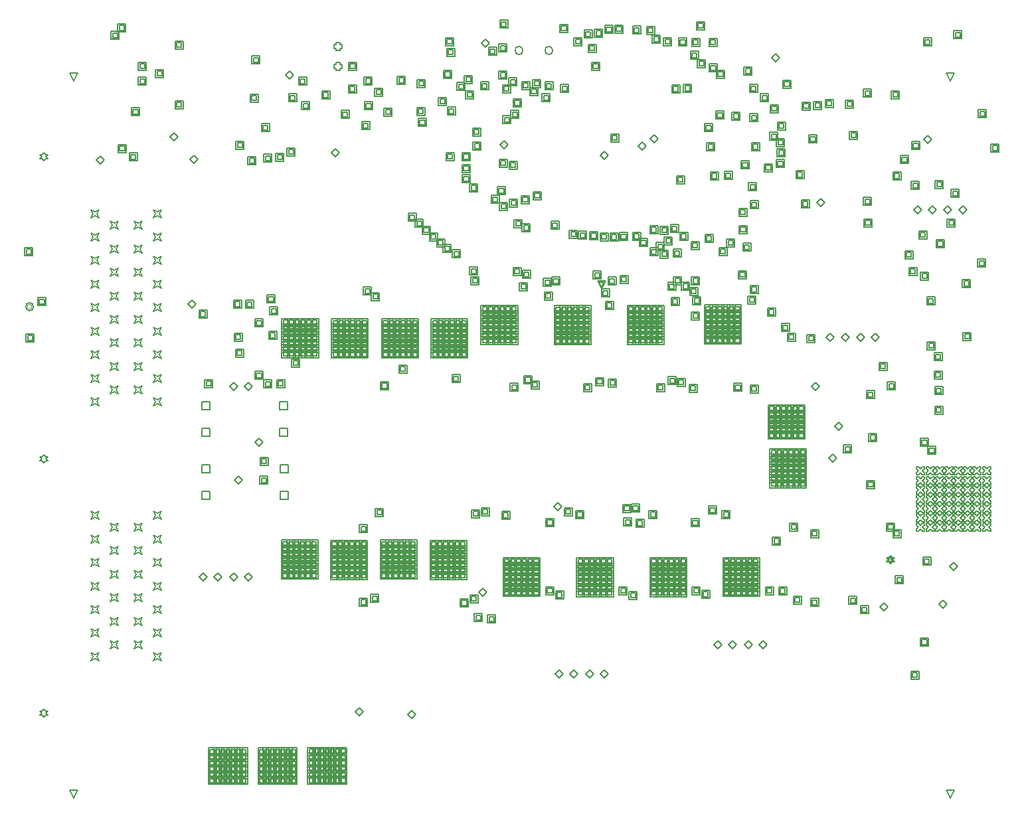
<source format=gbr>
%TF.GenerationSoftware,Altium Limited,Altium Designer,19.0.10 (269)*%
G04 Layer_Color=2752767*
%FSLAX26Y26*%
%MOIN*%
%TF.FileFunction,Drawing*%
%TF.Part,Single*%
G01*
G75*
%TA.AperFunction,NonConductor*%
%ADD148C,0.005000*%
%ADD149C,0.006667*%
%ADD150C,0.004000*%
D148*
X944724Y1913022D02*
Y1953022D01*
X984724D01*
Y1913022D01*
X944724D01*
X1335276D02*
Y1953022D01*
X1375276D01*
Y1913022D01*
X1335276D01*
X944724Y1779163D02*
Y1819163D01*
X984724D01*
Y1779163D01*
X944724D01*
X1335276D02*
Y1819163D01*
X1375276D01*
Y1779163D01*
X1335276D01*
X944449Y2230000D02*
Y2270000D01*
X984449D01*
Y2230000D01*
X944449D01*
X1335000D02*
Y2270000D01*
X1375000D01*
Y2230000D01*
X1335000D01*
X944449Y2096142D02*
Y2136142D01*
X984449D01*
Y2096142D01*
X944449D01*
X1335000D02*
Y2136142D01*
X1375000D01*
Y2096142D01*
X1335000D01*
X4700000Y3880000D02*
X4680000Y3920000D01*
X4720000D01*
X4700000Y3880000D01*
Y280000D02*
X4680000Y320000D01*
X4720000D01*
X4700000Y280000D01*
X300000D02*
X280000Y320000D01*
X320000D01*
X300000Y280000D01*
Y3880000D02*
X280000Y3920000D01*
X320000D01*
X300000Y3880000D01*
X150000Y3480000D02*
X160000Y3490000D01*
X170000D01*
X160000Y3500000D01*
X170000Y3510000D01*
X160000D01*
X150000Y3520000D01*
X140000Y3510000D01*
X130000D01*
X140000Y3500000D01*
X130000Y3490000D01*
X140000D01*
X150000Y3480000D01*
Y1964252D02*
X160000Y1974252D01*
X170000D01*
X160000Y1984252D01*
X170000Y1994252D01*
X160000D01*
X150000Y2004252D01*
X140000Y1994252D01*
X130000D01*
X140000Y1984252D01*
X130000Y1974252D01*
X140000D01*
X150000Y1964252D01*
X700866Y970158D02*
X710866Y990158D01*
X700866Y1010158D01*
X720866Y1000158D01*
X740866Y1010158D01*
X730866Y990158D01*
X740866Y970158D01*
X720866Y980158D01*
X700866Y970158D01*
Y1088268D02*
X710866Y1108268D01*
X700866Y1128268D01*
X720866Y1118268D01*
X740866Y1128268D01*
X730866Y1108268D01*
X740866Y1088268D01*
X720866Y1098268D01*
X700866Y1088268D01*
Y1206378D02*
X710866Y1226378D01*
X700866Y1246378D01*
X720866Y1236378D01*
X740866Y1246378D01*
X730866Y1226378D01*
X740866Y1206378D01*
X720866Y1216378D01*
X700866Y1206378D01*
Y1324488D02*
X710866Y1344488D01*
X700866Y1364488D01*
X720866Y1354488D01*
X740866Y1364488D01*
X730866Y1344488D01*
X740866Y1324488D01*
X720866Y1334488D01*
X700866Y1324488D01*
Y1442599D02*
X710866Y1462599D01*
X700866Y1482599D01*
X720866Y1472599D01*
X740866Y1482599D01*
X730866Y1462599D01*
X740866Y1442599D01*
X720866Y1452599D01*
X700866Y1442599D01*
Y1560709D02*
X710866Y1580709D01*
X700866Y1600709D01*
X720866Y1590709D01*
X740866Y1600709D01*
X730866Y1580709D01*
X740866Y1560709D01*
X720866Y1570709D01*
X700866Y1560709D01*
Y1678819D02*
X710866Y1698819D01*
X700866Y1718819D01*
X720866Y1708819D01*
X740866Y1718819D01*
X730866Y1698819D01*
X740866Y1678819D01*
X720866Y1688819D01*
X700866Y1678819D01*
X602441Y1029213D02*
X612441Y1049213D01*
X602441Y1069213D01*
X622441Y1059213D01*
X642441Y1069213D01*
X632441Y1049213D01*
X642441Y1029213D01*
X622441Y1039213D01*
X602441Y1029213D01*
Y1147323D02*
X612441Y1167323D01*
X602441Y1187323D01*
X622441Y1177323D01*
X642441Y1187323D01*
X632441Y1167323D01*
X642441Y1147323D01*
X622441Y1157323D01*
X602441Y1147323D01*
Y1265433D02*
X612441Y1285433D01*
X602441Y1305433D01*
X622441Y1295433D01*
X642441Y1305433D01*
X632441Y1285433D01*
X642441Y1265433D01*
X622441Y1275433D01*
X602441Y1265433D01*
Y1383543D02*
X612441Y1403543D01*
X602441Y1423543D01*
X622441Y1413543D01*
X642441Y1423543D01*
X632441Y1403543D01*
X642441Y1383543D01*
X622441Y1393543D01*
X602441Y1383543D01*
Y1501654D02*
X612441Y1521654D01*
X602441Y1541654D01*
X622441Y1531654D01*
X642441Y1541654D01*
X632441Y1521654D01*
X642441Y1501654D01*
X622441Y1511654D01*
X602441Y1501654D01*
Y1619764D02*
X612441Y1639764D01*
X602441Y1659764D01*
X622441Y1649764D01*
X642441Y1659764D01*
X632441Y1639764D01*
X642441Y1619764D01*
X622441Y1629764D01*
X602441Y1619764D01*
X484331Y1029213D02*
X494331Y1049213D01*
X484331Y1069213D01*
X504331Y1059213D01*
X524331Y1069213D01*
X514331Y1049213D01*
X524331Y1029213D01*
X504331Y1039213D01*
X484331Y1029213D01*
Y1147323D02*
X494331Y1167323D01*
X484331Y1187323D01*
X504331Y1177323D01*
X524331Y1187323D01*
X514331Y1167323D01*
X524331Y1147323D01*
X504331Y1157323D01*
X484331Y1147323D01*
Y1265433D02*
X494331Y1285433D01*
X484331Y1305433D01*
X504331Y1295433D01*
X524331Y1305433D01*
X514331Y1285433D01*
X524331Y1265433D01*
X504331Y1275433D01*
X484331Y1265433D01*
Y1383543D02*
X494331Y1403543D01*
X484331Y1423543D01*
X504331Y1413543D01*
X524331Y1423543D01*
X514331Y1403543D01*
X524331Y1383543D01*
X504331Y1393543D01*
X484331Y1383543D01*
Y1501654D02*
X494331Y1521654D01*
X484331Y1541654D01*
X504331Y1531654D01*
X524331Y1541654D01*
X514331Y1521654D01*
X524331Y1501654D01*
X504331Y1511654D01*
X484331Y1501654D01*
Y1619764D02*
X494331Y1639764D01*
X484331Y1659764D01*
X504331Y1649764D01*
X524331Y1659764D01*
X514331Y1639764D01*
X524331Y1619764D01*
X504331Y1629764D01*
X484331Y1619764D01*
X385906Y970158D02*
X395906Y990158D01*
X385906Y1010158D01*
X405906Y1000158D01*
X425906Y1010158D01*
X415906Y990158D01*
X425906Y970158D01*
X405906Y980158D01*
X385906Y970158D01*
Y1088268D02*
X395906Y1108268D01*
X385906Y1128268D01*
X405906Y1118268D01*
X425906Y1128268D01*
X415906Y1108268D01*
X425906Y1088268D01*
X405906Y1098268D01*
X385906Y1088268D01*
Y1206378D02*
X395906Y1226378D01*
X385906Y1246378D01*
X405906Y1236378D01*
X425906Y1246378D01*
X415906Y1226378D01*
X425906Y1206378D01*
X405906Y1216378D01*
X385906Y1206378D01*
Y1324488D02*
X395906Y1344488D01*
X385906Y1364488D01*
X405906Y1354488D01*
X425906Y1364488D01*
X415906Y1344488D01*
X425906Y1324488D01*
X405906Y1334488D01*
X385906Y1324488D01*
Y1442599D02*
X395906Y1462599D01*
X385906Y1482599D01*
X405906Y1472599D01*
X425906Y1482599D01*
X415906Y1462599D01*
X425906Y1442599D01*
X405906Y1452599D01*
X385906Y1442599D01*
Y1560709D02*
X395906Y1580709D01*
X385906Y1600709D01*
X405906Y1590709D01*
X425906Y1600709D01*
X415906Y1580709D01*
X425906Y1560709D01*
X405906Y1570709D01*
X385906Y1560709D01*
Y1678819D02*
X395906Y1698819D01*
X385906Y1718819D01*
X405906Y1708819D01*
X425906Y1718819D01*
X415906Y1698819D01*
X425906Y1678819D01*
X405906Y1688819D01*
X385906Y1678819D01*
X150000Y684724D02*
X160000Y694724D01*
X170000D01*
X160000Y704724D01*
X170000Y714724D01*
X160000D01*
X150000Y724724D01*
X140000Y714724D01*
X130000D01*
X140000Y704724D01*
X130000Y694724D01*
X140000D01*
X150000Y684724D01*
X385906Y3194567D02*
X395906Y3214567D01*
X385906Y3234567D01*
X405906Y3224567D01*
X425906Y3234567D01*
X415906Y3214567D01*
X425906Y3194567D01*
X405906Y3204567D01*
X385906Y3194567D01*
Y3076457D02*
X395906Y3096457D01*
X385906Y3116457D01*
X405906Y3106457D01*
X425906Y3116457D01*
X415906Y3096457D01*
X425906Y3076457D01*
X405906Y3086457D01*
X385906Y3076457D01*
Y2958347D02*
X395906Y2978347D01*
X385906Y2998347D01*
X405906Y2988347D01*
X425906Y2998347D01*
X415906Y2978347D01*
X425906Y2958347D01*
X405906Y2968347D01*
X385906Y2958347D01*
Y2840236D02*
X395906Y2860236D01*
X385906Y2880236D01*
X405906Y2870236D01*
X425906Y2880236D01*
X415906Y2860236D01*
X425906Y2840236D01*
X405906Y2850236D01*
X385906Y2840236D01*
Y2722126D02*
X395906Y2742126D01*
X385906Y2762126D01*
X405906Y2752126D01*
X425906Y2762126D01*
X415906Y2742126D01*
X425906Y2722126D01*
X405906Y2732126D01*
X385906Y2722126D01*
Y2604016D02*
X395906Y2624016D01*
X385906Y2644016D01*
X405906Y2634016D01*
X425906Y2644016D01*
X415906Y2624016D01*
X425906Y2604016D01*
X405906Y2614016D01*
X385906Y2604016D01*
Y2485905D02*
X395906Y2505905D01*
X385906Y2525905D01*
X405906Y2515905D01*
X425906Y2525905D01*
X415906Y2505905D01*
X425906Y2485905D01*
X405906Y2495905D01*
X385906Y2485905D01*
Y2367795D02*
X395906Y2387795D01*
X385906Y2407795D01*
X405906Y2397795D01*
X425906Y2407795D01*
X415906Y2387795D01*
X425906Y2367795D01*
X405906Y2377795D01*
X385906Y2367795D01*
Y2249685D02*
X395906Y2269685D01*
X385906Y2289685D01*
X405906Y2279685D01*
X425906Y2289685D01*
X415906Y2269685D01*
X425906Y2249685D01*
X405906Y2259685D01*
X385906Y2249685D01*
X484331Y3135512D02*
X494331Y3155512D01*
X484331Y3175512D01*
X504331Y3165512D01*
X524331Y3175512D01*
X514331Y3155512D01*
X524331Y3135512D01*
X504331Y3145512D01*
X484331Y3135512D01*
Y3017402D02*
X494331Y3037402D01*
X484331Y3057402D01*
X504331Y3047402D01*
X524331Y3057402D01*
X514331Y3037402D01*
X524331Y3017402D01*
X504331Y3027402D01*
X484331Y3017402D01*
Y2899291D02*
X494331Y2919291D01*
X484331Y2939291D01*
X504331Y2929291D01*
X524331Y2939291D01*
X514331Y2919291D01*
X524331Y2899291D01*
X504331Y2909291D01*
X484331Y2899291D01*
Y2781181D02*
X494331Y2801181D01*
X484331Y2821181D01*
X504331Y2811181D01*
X524331Y2821181D01*
X514331Y2801181D01*
X524331Y2781181D01*
X504331Y2791181D01*
X484331Y2781181D01*
Y2663071D02*
X494331Y2683071D01*
X484331Y2703071D01*
X504331Y2693071D01*
X524331Y2703071D01*
X514331Y2683071D01*
X524331Y2663071D01*
X504331Y2673071D01*
X484331Y2663071D01*
Y2544961D02*
X494331Y2564961D01*
X484331Y2584961D01*
X504331Y2574961D01*
X524331Y2584961D01*
X514331Y2564961D01*
X524331Y2544961D01*
X504331Y2554961D01*
X484331Y2544961D01*
Y2426850D02*
X494331Y2446850D01*
X484331Y2466850D01*
X504331Y2456850D01*
X524331Y2466850D01*
X514331Y2446850D01*
X524331Y2426850D01*
X504331Y2436850D01*
X484331Y2426850D01*
Y2308740D02*
X494331Y2328740D01*
X484331Y2348740D01*
X504331Y2338740D01*
X524331Y2348740D01*
X514331Y2328740D01*
X524331Y2308740D01*
X504331Y2318740D01*
X484331Y2308740D01*
X602441Y3135512D02*
X612441Y3155512D01*
X602441Y3175512D01*
X622441Y3165512D01*
X642441Y3175512D01*
X632441Y3155512D01*
X642441Y3135512D01*
X622441Y3145512D01*
X602441Y3135512D01*
Y3017402D02*
X612441Y3037402D01*
X602441Y3057402D01*
X622441Y3047402D01*
X642441Y3057402D01*
X632441Y3037402D01*
X642441Y3017402D01*
X622441Y3027402D01*
X602441Y3017402D01*
Y2899291D02*
X612441Y2919291D01*
X602441Y2939291D01*
X622441Y2929291D01*
X642441Y2939291D01*
X632441Y2919291D01*
X642441Y2899291D01*
X622441Y2909291D01*
X602441Y2899291D01*
Y2781181D02*
X612441Y2801181D01*
X602441Y2821181D01*
X622441Y2811181D01*
X642441Y2821181D01*
X632441Y2801181D01*
X642441Y2781181D01*
X622441Y2791181D01*
X602441Y2781181D01*
Y2663071D02*
X612441Y2683071D01*
X602441Y2703071D01*
X622441Y2693071D01*
X642441Y2703071D01*
X632441Y2683071D01*
X642441Y2663071D01*
X622441Y2673071D01*
X602441Y2663071D01*
Y2544961D02*
X612441Y2564961D01*
X602441Y2584961D01*
X622441Y2574961D01*
X642441Y2584961D01*
X632441Y2564961D01*
X642441Y2544961D01*
X622441Y2554961D01*
X602441Y2544961D01*
Y2426850D02*
X612441Y2446850D01*
X602441Y2466850D01*
X622441Y2456850D01*
X642441Y2466850D01*
X632441Y2446850D01*
X642441Y2426850D01*
X622441Y2436850D01*
X602441Y2426850D01*
Y2308740D02*
X612441Y2328740D01*
X602441Y2348740D01*
X622441Y2338740D01*
X642441Y2348740D01*
X632441Y2328740D01*
X642441Y2308740D01*
X622441Y2318740D01*
X602441Y2308740D01*
X700866Y3194567D02*
X710866Y3214567D01*
X700866Y3234567D01*
X720866Y3224567D01*
X740866Y3234567D01*
X730866Y3214567D01*
X740866Y3194567D01*
X720866Y3204567D01*
X700866Y3194567D01*
Y3076457D02*
X710866Y3096457D01*
X700866Y3116457D01*
X720866Y3106457D01*
X740866Y3116457D01*
X730866Y3096457D01*
X740866Y3076457D01*
X720866Y3086457D01*
X700866Y3076457D01*
Y2958347D02*
X710866Y2978347D01*
X700866Y2998347D01*
X720866Y2988347D01*
X740866Y2998347D01*
X730866Y2978347D01*
X740866Y2958347D01*
X720866Y2968347D01*
X700866Y2958347D01*
Y2840236D02*
X710866Y2860236D01*
X700866Y2880236D01*
X720866Y2870236D01*
X740866Y2880236D01*
X730866Y2860236D01*
X740866Y2840236D01*
X720866Y2850236D01*
X700866Y2840236D01*
Y2722126D02*
X710866Y2742126D01*
X700866Y2762126D01*
X720866Y2752126D01*
X740866Y2762126D01*
X730866Y2742126D01*
X740866Y2722126D01*
X720866Y2732126D01*
X700866Y2722126D01*
Y2604016D02*
X710866Y2624016D01*
X700866Y2644016D01*
X720866Y2634016D01*
X740866Y2644016D01*
X730866Y2624016D01*
X740866Y2604016D01*
X720866Y2614016D01*
X700866Y2604016D01*
Y2485905D02*
X710866Y2505905D01*
X700866Y2525905D01*
X720866Y2515905D01*
X740866Y2525905D01*
X730866Y2505905D01*
X740866Y2485905D01*
X720866Y2495905D01*
X700866Y2485905D01*
Y2367795D02*
X710866Y2387795D01*
X700866Y2407795D01*
X720866Y2397795D01*
X740866Y2407795D01*
X730866Y2387795D01*
X740866Y2367795D01*
X720866Y2377795D01*
X700866Y2367795D01*
Y2249685D02*
X710866Y2269685D01*
X700866Y2289685D01*
X720866Y2279685D01*
X740866Y2289685D01*
X730866Y2269685D01*
X740866Y2249685D01*
X720866Y2259685D01*
X700866Y2249685D01*
X1618000Y3943449D02*
Y3933449D01*
X1638000D01*
Y3943449D01*
X1648000D01*
Y3963449D01*
X1638000D01*
Y3973449D01*
X1618000D01*
Y3963449D01*
X1608000D01*
Y3943449D01*
X1618000D01*
Y4043449D02*
Y4033449D01*
X1638000D01*
Y4043449D01*
X1648000D01*
Y4063449D01*
X1638000D01*
Y4073449D01*
X1618000D01*
Y4063449D01*
X1608000D01*
Y4043449D01*
X1618000D01*
X4720512Y1760000D02*
X4730512D01*
X4740512Y1770000D01*
X4750512Y1760000D01*
X4760512D01*
Y1770000D01*
X4750512Y1780000D01*
X4760512Y1790000D01*
Y1800000D01*
X4750512D01*
X4740512Y1790000D01*
X4730512Y1800000D01*
X4720512D01*
Y1790000D01*
X4730512Y1780000D01*
X4720512Y1770000D01*
Y1760000D01*
Y1807244D02*
X4730512D01*
X4740512Y1817244D01*
X4750512Y1807244D01*
X4760512D01*
Y1817244D01*
X4750512Y1827244D01*
X4760512Y1837244D01*
Y1847244D01*
X4750512D01*
X4740512Y1837244D01*
X4730512Y1847244D01*
X4720512D01*
Y1837244D01*
X4730512Y1827244D01*
X4720512Y1817244D01*
Y1807244D01*
Y1854488D02*
X4730512D01*
X4740512Y1864488D01*
X4750512Y1854488D01*
X4760512D01*
Y1864488D01*
X4750512Y1874488D01*
X4760512Y1884488D01*
Y1894488D01*
X4750512D01*
X4740512Y1884488D01*
X4730512Y1894488D01*
X4720512D01*
Y1884488D01*
X4730512Y1874488D01*
X4720512Y1864488D01*
Y1854488D01*
Y1901732D02*
X4730512D01*
X4740512Y1911732D01*
X4750512Y1901732D01*
X4760512D01*
Y1911732D01*
X4750512Y1921732D01*
X4760512Y1931732D01*
Y1941732D01*
X4750512D01*
X4740512Y1931732D01*
X4730512Y1941732D01*
X4720512D01*
Y1931732D01*
X4730512Y1921732D01*
X4720512Y1911732D01*
Y1901732D01*
Y1712756D02*
X4730512D01*
X4740512Y1722756D01*
X4750512Y1712756D01*
X4760512D01*
Y1722756D01*
X4750512Y1732756D01*
X4760512Y1742756D01*
Y1752756D01*
X4750512D01*
X4740512Y1742756D01*
X4730512Y1752756D01*
X4720512D01*
Y1742756D01*
X4730512Y1732756D01*
X4720512Y1722756D01*
Y1712756D01*
Y1665512D02*
X4730512D01*
X4740512Y1675512D01*
X4750512Y1665512D01*
X4760512D01*
Y1675512D01*
X4750512Y1685512D01*
X4760512Y1695512D01*
Y1705512D01*
X4750512D01*
X4740512Y1695512D01*
X4730512Y1705512D01*
X4720512D01*
Y1695512D01*
X4730512Y1685512D01*
X4720512Y1675512D01*
Y1665512D01*
Y1618268D02*
X4730512D01*
X4740512Y1628268D01*
X4750512Y1618268D01*
X4760512D01*
Y1628268D01*
X4750512Y1638268D01*
X4760512Y1648268D01*
Y1658268D01*
X4750512D01*
X4740512Y1648268D01*
X4730512Y1658268D01*
X4720512D01*
Y1648268D01*
X4730512Y1638268D01*
X4720512Y1628268D01*
Y1618268D01*
X4767756D02*
X4777756D01*
X4787756Y1628268D01*
X4797756Y1618268D01*
X4807756D01*
Y1628268D01*
X4797756Y1638268D01*
X4807756Y1648268D01*
Y1658268D01*
X4797756D01*
X4787756Y1648268D01*
X4777756Y1658268D01*
X4767756D01*
Y1648268D01*
X4777756Y1638268D01*
X4767756Y1628268D01*
Y1618268D01*
Y1665512D02*
X4777756D01*
X4787756Y1675512D01*
X4797756Y1665512D01*
X4807756D01*
Y1675512D01*
X4797756Y1685512D01*
X4807756Y1695512D01*
Y1705512D01*
X4797756D01*
X4787756Y1695512D01*
X4777756Y1705512D01*
X4767756D01*
Y1695512D01*
X4777756Y1685512D01*
X4767756Y1675512D01*
Y1665512D01*
Y1712756D02*
X4777756D01*
X4787756Y1722756D01*
X4797756Y1712756D01*
X4807756D01*
Y1722756D01*
X4797756Y1732756D01*
X4807756Y1742756D01*
Y1752756D01*
X4797756D01*
X4787756Y1742756D01*
X4777756Y1752756D01*
X4767756D01*
Y1742756D01*
X4777756Y1732756D01*
X4767756Y1722756D01*
Y1712756D01*
Y1901732D02*
X4777756D01*
X4787756Y1911732D01*
X4797756Y1901732D01*
X4807756D01*
Y1911732D01*
X4797756Y1921732D01*
X4807756Y1931732D01*
Y1941732D01*
X4797756D01*
X4787756Y1931732D01*
X4777756Y1941732D01*
X4767756D01*
Y1931732D01*
X4777756Y1921732D01*
X4767756Y1911732D01*
Y1901732D01*
Y1854488D02*
X4777756D01*
X4787756Y1864488D01*
X4797756Y1854488D01*
X4807756D01*
Y1864488D01*
X4797756Y1874488D01*
X4807756Y1884488D01*
Y1894488D01*
X4797756D01*
X4787756Y1884488D01*
X4777756Y1894488D01*
X4767756D01*
Y1884488D01*
X4777756Y1874488D01*
X4767756Y1864488D01*
Y1854488D01*
Y1807244D02*
X4777756D01*
X4787756Y1817244D01*
X4797756Y1807244D01*
X4807756D01*
Y1817244D01*
X4797756Y1827244D01*
X4807756Y1837244D01*
Y1847244D01*
X4797756D01*
X4787756Y1837244D01*
X4777756Y1847244D01*
X4767756D01*
Y1837244D01*
X4777756Y1827244D01*
X4767756Y1817244D01*
Y1807244D01*
Y1760000D02*
X4777756D01*
X4787756Y1770000D01*
X4797756Y1760000D01*
X4807756D01*
Y1770000D01*
X4797756Y1780000D01*
X4807756Y1790000D01*
Y1800000D01*
X4797756D01*
X4787756Y1790000D01*
X4777756Y1800000D01*
X4767756D01*
Y1790000D01*
X4777756Y1780000D01*
X4767756Y1770000D01*
Y1760000D01*
X4815000Y1618268D02*
X4825000D01*
X4835000Y1628268D01*
X4845000Y1618268D01*
X4855000D01*
Y1628268D01*
X4845000Y1638268D01*
X4855000Y1648268D01*
Y1658268D01*
X4845000D01*
X4835000Y1648268D01*
X4825000Y1658268D01*
X4815000D01*
Y1648268D01*
X4825000Y1638268D01*
X4815000Y1628268D01*
Y1618268D01*
Y1665512D02*
X4825000D01*
X4835000Y1675512D01*
X4845000Y1665512D01*
X4855000D01*
Y1675512D01*
X4845000Y1685512D01*
X4855000Y1695512D01*
Y1705512D01*
X4845000D01*
X4835000Y1695512D01*
X4825000Y1705512D01*
X4815000D01*
Y1695512D01*
X4825000Y1685512D01*
X4815000Y1675512D01*
Y1665512D01*
Y1712756D02*
X4825000D01*
X4835000Y1722756D01*
X4845000Y1712756D01*
X4855000D01*
Y1722756D01*
X4845000Y1732756D01*
X4855000Y1742756D01*
Y1752756D01*
X4845000D01*
X4835000Y1742756D01*
X4825000Y1752756D01*
X4815000D01*
Y1742756D01*
X4825000Y1732756D01*
X4815000Y1722756D01*
Y1712756D01*
Y1901732D02*
X4825000D01*
X4835000Y1911732D01*
X4845000Y1901732D01*
X4855000D01*
Y1911732D01*
X4845000Y1921732D01*
X4855000Y1931732D01*
Y1941732D01*
X4845000D01*
X4835000Y1931732D01*
X4825000Y1941732D01*
X4815000D01*
Y1931732D01*
X4825000Y1921732D01*
X4815000Y1911732D01*
Y1901732D01*
Y1854488D02*
X4825000D01*
X4835000Y1864488D01*
X4845000Y1854488D01*
X4855000D01*
Y1864488D01*
X4845000Y1874488D01*
X4855000Y1884488D01*
Y1894488D01*
X4845000D01*
X4835000Y1884488D01*
X4825000Y1894488D01*
X4815000D01*
Y1884488D01*
X4825000Y1874488D01*
X4815000Y1864488D01*
Y1854488D01*
Y1807244D02*
X4825000D01*
X4835000Y1817244D01*
X4845000Y1807244D01*
X4855000D01*
Y1817244D01*
X4845000Y1827244D01*
X4855000Y1837244D01*
Y1847244D01*
X4845000D01*
X4835000Y1837244D01*
X4825000Y1847244D01*
X4815000D01*
Y1837244D01*
X4825000Y1827244D01*
X4815000Y1817244D01*
Y1807244D01*
Y1760000D02*
X4825000D01*
X4835000Y1770000D01*
X4845000Y1760000D01*
X4855000D01*
Y1770000D01*
X4845000Y1780000D01*
X4855000Y1790000D01*
Y1800000D01*
X4845000D01*
X4835000Y1790000D01*
X4825000Y1800000D01*
X4815000D01*
Y1790000D01*
X4825000Y1780000D01*
X4815000Y1770000D01*
Y1760000D01*
X4862244Y1618268D02*
X4872244D01*
X4882244Y1628268D01*
X4892244Y1618268D01*
X4902244D01*
Y1628268D01*
X4892244Y1638268D01*
X4902244Y1648268D01*
Y1658268D01*
X4892244D01*
X4882244Y1648268D01*
X4872244Y1658268D01*
X4862244D01*
Y1648268D01*
X4872244Y1638268D01*
X4862244Y1628268D01*
Y1618268D01*
Y1665512D02*
X4872244D01*
X4882244Y1675512D01*
X4892244Y1665512D01*
X4902244D01*
Y1675512D01*
X4892244Y1685512D01*
X4902244Y1695512D01*
Y1705512D01*
X4892244D01*
X4882244Y1695512D01*
X4872244Y1705512D01*
X4862244D01*
Y1695512D01*
X4872244Y1685512D01*
X4862244Y1675512D01*
Y1665512D01*
Y1712756D02*
X4872244D01*
X4882244Y1722756D01*
X4892244Y1712756D01*
X4902244D01*
Y1722756D01*
X4892244Y1732756D01*
X4902244Y1742756D01*
Y1752756D01*
X4892244D01*
X4882244Y1742756D01*
X4872244Y1752756D01*
X4862244D01*
Y1742756D01*
X4872244Y1732756D01*
X4862244Y1722756D01*
Y1712756D01*
Y1901732D02*
X4872244D01*
X4882244Y1911732D01*
X4892244Y1901732D01*
X4902244D01*
Y1911732D01*
X4892244Y1921732D01*
X4902244Y1931732D01*
Y1941732D01*
X4892244D01*
X4882244Y1931732D01*
X4872244Y1941732D01*
X4862244D01*
Y1931732D01*
X4872244Y1921732D01*
X4862244Y1911732D01*
Y1901732D01*
Y1854488D02*
X4872244D01*
X4882244Y1864488D01*
X4892244Y1854488D01*
X4902244D01*
Y1864488D01*
X4892244Y1874488D01*
X4902244Y1884488D01*
Y1894488D01*
X4892244D01*
X4882244Y1884488D01*
X4872244Y1894488D01*
X4862244D01*
Y1884488D01*
X4872244Y1874488D01*
X4862244Y1864488D01*
Y1854488D01*
Y1807244D02*
X4872244D01*
X4882244Y1817244D01*
X4892244Y1807244D01*
X4902244D01*
Y1817244D01*
X4892244Y1827244D01*
X4902244Y1837244D01*
Y1847244D01*
X4892244D01*
X4882244Y1837244D01*
X4872244Y1847244D01*
X4862244D01*
Y1837244D01*
X4872244Y1827244D01*
X4862244Y1817244D01*
Y1807244D01*
Y1760000D02*
X4872244D01*
X4882244Y1770000D01*
X4892244Y1760000D01*
X4902244D01*
Y1770000D01*
X4892244Y1780000D01*
X4902244Y1790000D01*
Y1800000D01*
X4892244D01*
X4882244Y1790000D01*
X4872244Y1800000D01*
X4862244D01*
Y1790000D01*
X4872244Y1780000D01*
X4862244Y1770000D01*
Y1760000D01*
X4673268Y1618268D02*
X4683268D01*
X4693268Y1628268D01*
X4703268Y1618268D01*
X4713268D01*
Y1628268D01*
X4703268Y1638268D01*
X4713268Y1648268D01*
Y1658268D01*
X4703268D01*
X4693268Y1648268D01*
X4683268Y1658268D01*
X4673268D01*
Y1648268D01*
X4683268Y1638268D01*
X4673268Y1628268D01*
Y1618268D01*
Y1665512D02*
X4683268D01*
X4693268Y1675512D01*
X4703268Y1665512D01*
X4713268D01*
Y1675512D01*
X4703268Y1685512D01*
X4713268Y1695512D01*
Y1705512D01*
X4703268D01*
X4693268Y1695512D01*
X4683268Y1705512D01*
X4673268D01*
Y1695512D01*
X4683268Y1685512D01*
X4673268Y1675512D01*
Y1665512D01*
Y1712756D02*
X4683268D01*
X4693268Y1722756D01*
X4703268Y1712756D01*
X4713268D01*
Y1722756D01*
X4703268Y1732756D01*
X4713268Y1742756D01*
Y1752756D01*
X4703268D01*
X4693268Y1742756D01*
X4683268Y1752756D01*
X4673268D01*
Y1742756D01*
X4683268Y1732756D01*
X4673268Y1722756D01*
Y1712756D01*
Y1901732D02*
X4683268D01*
X4693268Y1911732D01*
X4703268Y1901732D01*
X4713268D01*
Y1911732D01*
X4703268Y1921732D01*
X4713268Y1931732D01*
Y1941732D01*
X4703268D01*
X4693268Y1931732D01*
X4683268Y1941732D01*
X4673268D01*
Y1931732D01*
X4683268Y1921732D01*
X4673268Y1911732D01*
Y1901732D01*
Y1854488D02*
X4683268D01*
X4693268Y1864488D01*
X4703268Y1854488D01*
X4713268D01*
Y1864488D01*
X4703268Y1874488D01*
X4713268Y1884488D01*
Y1894488D01*
X4703268D01*
X4693268Y1884488D01*
X4683268Y1894488D01*
X4673268D01*
Y1884488D01*
X4683268Y1874488D01*
X4673268Y1864488D01*
Y1854488D01*
Y1807244D02*
X4683268D01*
X4693268Y1817244D01*
X4703268Y1807244D01*
X4713268D01*
Y1817244D01*
X4703268Y1827244D01*
X4713268Y1837244D01*
Y1847244D01*
X4703268D01*
X4693268Y1837244D01*
X4683268Y1847244D01*
X4673268D01*
Y1837244D01*
X4683268Y1827244D01*
X4673268Y1817244D01*
Y1807244D01*
Y1760000D02*
X4683268D01*
X4693268Y1770000D01*
X4703268Y1760000D01*
X4713268D01*
Y1770000D01*
X4703268Y1780000D01*
X4713268Y1790000D01*
Y1800000D01*
X4703268D01*
X4693268Y1790000D01*
X4683268Y1800000D01*
X4673268D01*
Y1790000D01*
X4683268Y1780000D01*
X4673268Y1770000D01*
Y1760000D01*
X4626024Y1618268D02*
X4636024D01*
X4646024Y1628268D01*
X4656024Y1618268D01*
X4666024D01*
Y1628268D01*
X4656024Y1638268D01*
X4666024Y1648268D01*
Y1658268D01*
X4656024D01*
X4646024Y1648268D01*
X4636024Y1658268D01*
X4626024D01*
Y1648268D01*
X4636024Y1638268D01*
X4626024Y1628268D01*
Y1618268D01*
Y1665512D02*
X4636024D01*
X4646024Y1675512D01*
X4656024Y1665512D01*
X4666024D01*
Y1675512D01*
X4656024Y1685512D01*
X4666024Y1695512D01*
Y1705512D01*
X4656024D01*
X4646024Y1695512D01*
X4636024Y1705512D01*
X4626024D01*
Y1695512D01*
X4636024Y1685512D01*
X4626024Y1675512D01*
Y1665512D01*
Y1712756D02*
X4636024D01*
X4646024Y1722756D01*
X4656024Y1712756D01*
X4666024D01*
Y1722756D01*
X4656024Y1732756D01*
X4666024Y1742756D01*
Y1752756D01*
X4656024D01*
X4646024Y1742756D01*
X4636024Y1752756D01*
X4626024D01*
Y1742756D01*
X4636024Y1732756D01*
X4626024Y1722756D01*
Y1712756D01*
Y1901732D02*
X4636024D01*
X4646024Y1911732D01*
X4656024Y1901732D01*
X4666024D01*
Y1911732D01*
X4656024Y1921732D01*
X4666024Y1931732D01*
Y1941732D01*
X4656024D01*
X4646024Y1931732D01*
X4636024Y1941732D01*
X4626024D01*
Y1931732D01*
X4636024Y1921732D01*
X4626024Y1911732D01*
Y1901732D01*
Y1854488D02*
X4636024D01*
X4646024Y1864488D01*
X4656024Y1854488D01*
X4666024D01*
Y1864488D01*
X4656024Y1874488D01*
X4666024Y1884488D01*
Y1894488D01*
X4656024D01*
X4646024Y1884488D01*
X4636024Y1894488D01*
X4626024D01*
Y1884488D01*
X4636024Y1874488D01*
X4626024Y1864488D01*
Y1854488D01*
Y1807244D02*
X4636024D01*
X4646024Y1817244D01*
X4656024Y1807244D01*
X4666024D01*
Y1817244D01*
X4656024Y1827244D01*
X4666024Y1837244D01*
Y1847244D01*
X4656024D01*
X4646024Y1837244D01*
X4636024Y1847244D01*
X4626024D01*
Y1837244D01*
X4636024Y1827244D01*
X4626024Y1817244D01*
Y1807244D01*
Y1760000D02*
X4636024D01*
X4646024Y1770000D01*
X4656024Y1760000D01*
X4666024D01*
Y1770000D01*
X4656024Y1780000D01*
X4666024Y1790000D01*
Y1800000D01*
X4656024D01*
X4646024Y1790000D01*
X4636024Y1800000D01*
X4626024D01*
Y1790000D01*
X4636024Y1780000D01*
X4626024Y1770000D01*
Y1760000D01*
X4578780Y1618268D02*
X4588780D01*
X4598780Y1628268D01*
X4608780Y1618268D01*
X4618780D01*
Y1628268D01*
X4608780Y1638268D01*
X4618780Y1648268D01*
Y1658268D01*
X4608780D01*
X4598780Y1648268D01*
X4588780Y1658268D01*
X4578780D01*
Y1648268D01*
X4588780Y1638268D01*
X4578780Y1628268D01*
Y1618268D01*
Y1665512D02*
X4588780D01*
X4598780Y1675512D01*
X4608780Y1665512D01*
X4618780D01*
Y1675512D01*
X4608780Y1685512D01*
X4618780Y1695512D01*
Y1705512D01*
X4608780D01*
X4598780Y1695512D01*
X4588780Y1705512D01*
X4578780D01*
Y1695512D01*
X4588780Y1685512D01*
X4578780Y1675512D01*
Y1665512D01*
Y1712756D02*
X4588780D01*
X4598780Y1722756D01*
X4608780Y1712756D01*
X4618780D01*
Y1722756D01*
X4608780Y1732756D01*
X4618780Y1742756D01*
Y1752756D01*
X4608780D01*
X4598780Y1742756D01*
X4588780Y1752756D01*
X4578780D01*
Y1742756D01*
X4588780Y1732756D01*
X4578780Y1722756D01*
Y1712756D01*
Y1901732D02*
X4588780D01*
X4598780Y1911732D01*
X4608780Y1901732D01*
X4618780D01*
Y1911732D01*
X4608780Y1921732D01*
X4618780Y1931732D01*
Y1941732D01*
X4608780D01*
X4598780Y1931732D01*
X4588780Y1941732D01*
X4578780D01*
Y1931732D01*
X4588780Y1921732D01*
X4578780Y1911732D01*
Y1901732D01*
Y1854488D02*
X4588780D01*
X4598780Y1864488D01*
X4608780Y1854488D01*
X4618780D01*
Y1864488D01*
X4608780Y1874488D01*
X4618780Y1884488D01*
Y1894488D01*
X4608780D01*
X4598780Y1884488D01*
X4588780Y1894488D01*
X4578780D01*
Y1884488D01*
X4588780Y1874488D01*
X4578780Y1864488D01*
Y1854488D01*
Y1807244D02*
X4588780D01*
X4598780Y1817244D01*
X4608780Y1807244D01*
X4618780D01*
Y1817244D01*
X4608780Y1827244D01*
X4618780Y1837244D01*
Y1847244D01*
X4608780D01*
X4598780Y1837244D01*
X4588780Y1847244D01*
X4578780D01*
Y1837244D01*
X4588780Y1827244D01*
X4578780Y1817244D01*
Y1807244D01*
Y1760000D02*
X4588780D01*
X4598780Y1770000D01*
X4608780Y1760000D01*
X4618780D01*
Y1770000D01*
X4608780Y1780000D01*
X4618780Y1790000D01*
Y1800000D01*
X4608780D01*
X4598780Y1790000D01*
X4588780Y1800000D01*
X4578780D01*
Y1790000D01*
X4588780Y1780000D01*
X4578780Y1770000D01*
Y1760000D01*
X4531535Y1618268D02*
X4541535D01*
X4551535Y1628268D01*
X4561535Y1618268D01*
X4571535D01*
Y1628268D01*
X4561535Y1638268D01*
X4571535Y1648268D01*
Y1658268D01*
X4561535D01*
X4551535Y1648268D01*
X4541535Y1658268D01*
X4531535D01*
Y1648268D01*
X4541535Y1638268D01*
X4531535Y1628268D01*
Y1618268D01*
Y1665512D02*
X4541535D01*
X4551535Y1675512D01*
X4561535Y1665512D01*
X4571535D01*
Y1675512D01*
X4561535Y1685512D01*
X4571535Y1695512D01*
Y1705512D01*
X4561535D01*
X4551535Y1695512D01*
X4541535Y1705512D01*
X4531535D01*
Y1695512D01*
X4541535Y1685512D01*
X4531535Y1675512D01*
Y1665512D01*
Y1712756D02*
X4541535D01*
X4551535Y1722756D01*
X4561535Y1712756D01*
X4571535D01*
Y1722756D01*
X4561535Y1732756D01*
X4571535Y1742756D01*
Y1752756D01*
X4561535D01*
X4551535Y1742756D01*
X4541535Y1752756D01*
X4531535D01*
Y1742756D01*
X4541535Y1732756D01*
X4531535Y1722756D01*
Y1712756D01*
Y1901732D02*
X4541535D01*
X4551535Y1911732D01*
X4561535Y1901732D01*
X4571535D01*
Y1911732D01*
X4561535Y1921732D01*
X4571535Y1931732D01*
Y1941732D01*
X4561535D01*
X4551535Y1931732D01*
X4541535Y1941732D01*
X4531535D01*
Y1931732D01*
X4541535Y1921732D01*
X4531535Y1911732D01*
Y1901732D01*
Y1854488D02*
X4541535D01*
X4551535Y1864488D01*
X4561535Y1854488D01*
X4571535D01*
Y1864488D01*
X4561535Y1874488D01*
X4571535Y1884488D01*
Y1894488D01*
X4561535D01*
X4551535Y1884488D01*
X4541535Y1894488D01*
X4531535D01*
Y1884488D01*
X4541535Y1874488D01*
X4531535Y1864488D01*
Y1854488D01*
Y1807244D02*
X4541535D01*
X4551535Y1817244D01*
X4561535Y1807244D01*
X4571535D01*
Y1817244D01*
X4561535Y1827244D01*
X4571535Y1837244D01*
Y1847244D01*
X4561535D01*
X4551535Y1837244D01*
X4541535Y1847244D01*
X4531535D01*
Y1837244D01*
X4541535Y1827244D01*
X4531535Y1817244D01*
Y1807244D01*
Y1760000D02*
X4541535D01*
X4551535Y1770000D01*
X4561535Y1760000D01*
X4571535D01*
Y1770000D01*
X4561535Y1780000D01*
X4571535Y1790000D01*
Y1800000D01*
X4561535D01*
X4551535Y1790000D01*
X4541535Y1800000D01*
X4531535D01*
Y1790000D01*
X4541535Y1780000D01*
X4531535Y1770000D01*
Y1760000D01*
X4121500Y2148000D02*
X4141500Y2168000D01*
X4161500Y2148000D01*
X4141500Y2128000D01*
X4121500Y2148000D01*
X711000Y3897000D02*
Y3937000D01*
X751000D01*
Y3897000D01*
X711000D01*
X719000Y3905000D02*
Y3929000D01*
X743000D01*
Y3905000D01*
X719000D01*
X625030Y3934500D02*
Y3974500D01*
X665030D01*
Y3934500D01*
X625030D01*
X633030Y3942500D02*
Y3966500D01*
X657030D01*
Y3942500D01*
X633030D01*
X624000Y3858500D02*
Y3898500D01*
X664000D01*
Y3858500D01*
X624000D01*
X632000Y3866500D02*
Y3890500D01*
X656000D01*
Y3866500D01*
X632000D01*
X521500Y4126500D02*
Y4166500D01*
X561500D01*
Y4126500D01*
X521500D01*
X529500Y4134500D02*
Y4158500D01*
X553500D01*
Y4134500D01*
X529500D01*
X590000Y3706000D02*
Y3746000D01*
X630000D01*
Y3706000D01*
X590000D01*
X598000Y3714000D02*
Y3738000D01*
X622000D01*
Y3714000D01*
X598000D01*
X809500Y3740500D02*
Y3780500D01*
X849500D01*
Y3740500D01*
X809500D01*
X817500Y3748500D02*
Y3772500D01*
X841500D01*
Y3748500D01*
X817500D01*
X809500Y4041000D02*
Y4081000D01*
X849500D01*
Y4041000D01*
X809500D01*
X817500Y4049000D02*
Y4073000D01*
X841500D01*
Y4049000D01*
X817500D01*
X3636485Y2888015D02*
Y2928015D01*
X3676485D01*
Y2888015D01*
X3636485D01*
X3644485Y2896015D02*
Y2920015D01*
X3668485D01*
Y2896015D01*
X3644485D01*
X3056500Y1714000D02*
Y1754000D01*
X3096500D01*
Y1714000D01*
X3056500D01*
X3064500Y1722000D02*
Y1746000D01*
X3088500D01*
Y1722000D01*
X3064500D01*
X4764500Y2577500D02*
Y2617500D01*
X4804500D01*
Y2577500D01*
X4764500D01*
X4772500Y2585500D02*
Y2609500D01*
X4796500D01*
Y2585500D01*
X4772500D01*
X4584500Y2531000D02*
Y2571000D01*
X4624500D01*
Y2531000D01*
X4584500D01*
X4592500Y2539000D02*
Y2563000D01*
X4616500D01*
Y2539000D01*
X4592500D01*
X414000Y3484000D02*
X434000Y3504000D01*
X454000Y3484000D01*
X434000Y3464000D01*
X414000Y3484000D01*
X1379000Y3775000D02*
Y3815000D01*
X1419000D01*
Y3775000D01*
X1379000D01*
X1387000Y3783000D02*
Y3807000D01*
X1411000D01*
Y3783000D01*
X1387000D01*
X4291000Y2070000D02*
Y2110000D01*
X4331000D01*
Y2070000D01*
X4291000D01*
X4299000Y2078000D02*
Y2102000D01*
X4323000D01*
Y2078000D01*
X4299000D01*
X1083038Y2346000D02*
X1103038Y2366000D01*
X1123038Y2346000D01*
X1103038Y2326000D01*
X1083038Y2346000D01*
X1157038D02*
X1177038Y2366000D01*
X1197038Y2346000D01*
X1177038Y2326000D01*
X1157038Y2346000D01*
X931000Y1389000D02*
X951000Y1409000D01*
X971000Y1389000D01*
X951000Y1369000D01*
X931000Y1389000D01*
X1005000D02*
X1025000Y1409000D01*
X1045000Y1389000D01*
X1025000Y1369000D01*
X1005000Y1389000D01*
X1157450D02*
X1177450Y1409000D01*
X1197450Y1389000D01*
X1177450Y1369000D01*
X1157450Y1389000D01*
X1083450D02*
X1103450Y1409000D01*
X1123450Y1389000D01*
X1103450Y1369000D01*
X1083450Y1389000D01*
X2716000Y904000D02*
X2736000Y924000D01*
X2756000Y904000D01*
X2736000Y884000D01*
X2716000Y904000D01*
X2790000D02*
X2810000Y924000D01*
X2830000Y904000D01*
X2810000Y884000D01*
X2790000Y904000D01*
X2942450D02*
X2962450Y924000D01*
X2982450Y904000D01*
X2962450Y884000D01*
X2942450Y904000D01*
X2868450D02*
X2888450Y924000D01*
X2908450Y904000D01*
X2888450Y884000D01*
X2868450Y904000D01*
X3513584Y1051000D02*
X3533584Y1071000D01*
X3553584Y1051000D01*
X3533584Y1031000D01*
X3513584Y1051000D01*
X3587584D02*
X3607584Y1071000D01*
X3627584Y1051000D01*
X3607584Y1031000D01*
X3587584Y1051000D01*
X3740034D02*
X3760034Y1071000D01*
X3780034Y1051000D01*
X3760034Y1031000D01*
X3740034Y1051000D01*
X3666034D02*
X3686034Y1071000D01*
X3706034Y1051000D01*
X3686034Y1031000D01*
X3666034Y1051000D01*
X4077803Y2594000D02*
X4097803Y2614000D01*
X4117803Y2594000D01*
X4097803Y2574000D01*
X4077803Y2594000D01*
X4151803D02*
X4171803Y2614000D01*
X4191803Y2594000D01*
X4171803Y2574000D01*
X4151803Y2594000D01*
X4304254D02*
X4324254Y2614000D01*
X4344254Y2594000D01*
X4324254Y2574000D01*
X4304254Y2594000D01*
X4230254D02*
X4250254Y2614000D01*
X4270254Y2594000D01*
X4250254Y2574000D01*
X4230254Y2594000D01*
X4668000Y3233000D02*
X4688000Y3253000D01*
X4708000Y3233000D01*
X4688000Y3213000D01*
X4668000Y3233000D01*
X4742000D02*
X4762000Y3253000D01*
X4782000Y3233000D01*
X4762000Y3213000D01*
X4742000Y3233000D01*
X4589550D02*
X4609550Y3253000D01*
X4629550Y3233000D01*
X4609550Y3213000D01*
X4589550Y3233000D01*
X4515550D02*
X4535550Y3253000D01*
X4555550Y3233000D01*
X4535550Y3213000D01*
X4515550Y3233000D01*
X1595000Y3520000D02*
X1615000Y3540000D01*
X1635000Y3520000D01*
X1615000Y3500000D01*
X1595000Y3520000D01*
X2992000Y3076245D02*
Y3116245D01*
X3032000D01*
Y3076245D01*
X2992000D01*
X3000000Y3084245D02*
Y3108245D01*
X3024000D01*
Y3084245D01*
X3000000D01*
X2949000Y2795000D02*
Y2835000D01*
X2989000D01*
Y2795000D01*
X2949000D01*
X2957000Y2803000D02*
Y2827000D01*
X2981000D01*
Y2803000D01*
X2957000D01*
X2948976Y2836342D02*
X2928976Y2876342D01*
X2968976D01*
X2948976Y2836342D01*
Y2844342D02*
X2936976Y2868342D01*
X2960976D01*
X2948976Y2844342D01*
X2908000Y2886024D02*
Y2926024D01*
X2948000D01*
Y2886024D01*
X2908000D01*
X2916000Y2894024D02*
Y2918024D01*
X2940000D01*
Y2894024D01*
X2916000D01*
X1754685Y2806000D02*
Y2846000D01*
X1794685D01*
Y2806000D01*
X1754685D01*
X1762685Y2814000D02*
Y2838000D01*
X1786685D01*
Y2814000D01*
X1762685D01*
X1209510Y2066000D02*
X1229510Y2086000D01*
X1249510Y2066000D01*
X1229510Y2046000D01*
X1209510Y2066000D01*
X1108000Y1875000D02*
X1128000Y1895000D01*
X1148000Y1875000D01*
X1128000Y1855000D01*
X1108000Y1875000D01*
X874000Y2759000D02*
X894000Y2779000D01*
X914000Y2759000D01*
X894000Y2739000D01*
X874000Y2759000D01*
X929000Y2690000D02*
Y2730000D01*
X969000D01*
Y2690000D01*
X929000D01*
X937000Y2698000D02*
Y2722000D01*
X961000D01*
Y2698000D01*
X937000D01*
X882000Y3485000D02*
X902000Y3505000D01*
X922000Y3485000D01*
X902000Y3465000D01*
X882000Y3485000D01*
X782000Y3600000D02*
X802000Y3620000D01*
X822000Y3600000D01*
X802000Y3580000D01*
X782000Y3600000D01*
X2670000Y1643328D02*
Y1683328D01*
X2710000D01*
Y1643328D01*
X2670000D01*
X2678000Y1651328D02*
Y1675328D01*
X2702000D01*
Y1651328D01*
X2678000D01*
X2711000Y1743570D02*
X2731000Y1763570D01*
X2751000Y1743570D01*
X2731000Y1723570D01*
X2711000Y1743570D01*
X2240263Y1240000D02*
Y1280000D01*
X2280263D01*
Y1240000D01*
X2240263D01*
X2248263Y1248000D02*
Y1272000D01*
X2272263D01*
Y1248000D01*
X2248263D01*
X2343000Y3835000D02*
Y3875000D01*
X2383000D01*
Y3835000D01*
X2343000D01*
X2351000Y3843000D02*
Y3867000D01*
X2375000D01*
Y3843000D01*
X2351000D01*
X2434000Y3890000D02*
Y3930000D01*
X2474000D01*
Y3890000D01*
X2434000D01*
X2442000Y3898000D02*
Y3922000D01*
X2466000D01*
Y3898000D01*
X2442000D01*
X2439909Y3561000D02*
X2459909Y3581000D01*
X2479909Y3561000D01*
X2459909Y3541000D01*
X2439909Y3561000D01*
X2348000Y4071000D02*
X2368000Y4091000D01*
X2388000Y4071000D01*
X2368000Y4051000D01*
X2348000Y4071000D01*
X2740000Y4124000D02*
Y4164000D01*
X2780000D01*
Y4124000D01*
X2740000D01*
X2748000Y4132000D02*
Y4156000D01*
X2772000D01*
Y4132000D01*
X2748000D01*
X2439000Y4146000D02*
Y4186000D01*
X2479000D01*
Y4146000D01*
X2439000D01*
X2447000Y4154000D02*
Y4178000D01*
X2471000D01*
Y4154000D01*
X2447000D01*
X2383000Y4009000D02*
Y4049000D01*
X2423000D01*
Y4009000D01*
X2383000D01*
X2391000Y4017000D02*
Y4041000D01*
X2415000D01*
Y4017000D01*
X2391000D01*
X2268000Y3791000D02*
Y3831000D01*
X2308000D01*
Y3791000D01*
X2268000D01*
X2276000Y3799000D02*
Y3823000D01*
X2300000D01*
Y3799000D01*
X2276000D01*
X3767000Y3424000D02*
Y3464000D01*
X3807000D01*
Y3424000D01*
X3767000D01*
X3775000Y3432000D02*
Y3456000D01*
X3799000D01*
Y3432000D01*
X3775000D01*
X3827000Y3445000D02*
Y3485000D01*
X3867000D01*
Y3445000D01*
X3827000D01*
X3835000Y3453000D02*
Y3477000D01*
X3859000D01*
Y3453000D01*
X3835000D01*
X4014000Y3737000D02*
Y3777000D01*
X4054000D01*
Y3737000D01*
X4014000D01*
X4022000Y3745000D02*
Y3769000D01*
X4046000D01*
Y3745000D01*
X4022000D01*
X4073000Y3748000D02*
Y3788000D01*
X4113000D01*
Y3748000D01*
X4073000D01*
X4081000Y3756000D02*
Y3780000D01*
X4105000D01*
Y3756000D01*
X4081000D01*
X3957000Y3734000D02*
Y3774000D01*
X3997000D01*
Y3734000D01*
X3957000D01*
X3965000Y3742000D02*
Y3766000D01*
X3989000D01*
Y3742000D01*
X3965000D01*
X3803000Y3997000D02*
X3823000Y4017000D01*
X3843000Y3997000D01*
X3823000Y3977000D01*
X3803000Y3997000D01*
X1186000Y3774000D02*
Y3814000D01*
X1226000D01*
Y3774000D01*
X1186000D01*
X1194000Y3782000D02*
Y3806000D01*
X1218000D01*
Y3782000D01*
X1194000D01*
X1429000Y3859000D02*
Y3899000D01*
X1469000D01*
Y3859000D01*
X1429000D01*
X1437000Y3867000D02*
Y3891000D01*
X1461000D01*
Y3867000D01*
X1437000D01*
X1758000Y3860000D02*
Y3900000D01*
X1798000D01*
Y3860000D01*
X1758000D01*
X1766000Y3868000D02*
Y3892000D01*
X1790000D01*
Y3868000D01*
X1766000D01*
X1760000Y3735000D02*
Y3775000D01*
X1800000D01*
Y3735000D01*
X1760000D01*
X1768000Y3743000D02*
Y3767000D01*
X1792000D01*
Y3743000D01*
X1768000D01*
X1679000Y3820000D02*
Y3860000D01*
X1719000D01*
Y3820000D01*
X1679000D01*
X1687000Y3828000D02*
Y3852000D01*
X1711000D01*
Y3828000D01*
X1687000D01*
X1680409Y3934410D02*
Y3974410D01*
X1720409D01*
Y3934410D01*
X1680409D01*
X1688409Y3942410D02*
Y3966410D01*
X1712409D01*
Y3942410D01*
X1688409D01*
X2157000Y3893000D02*
Y3933000D01*
X2197000D01*
Y3893000D01*
X2157000D01*
X2165000Y3901000D02*
Y3925000D01*
X2189000D01*
Y3901000D01*
X2165000D01*
X2175400Y3709000D02*
Y3749000D01*
X2215400D01*
Y3709000D01*
X2175400D01*
X2183400Y3717000D02*
Y3741000D01*
X2207400D01*
Y3717000D01*
X2183400D01*
X2030000Y3652000D02*
Y3692000D01*
X2070000D01*
Y3652000D01*
X2030000D01*
X2038000Y3660000D02*
Y3684000D01*
X2062000D01*
Y3660000D01*
X2038000D01*
X2452000Y3821000D02*
Y3861000D01*
X2492000D01*
Y3821000D01*
X2452000D01*
X2460000Y3829000D02*
Y3853000D01*
X2484000D01*
Y3829000D01*
X2460000D01*
X2261000Y3867000D02*
Y3907000D01*
X2301000D01*
Y3867000D01*
X2261000D01*
X2269000Y3875000D02*
Y3899000D01*
X2293000D01*
Y3875000D01*
X2269000D01*
X2172000Y4004000D02*
Y4044000D01*
X2212000D01*
Y4004000D01*
X2172000D01*
X2180000Y4012000D02*
Y4036000D01*
X2204000D01*
Y4012000D01*
X2180000D01*
X1194000Y3966000D02*
Y4006000D01*
X1234000D01*
Y3966000D01*
X1194000D01*
X1202000Y3974000D02*
Y3998000D01*
X1226000D01*
Y3974000D01*
X1202000D01*
X2943000Y3506000D02*
X2963000Y3526000D01*
X2983000Y3506000D01*
X2963000Y3486000D01*
X2943000Y3506000D01*
X3193643Y3589000D02*
X3213643Y3609000D01*
X3233643Y3589000D01*
X3213643Y3569000D01*
X3193643Y3589000D01*
X4030000Y3269000D02*
X4050000Y3289000D01*
X4070000Y3269000D01*
X4050000Y3249000D01*
X4030000Y3269000D01*
X4567000Y3585000D02*
X4587000Y3605000D01*
X4607000Y3585000D01*
X4587000Y3565000D01*
X4567000Y3585000D01*
X4625000Y3341000D02*
Y3381000D01*
X4665000D01*
Y3341000D01*
X4625000D01*
X4633000Y3349000D02*
Y3373000D01*
X4657000D01*
Y3349000D01*
X4633000D01*
X3990000Y3569000D02*
Y3609000D01*
X4030000D01*
Y3569000D01*
X3990000D01*
X3998000Y3577000D02*
Y3601000D01*
X4022000D01*
Y3577000D01*
X3998000D01*
X3489000Y4054000D02*
Y4094000D01*
X3529000D01*
Y4054000D01*
X3489000D01*
X3497000Y4062000D02*
Y4086000D01*
X3521000D01*
Y4062000D01*
X3497000D01*
X3695000Y3676000D02*
Y3716000D01*
X3735000D01*
Y3676000D01*
X3695000D01*
X3703000Y3684000D02*
Y3708000D01*
X3727000D01*
Y3684000D01*
X3703000D01*
X3478000Y3530000D02*
Y3570000D01*
X3518000D01*
Y3530000D01*
X3478000D01*
X3486000Y3538000D02*
Y3562000D01*
X3510000D01*
Y3538000D01*
X3486000D01*
X4091000Y1985000D02*
X4111000Y2005000D01*
X4131000Y1985000D01*
X4111000Y1965000D01*
X4091000Y1985000D01*
X4347000Y1239000D02*
X4367000Y1259000D01*
X4387000Y1239000D01*
X4367000Y1219000D01*
X4347000Y1239000D01*
X2332000Y1314000D02*
X2352000Y1334000D01*
X2372000Y1314000D01*
X2352000Y1294000D01*
X2332000Y1314000D01*
X1978000Y700000D02*
X1998000Y720000D01*
X2018000Y700000D01*
X1998000Y680000D01*
X1978000Y700000D01*
X1364000Y3911000D02*
X1384000Y3931000D01*
X1404000Y3911000D01*
X1384000Y3891000D01*
X1364000Y3911000D01*
X2662000Y2781181D02*
Y2821181D01*
X2702000D01*
Y2781181D01*
X2662000D01*
X2670000Y2789181D02*
Y2813181D01*
X2694000D01*
Y2789181D01*
X2670000D01*
X3696000Y3239000D02*
Y3279000D01*
X3736000D01*
Y3239000D01*
X3696000D01*
X3704000Y3247000D02*
Y3271000D01*
X3728000D01*
Y3247000D01*
X3704000D01*
X3696000Y2314000D02*
Y2354000D01*
X3736000D01*
Y2314000D01*
X3696000D01*
X3704000Y2322000D02*
Y2346000D01*
X3728000D01*
Y2322000D01*
X3704000D01*
X3782000Y2700000D02*
Y2740000D01*
X3822000D01*
Y2700000D01*
X3782000D01*
X3790000Y2708000D02*
Y2732000D01*
X3814000D01*
Y2708000D01*
X3790000D01*
X3685000Y2761000D02*
Y2801000D01*
X3725000D01*
Y2761000D01*
X3685000D01*
X3693000Y2769000D02*
Y2793000D01*
X3717000D01*
Y2769000D01*
X3693000D01*
X3042000Y2864000D02*
Y2904000D01*
X3082000D01*
Y2864000D01*
X3042000D01*
X3050000Y2872000D02*
Y2896000D01*
X3074000D01*
Y2872000D01*
X3050000D01*
X3079000Y2687000D02*
Y2727000D01*
X3119000D01*
Y2687000D01*
X3079000D01*
X3087000Y2695000D02*
Y2719000D01*
X3111000D01*
Y2695000D01*
X3087000D01*
X3079000Y2609000D02*
Y2649000D01*
X3119000D01*
Y2609000D01*
X3079000D01*
X3087000Y2617000D02*
Y2641000D01*
X3111000D01*
Y2617000D01*
X3087000D01*
X3079000Y2635000D02*
Y2675000D01*
X3119000D01*
Y2635000D01*
X3079000D01*
X3087000Y2643000D02*
Y2667000D01*
X3111000D01*
Y2643000D01*
X3087000D01*
X3079000Y2661000D02*
Y2701000D01*
X3119000D01*
Y2661000D01*
X3079000D01*
X3087000Y2669000D02*
Y2693000D01*
X3111000D01*
Y2669000D01*
X3087000D01*
X3107800Y2687000D02*
Y2727000D01*
X3147800D01*
Y2687000D01*
X3107800D01*
X3115800Y2695000D02*
Y2719000D01*
X3139800D01*
Y2695000D01*
X3115800D01*
X3107800Y2661000D02*
Y2701000D01*
X3147800D01*
Y2661000D01*
X3107800D01*
X3115800Y2669000D02*
Y2693000D01*
X3139800D01*
Y2669000D01*
X3115800D01*
X3107800Y2609000D02*
Y2649000D01*
X3147800D01*
Y2609000D01*
X3107800D01*
X3115800Y2617000D02*
Y2641000D01*
X3139800D01*
Y2617000D01*
X3115800D01*
X3079000Y2583000D02*
Y2623000D01*
X3119000D01*
Y2583000D01*
X3079000D01*
X3087000Y2591000D02*
Y2615000D01*
X3111000D01*
Y2591000D01*
X3087000D01*
X2920000Y2351000D02*
Y2391000D01*
X2960000D01*
Y2351000D01*
X2920000D01*
X2928000Y2359000D02*
Y2383000D01*
X2952000D01*
Y2359000D01*
X2928000D01*
X2982000Y2855000D02*
Y2895000D01*
X3022000D01*
Y2855000D01*
X2982000D01*
X2990000Y2863000D02*
Y2887000D01*
X3014000D01*
Y2863000D01*
X2990000D01*
X2762000Y1697000D02*
Y1737000D01*
X2802000D01*
Y1697000D01*
X2762000D01*
X2770000Y1705000D02*
Y1729000D01*
X2794000D01*
Y1705000D01*
X2770000D01*
X2346000Y1697000D02*
Y1737000D01*
X2386000D01*
Y1697000D01*
X2346000D01*
X2354000Y1705000D02*
Y1729000D01*
X2378000D01*
Y1705000D01*
X2354000D01*
X2298000Y1687000D02*
Y1727000D01*
X2338000D01*
Y1687000D01*
X2298000D01*
X2306000Y1695000D02*
Y1719000D01*
X2330000D01*
Y1695000D01*
X2306000D01*
X2696000Y3135000D02*
Y3175000D01*
X2736000D01*
Y3135000D01*
X2696000D01*
X2704000Y3143000D02*
Y3167000D01*
X2728000D01*
Y3143000D01*
X2704000D01*
X2658000Y2849000D02*
Y2889000D01*
X2698000D01*
Y2849000D01*
X2658000D01*
X2666000Y2857000D02*
Y2881000D01*
X2690000D01*
Y2857000D01*
X2666000D01*
X2700000Y2855000D02*
Y2895000D01*
X2740000D01*
Y2855000D01*
X2700000D01*
X2708000Y2863000D02*
Y2887000D01*
X2732000D01*
Y2863000D01*
X2708000D01*
X3650000Y3439000D02*
Y3479000D01*
X3690000D01*
Y3439000D01*
X3650000D01*
X3658000Y3447000D02*
Y3471000D01*
X3682000D01*
Y3447000D01*
X3658000D01*
X2396000Y3266000D02*
Y3306000D01*
X2436000D01*
Y3266000D01*
X2396000D01*
X2404000Y3274000D02*
Y3298000D01*
X2428000D01*
Y3274000D01*
X2404000D01*
X2551000Y3123000D02*
Y3163000D01*
X2591000D01*
Y3123000D01*
X2551000D01*
X2559000Y3131000D02*
Y3155000D01*
X2583000D01*
Y3131000D01*
X2559000D01*
X2488000Y3248000D02*
Y3288000D01*
X2528000D01*
Y3248000D01*
X2488000D01*
X2496000Y3256000D02*
Y3280000D01*
X2520000D01*
Y3256000D01*
X2496000D01*
X2547000Y3264000D02*
Y3304000D01*
X2587000D01*
Y3264000D01*
X2547000D01*
X2555000Y3272000D02*
Y3296000D01*
X2579000D01*
Y3272000D01*
X2555000D01*
X2486000Y3438000D02*
Y3478000D01*
X2526000D01*
Y3438000D01*
X2486000D01*
X2494000Y3446000D02*
Y3470000D01*
X2518000D01*
Y3446000D01*
X2494000D01*
X2436000Y3447000D02*
Y3487000D01*
X2476000D01*
Y3447000D01*
X2436000D01*
X2444000Y3455000D02*
Y3479000D01*
X2468000D01*
Y3455000D01*
X2444000D01*
X3389000Y2318000D02*
Y2358000D01*
X3429000D01*
Y2318000D01*
X3389000D01*
X3397000Y2326000D02*
Y2350000D01*
X3421000D01*
Y2326000D01*
X3397000D01*
X3311000Y2858000D02*
Y2898000D01*
X3351000D01*
Y2858000D01*
X3311000D01*
X3319000Y2866000D02*
Y2890000D01*
X3343000D01*
Y2866000D01*
X3319000D01*
X3245000Y2991000D02*
Y3031000D01*
X3285000D01*
Y2991000D01*
X3245000D01*
X3253000Y2999000D02*
Y3023000D01*
X3277000D01*
Y2999000D01*
X3253000D01*
X3265000Y3058000D02*
Y3098000D01*
X3305000D01*
Y3058000D01*
X3265000D01*
X3273000Y3066000D02*
Y3090000D01*
X3297000D01*
Y3066000D01*
X3273000D01*
X3523600Y3689000D02*
Y3729000D01*
X3563600D01*
Y3689000D01*
X3523600D01*
X3531600Y3697000D02*
Y3721000D01*
X3555600D01*
Y3697000D01*
X3531600D01*
X2131000Y3757000D02*
Y3797000D01*
X2171000D01*
Y3757000D01*
X2131000D01*
X2139000Y3765000D02*
Y3789000D01*
X2163000D01*
Y3765000D01*
X2139000D01*
X2250000Y3421000D02*
Y3461000D01*
X2290000D01*
Y3421000D01*
X2250000D01*
X2258000Y3429000D02*
Y3453000D01*
X2282000D01*
Y3429000D01*
X2258000D01*
X3605000Y3683000D02*
Y3723000D01*
X3645000D01*
Y3683000D01*
X3605000D01*
X3613000Y3691000D02*
Y3715000D01*
X3637000D01*
Y3691000D01*
X3613000D01*
X3527000Y3894000D02*
Y3934000D01*
X3567000D01*
Y3894000D01*
X3527000D01*
X3535000Y3902000D02*
Y3926000D01*
X3559000D01*
Y3902000D01*
X3535000D01*
X4405000Y3791000D02*
Y3831000D01*
X4445000D01*
Y3791000D01*
X4405000D01*
X4413000Y3799000D02*
Y3823000D01*
X4437000D01*
Y3799000D01*
X4413000D01*
X3467000Y3626000D02*
Y3666000D01*
X3507000D01*
Y3626000D01*
X3467000D01*
X3475000Y3634000D02*
Y3658000D01*
X3499000D01*
Y3634000D01*
X3475000D01*
X3828000Y3551000D02*
Y3591000D01*
X3868000D01*
Y3551000D01*
X3828000D01*
X3836000Y3559000D02*
Y3583000D01*
X3860000D01*
Y3559000D01*
X3836000D01*
X3566000Y3385000D02*
Y3425000D01*
X3606000D01*
Y3385000D01*
X3566000D01*
X3574000Y3393000D02*
Y3417000D01*
X3598000D01*
Y3393000D01*
X3574000D01*
X3703000Y3530000D02*
Y3570000D01*
X3743000D01*
Y3530000D01*
X3703000D01*
X3711000Y3538000D02*
Y3562000D01*
X3735000D01*
Y3538000D01*
X3711000D01*
X2744000Y3822000D02*
Y3862000D01*
X2784000D01*
Y3822000D01*
X2744000D01*
X2752000Y3830000D02*
Y3854000D01*
X2776000D01*
Y3830000D01*
X2752000D01*
X2651000Y3776000D02*
Y3816000D01*
X2691000D01*
Y3776000D01*
X2651000D01*
X2659000Y3784000D02*
Y3808000D01*
X2683000D01*
Y3784000D01*
X2659000D01*
X2549696Y3838000D02*
Y3878000D01*
X2589696D01*
Y3838000D01*
X2549696D01*
X2557696Y3846000D02*
Y3870000D01*
X2581696D01*
Y3846000D01*
X2557696D01*
X2605000Y3847000D02*
Y3887000D01*
X2645000D01*
Y3847000D01*
X2605000D01*
X2613000Y3855000D02*
Y3879000D01*
X2637000D01*
Y3855000D01*
X2613000D01*
X2666000Y3835000D02*
Y3875000D01*
X2706000D01*
Y3835000D01*
X2666000D01*
X2674000Y3843000D02*
Y3867000D01*
X2698000D01*
Y3843000D01*
X2674000D01*
X3302000Y3820000D02*
Y3860000D01*
X3342000D01*
Y3820000D01*
X3302000D01*
X3310000Y3828000D02*
Y3852000D01*
X3334000D01*
Y3828000D01*
X3310000D01*
X2552000Y2889000D02*
Y2929000D01*
X2592000D01*
Y2889000D01*
X2552000D01*
X2560000Y2897000D02*
Y2921000D01*
X2584000D01*
Y2897000D01*
X2560000D01*
X3692000Y3822000D02*
Y3862000D01*
X3732000D01*
Y3822000D01*
X3692000D01*
X3700000Y3830000D02*
Y3854000D01*
X3724000D01*
Y3830000D01*
X3700000D01*
X3696000Y2813000D02*
Y2853000D01*
X3736000D01*
Y2813000D01*
X3696000D01*
X3704000Y2821000D02*
Y2845000D01*
X3728000D01*
Y2821000D01*
X3704000D01*
X3401000Y2681000D02*
Y2721000D01*
X3441000D01*
Y2681000D01*
X3401000D01*
X3409000Y2689000D02*
Y2713000D01*
X3433000D01*
Y2689000D01*
X3409000D01*
X523500Y3521000D02*
Y3561000D01*
X563500D01*
Y3521000D01*
X523500D01*
X531500Y3529000D02*
Y3553000D01*
X555500D01*
Y3529000D01*
X531500D01*
X3017000Y4121000D02*
Y4161000D01*
X3057000D01*
Y4121000D01*
X3017000D01*
X3025000Y4129000D02*
Y4153000D01*
X3049000D01*
Y4129000D01*
X3025000D01*
X2862000Y4095000D02*
Y4135000D01*
X2902000D01*
Y4095000D01*
X2862000D01*
X2870000Y4103000D02*
Y4127000D01*
X2894000D01*
Y4103000D01*
X2870000D01*
X2914000Y4100000D02*
Y4140000D01*
X2954000D01*
Y4100000D01*
X2914000D01*
X2922000Y4108000D02*
Y4132000D01*
X2946000D01*
Y4108000D01*
X2922000D01*
X2882000Y4024000D02*
Y4064000D01*
X2922000D01*
Y4024000D01*
X2882000D01*
X2890000Y4032000D02*
Y4056000D01*
X2914000D01*
Y4032000D01*
X2890000D01*
X2167000Y4058000D02*
Y4098000D01*
X2207000D01*
Y4058000D01*
X2167000D01*
X2175000Y4066000D02*
Y4090000D01*
X2199000D01*
Y4066000D01*
X2175000D01*
X2596000Y2334000D02*
Y2374000D01*
X2636000D01*
Y2334000D01*
X2596000D01*
X2604000Y2342000D02*
Y2366000D01*
X2628000D01*
Y2342000D01*
X2604000D01*
X2560000Y2360000D02*
Y2400000D01*
X2600000D01*
Y2360000D01*
X2560000D01*
X2568000Y2368000D02*
Y2392000D01*
X2592000D01*
Y2368000D01*
X2568000D01*
X4566000Y4055000D02*
Y4095000D01*
X4606000D01*
Y4055000D01*
X4566000D01*
X4574000Y4063000D02*
Y4087000D01*
X4598000D01*
Y4063000D01*
X4574000D01*
X3901200Y2213000D02*
Y2253000D01*
X3941200D01*
Y2213000D01*
X3901200D01*
X3909200Y2221000D02*
Y2245000D01*
X3933200D01*
Y2221000D01*
X3909200D01*
X3930000Y2213000D02*
Y2253000D01*
X3970000D01*
Y2213000D01*
X3930000D01*
X3938000Y2221000D02*
Y2245000D01*
X3962000D01*
Y2221000D01*
X3938000D01*
X3872400Y2213000D02*
Y2253000D01*
X3912400D01*
Y2213000D01*
X3872400D01*
X3880400Y2221000D02*
Y2245000D01*
X3904400D01*
Y2221000D01*
X3880400D01*
X3901200Y2187000D02*
Y2227000D01*
X3941200D01*
Y2187000D01*
X3901200D01*
X3909200Y2195000D02*
Y2219000D01*
X3933200D01*
Y2195000D01*
X3909200D01*
X3843600Y2213000D02*
Y2253000D01*
X3883600D01*
Y2213000D01*
X3843600D01*
X3851600Y2221000D02*
Y2245000D01*
X3875600D01*
Y2221000D01*
X3851600D01*
X3814800Y2213000D02*
Y2253000D01*
X3854800D01*
Y2213000D01*
X3814800D01*
X3822800Y2221000D02*
Y2245000D01*
X3846800D01*
Y2221000D01*
X3822800D01*
X3285000Y2356000D02*
Y2396000D01*
X3325000D01*
Y2356000D01*
X3285000D01*
X3293000Y2364000D02*
Y2388000D01*
X3317000D01*
Y2364000D01*
X3293000D01*
X3140000Y3049000D02*
Y3089000D01*
X3180000D01*
Y3049000D01*
X3140000D01*
X3148000Y3057000D02*
Y3081000D01*
X3172000D01*
Y3057000D01*
X3148000D01*
X2969000Y2733000D02*
Y2773000D01*
X3009000D01*
Y2733000D01*
X2969000D01*
X2977000Y2741000D02*
Y2765000D01*
X3001000D01*
Y2741000D01*
X2977000D01*
X3194200Y2713000D02*
Y2753000D01*
X3234200D01*
Y2713000D01*
X3194200D01*
X3202200Y2721000D02*
Y2745000D01*
X3226200D01*
Y2721000D01*
X3202200D01*
X3165400Y2713000D02*
Y2753000D01*
X3205400D01*
Y2713000D01*
X3165400D01*
X3173400Y2721000D02*
Y2745000D01*
X3197400D01*
Y2721000D01*
X3173400D01*
X3194200Y2687000D02*
Y2727000D01*
X3234200D01*
Y2687000D01*
X3194200D01*
X3202200Y2695000D02*
Y2719000D01*
X3226200D01*
Y2695000D01*
X3202200D01*
X3165400Y2687000D02*
Y2727000D01*
X3205400D01*
Y2687000D01*
X3165400D01*
X3173400Y2695000D02*
Y2719000D01*
X3197400D01*
Y2695000D01*
X3173400D01*
X3194200Y2661000D02*
Y2701000D01*
X3234200D01*
Y2661000D01*
X3194200D01*
X3202200Y2669000D02*
Y2693000D01*
X3226200D01*
Y2669000D01*
X3202200D01*
X3165400Y2661000D02*
Y2701000D01*
X3205400D01*
Y2661000D01*
X3165400D01*
X3173400Y2669000D02*
Y2693000D01*
X3197400D01*
Y2669000D01*
X3173400D01*
X3194200Y2635000D02*
Y2675000D01*
X3234200D01*
Y2635000D01*
X3194200D01*
X3202200Y2643000D02*
Y2667000D01*
X3226200D01*
Y2643000D01*
X3202200D01*
X3165400Y2635000D02*
Y2675000D01*
X3205400D01*
Y2635000D01*
X3165400D01*
X3173400Y2643000D02*
Y2667000D01*
X3197400D01*
Y2643000D01*
X3173400D01*
X3194200Y2609000D02*
Y2649000D01*
X3234200D01*
Y2609000D01*
X3194200D01*
X3202200Y2617000D02*
Y2641000D01*
X3226200D01*
Y2617000D01*
X3202200D01*
X3165400Y2609000D02*
Y2649000D01*
X3205400D01*
Y2609000D01*
X3165400D01*
X3173400Y2617000D02*
Y2641000D01*
X3197400D01*
Y2617000D01*
X3173400D01*
X3194200Y2583000D02*
Y2623000D01*
X3234200D01*
Y2583000D01*
X3194200D01*
X3202200Y2591000D02*
Y2615000D01*
X3226200D01*
Y2591000D01*
X3202200D01*
X3165400Y2583000D02*
Y2623000D01*
X3205400D01*
Y2583000D01*
X3165400D01*
X3173400Y2591000D02*
Y2615000D01*
X3197400D01*
Y2591000D01*
X3173400D01*
X3194200Y2557000D02*
Y2597000D01*
X3234200D01*
Y2557000D01*
X3194200D01*
X3202200Y2565000D02*
Y2589000D01*
X3226200D01*
Y2565000D01*
X3202200D01*
X3223000Y2713000D02*
Y2753000D01*
X3263000D01*
Y2713000D01*
X3223000D01*
X3231000Y2721000D02*
Y2745000D01*
X3255000D01*
Y2721000D01*
X3231000D01*
X3061000Y1646000D02*
Y1686000D01*
X3101000D01*
Y1646000D01*
X3061000D01*
X3069000Y1654000D02*
Y1678000D01*
X3093000D01*
Y1654000D01*
X3069000D01*
X3122000Y1640000D02*
Y1680000D01*
X3162000D01*
Y1640000D01*
X3122000D01*
X3130000Y1648000D02*
Y1672000D01*
X3154000D01*
Y1648000D01*
X3130000D01*
X3393000Y2804000D02*
Y2844000D01*
X3433000D01*
Y2804000D01*
X3393000D01*
X3401000Y2812000D02*
Y2836000D01*
X3425000D01*
Y2812000D01*
X3401000D01*
X3400000Y1642000D02*
Y1682000D01*
X3440000D01*
Y1642000D01*
X3400000D01*
X3408000Y1650000D02*
Y1674000D01*
X3432000D01*
Y1650000D01*
X3408000D01*
X3192000Y3002000D02*
Y3042000D01*
X3232000D01*
Y3002000D01*
X3192000D01*
X3200000Y3010000D02*
Y3034000D01*
X3224000D01*
Y3010000D01*
X3200000D01*
X3299000Y2753000D02*
Y2793000D01*
X3339000D01*
Y2753000D01*
X3299000D01*
X3307000Y2761000D02*
Y2785000D01*
X3331000D01*
Y2761000D01*
X3307000D01*
X3225000Y3029000D02*
Y3069000D01*
X3265000D01*
Y3029000D01*
X3225000D01*
X3233000Y3037000D02*
Y3061000D01*
X3257000D01*
Y3037000D01*
X3233000D01*
X3106000Y3080000D02*
Y3120000D01*
X3146000D01*
Y3080000D01*
X3106000D01*
X3114000Y3088000D02*
Y3112000D01*
X3138000D01*
Y3088000D01*
X3114000D01*
X3193000Y3113000D02*
Y3153000D01*
X3233000D01*
Y3113000D01*
X3193000D01*
X3201000Y3121000D02*
Y3145000D01*
X3225000D01*
Y3121000D01*
X3201000D01*
X3808000Y1550000D02*
Y1590000D01*
X3848000D01*
Y1550000D01*
X3808000D01*
X3816000Y1558000D02*
Y1582000D01*
X3840000D01*
Y1558000D01*
X3816000D01*
X2890000Y3083000D02*
Y3123000D01*
X2930000D01*
Y3083000D01*
X2890000D01*
X2898000Y3091000D02*
Y3115000D01*
X2922000D01*
Y3091000D01*
X2898000D01*
X2835000Y3086000D02*
Y3126000D01*
X2875000D01*
Y3086000D01*
X2835000D01*
X2843000Y3094000D02*
Y3118000D01*
X2867000D01*
Y3094000D01*
X2843000D01*
X2788000Y3091000D02*
Y3131000D01*
X2828000D01*
Y3091000D01*
X2788000D01*
X2796000Y3099000D02*
Y3123000D01*
X2820000D01*
Y3099000D01*
X2796000D01*
X3399000Y3034000D02*
Y3074000D01*
X3439000D01*
Y3034000D01*
X3399000D01*
X3407000Y3042000D02*
Y3066000D01*
X3431000D01*
Y3042000D01*
X3407000D01*
X3343000Y3080000D02*
Y3120000D01*
X3383000D01*
Y3080000D01*
X3343000D01*
X3351000Y3088000D02*
Y3112000D01*
X3375000D01*
Y3088000D01*
X3351000D01*
X3296000Y3119000D02*
Y3159000D01*
X3336000D01*
Y3119000D01*
X3296000D01*
X3304000Y3127000D02*
Y3151000D01*
X3328000D01*
Y3127000D01*
X3304000D01*
X3308843Y2996000D02*
Y3036000D01*
X3348843D01*
Y2996000D01*
X3308843D01*
X3316843Y3004000D02*
Y3028000D01*
X3340843D01*
Y3004000D01*
X3316843D01*
X3245000Y3111000D02*
Y3151000D01*
X3285000D01*
Y3111000D01*
X3245000D01*
X3253000Y3119000D02*
Y3143000D01*
X3277000D01*
Y3119000D01*
X3253000D01*
X3337643Y1395000D02*
Y1435000D01*
X3377643D01*
Y1395000D01*
X3337643D01*
X3345643Y1403000D02*
Y1427000D01*
X3369643D01*
Y1403000D01*
X3345643D01*
X3337643Y1421000D02*
Y1461000D01*
X3377643D01*
Y1421000D01*
X3337643D01*
X3345643Y1429000D02*
Y1453000D01*
X3369643D01*
Y1429000D01*
X3345643D01*
X3308843Y1421000D02*
Y1461000D01*
X3348843D01*
Y1421000D01*
X3308843D01*
X3316843Y1429000D02*
Y1453000D01*
X3340843D01*
Y1429000D01*
X3316843D01*
X3308843Y1447000D02*
Y1487000D01*
X3348843D01*
Y1447000D01*
X3308843D01*
X3316843Y1455000D02*
Y1479000D01*
X3340843D01*
Y1455000D01*
X3316843D01*
X3193643Y1447000D02*
Y1487000D01*
X3233643D01*
Y1447000D01*
X3193643D01*
X3201643Y1455000D02*
Y1479000D01*
X3225643D01*
Y1455000D01*
X3201643D01*
X2940200Y1447000D02*
Y1487000D01*
X2980200D01*
Y1447000D01*
X2940200D01*
X2948200Y1455000D02*
Y1479000D01*
X2972200D01*
Y1455000D01*
X2948200D01*
X2940200Y1421000D02*
Y1461000D01*
X2980200D01*
Y1421000D01*
X2940200D01*
X2948200Y1429000D02*
Y1453000D01*
X2972200D01*
Y1429000D01*
X2948200D01*
X2969000Y1395000D02*
Y1435000D01*
X3009000D01*
Y1395000D01*
X2969000D01*
X2977000Y1403000D02*
Y1427000D01*
X3001000D01*
Y1403000D01*
X2977000D01*
X2969000Y1421000D02*
Y1461000D01*
X3009000D01*
Y1421000D01*
X2969000D01*
X2977000Y1429000D02*
Y1453000D01*
X3001000D01*
Y1429000D01*
X2977000D01*
X2969000Y1447000D02*
Y1487000D01*
X3009000D01*
Y1447000D01*
X2969000D01*
X2977000Y1455000D02*
Y1479000D01*
X3001000D01*
Y1455000D01*
X2977000D01*
X2940200Y1395000D02*
Y1435000D01*
X2980200D01*
Y1395000D01*
X2940200D01*
X2948200Y1403000D02*
Y1427000D01*
X2972200D01*
Y1403000D01*
X2948200D01*
X2911400Y1421000D02*
Y1461000D01*
X2951400D01*
Y1421000D01*
X2911400D01*
X2919400Y1429000D02*
Y1453000D01*
X2943400D01*
Y1429000D01*
X2919400D01*
X2882600Y1421000D02*
Y1461000D01*
X2922600D01*
Y1421000D01*
X2882600D01*
X2890600Y1429000D02*
Y1453000D01*
X2914600D01*
Y1429000D01*
X2890600D01*
X2911400Y1395000D02*
Y1435000D01*
X2951400D01*
Y1395000D01*
X2911400D01*
X2919400Y1403000D02*
Y1427000D01*
X2943400D01*
Y1403000D01*
X2919400D01*
X2882600Y1395000D02*
Y1435000D01*
X2922600D01*
Y1395000D01*
X2882600D01*
X2890600Y1403000D02*
Y1427000D01*
X2914600D01*
Y1403000D01*
X2890600D01*
X2853800Y1395000D02*
Y1435000D01*
X2893800D01*
Y1395000D01*
X2853800D01*
X2861800Y1403000D02*
Y1427000D01*
X2885800D01*
Y1403000D01*
X2861800D01*
X3361000Y3823000D02*
Y3863000D01*
X3401000D01*
Y3823000D01*
X3361000D01*
X3369000Y3831000D02*
Y3855000D01*
X3393000D01*
Y3831000D01*
X3369000D01*
X3427000Y4138000D02*
Y4178000D01*
X3467000D01*
Y4138000D01*
X3427000D01*
X3435000Y4146000D02*
Y4170000D01*
X3459000D01*
Y4146000D01*
X3435000D01*
X4718000Y4092000D02*
Y4132000D01*
X4758000D01*
Y4092000D01*
X4718000D01*
X4726000Y4100000D02*
Y4124000D01*
X4750000D01*
Y4100000D01*
X4726000D01*
X4587000Y2005000D02*
Y2045000D01*
X4627000D01*
Y2005000D01*
X4587000D01*
X4595000Y2013000D02*
Y2037000D01*
X4619000D01*
Y2013000D01*
X4595000D01*
X4550000Y2046000D02*
Y2086000D01*
X4590000D01*
Y2046000D01*
X4550000D01*
X4558000Y2054000D02*
Y2078000D01*
X4582000D01*
Y2054000D01*
X4558000D01*
X3100000Y1715000D02*
Y1755000D01*
X3140000D01*
Y1715000D01*
X3100000D01*
X3108000Y1723000D02*
Y1747000D01*
X3132000D01*
Y1723000D01*
X3108000D01*
X4507000Y3536000D02*
Y3576000D01*
X4547000D01*
Y3536000D01*
X4507000D01*
X4515000Y3544000D02*
Y3568000D01*
X4539000D01*
Y3544000D01*
X4515000D01*
X4450000Y3466000D02*
Y3506000D01*
X4490000D01*
Y3466000D01*
X4450000D01*
X4458000Y3474000D02*
Y3498000D01*
X4482000D01*
Y3474000D01*
X4458000D01*
X3831000Y3500000D02*
Y3540000D01*
X3871000D01*
Y3500000D01*
X3831000D01*
X3839000Y3508000D02*
Y3532000D01*
X3863000D01*
Y3508000D01*
X3839000D01*
X4905000Y3523000D02*
Y3563000D01*
X4945000D01*
Y3523000D01*
X4905000D01*
X4913000Y3531000D02*
Y3555000D01*
X4937000D01*
Y3531000D01*
X4913000D01*
X4280000Y1834500D02*
Y1874500D01*
X4320000D01*
Y1834500D01*
X4280000D01*
X4288000Y1842500D02*
Y1866500D01*
X4312000D01*
Y1842500D01*
X4288000D01*
X3794000Y1890000D02*
Y1930000D01*
X3834000D01*
Y1890000D01*
X3794000D01*
X3802000Y1898000D02*
Y1922000D01*
X3826000D01*
Y1898000D01*
X3802000D01*
X3794000Y1838000D02*
Y1878000D01*
X3834000D01*
Y1838000D01*
X3794000D01*
X3802000Y1846000D02*
Y1870000D01*
X3826000D01*
Y1846000D01*
X3802000D01*
X3822800Y1890000D02*
Y1930000D01*
X3862800D01*
Y1890000D01*
X3822800D01*
X3830800Y1898000D02*
Y1922000D01*
X3854800D01*
Y1898000D01*
X3830800D01*
X3794000Y1864000D02*
Y1904000D01*
X3834000D01*
Y1864000D01*
X3794000D01*
X3802000Y1872000D02*
Y1896000D01*
X3826000D01*
Y1872000D01*
X3802000D01*
X3822800Y1838000D02*
Y1878000D01*
X3862800D01*
Y1838000D01*
X3822800D01*
X3830800Y1846000D02*
Y1870000D01*
X3854800D01*
Y1846000D01*
X3830800D01*
X3851600Y1890000D02*
Y1930000D01*
X3891600D01*
Y1890000D01*
X3851600D01*
X3859600Y1898000D02*
Y1922000D01*
X3883600D01*
Y1898000D01*
X3859600D01*
X3822800Y1864000D02*
Y1904000D01*
X3862800D01*
Y1864000D01*
X3822800D01*
X3830800Y1872000D02*
Y1896000D01*
X3854800D01*
Y1872000D01*
X3830800D01*
X3851600Y1838000D02*
Y1878000D01*
X3891600D01*
Y1838000D01*
X3851600D01*
X3859600Y1846000D02*
Y1870000D01*
X3883600D01*
Y1846000D01*
X3859600D01*
X3880400Y1890000D02*
Y1930000D01*
X3920400D01*
Y1890000D01*
X3880400D01*
X3888400Y1898000D02*
Y1922000D01*
X3912400D01*
Y1898000D01*
X3888400D01*
X3851600Y1864000D02*
Y1904000D01*
X3891600D01*
Y1864000D01*
X3851600D01*
X3859600Y1872000D02*
Y1896000D01*
X3883600D01*
Y1872000D01*
X3859600D01*
X3880400Y1838000D02*
Y1878000D01*
X3920400D01*
Y1838000D01*
X3880400D01*
X3888400Y1846000D02*
Y1870000D01*
X3912400D01*
Y1846000D01*
X3888400D01*
X3909200Y1890000D02*
Y1930000D01*
X3949200D01*
Y1890000D01*
X3909200D01*
X3917200Y1898000D02*
Y1922000D01*
X3941200D01*
Y1898000D01*
X3917200D01*
X3880400Y1864000D02*
Y1904000D01*
X3920400D01*
Y1864000D01*
X3880400D01*
X3888400Y1872000D02*
Y1896000D01*
X3912400D01*
Y1872000D01*
X3888400D01*
X3909200Y1838000D02*
Y1878000D01*
X3949200D01*
Y1838000D01*
X3909200D01*
X3917200Y1846000D02*
Y1870000D01*
X3941200D01*
Y1846000D01*
X3917200D01*
X3938000Y1890000D02*
Y1930000D01*
X3978000D01*
Y1890000D01*
X3938000D01*
X3946000Y1898000D02*
Y1922000D01*
X3970000D01*
Y1898000D01*
X3946000D01*
X3909200Y1864000D02*
Y1904000D01*
X3949200D01*
Y1864000D01*
X3909200D01*
X3917200Y1872000D02*
Y1896000D01*
X3941200D01*
Y1872000D01*
X3917200D01*
X3938000Y1838000D02*
Y1878000D01*
X3978000D01*
Y1838000D01*
X3938000D01*
X3946000Y1846000D02*
Y1870000D01*
X3970000D01*
Y1846000D01*
X3946000D01*
X4380000Y1621000D02*
Y1661000D01*
X4420000D01*
Y1621000D01*
X4380000D01*
X4388000Y1629000D02*
Y1653000D01*
X4412000D01*
Y1629000D01*
X4388000D01*
X3894236Y1621000D02*
Y1661000D01*
X3934236D01*
Y1621000D01*
X3894236D01*
X3902236Y1629000D02*
Y1653000D01*
X3926236D01*
Y1629000D01*
X3902236D01*
X3487000Y1705000D02*
Y1745000D01*
X3527000D01*
Y1705000D01*
X3487000D01*
X3495000Y1713000D02*
Y1737000D01*
X3519000D01*
Y1713000D01*
X3495000D01*
X3351000Y2830000D02*
Y2870000D01*
X3391000D01*
Y2830000D01*
X3351000D01*
X3359000Y2838000D02*
Y2862000D01*
X3383000D01*
Y2838000D01*
X3359000D01*
X2538000Y2828000D02*
Y2868000D01*
X2578000D01*
Y2828000D01*
X2538000D01*
X2546000Y2836000D02*
Y2860000D01*
X2570000D01*
Y2836000D01*
X2546000D01*
X3408386Y2756106D02*
Y2796106D01*
X3448386D01*
Y2756106D01*
X3408386D01*
X3416386Y2764106D02*
Y2788106D01*
X3440386D01*
Y2764106D01*
X3416386D01*
X3748000Y3776000D02*
Y3816000D01*
X3788000D01*
Y3776000D01*
X3748000D01*
X3756000Y3784000D02*
Y3808000D01*
X3780000D01*
Y3784000D01*
X3756000D01*
X3797000Y3721000D02*
Y3761000D01*
X3837000D01*
Y3721000D01*
X3797000D01*
X3805000Y3729000D02*
Y3753000D01*
X3829000D01*
Y3729000D01*
X3805000D01*
X3832000Y3634000D02*
Y3674000D01*
X3872000D01*
Y3634000D01*
X3832000D01*
X3840000Y3642000D02*
Y3666000D01*
X3864000D01*
Y3642000D01*
X3840000D01*
X3953000Y3243000D02*
Y3283000D01*
X3993000D01*
Y3243000D01*
X3953000D01*
X3961000Y3251000D02*
Y3275000D01*
X3985000D01*
Y3251000D01*
X3961000D01*
X3794000Y3582000D02*
Y3622000D01*
X3834000D01*
Y3582000D01*
X3794000D01*
X3802000Y3590000D02*
Y3614000D01*
X3826000D01*
Y3590000D01*
X3802000D01*
X3659000Y3026000D02*
Y3066000D01*
X3699000D01*
Y3026000D01*
X3659000D01*
X3667000Y3034000D02*
Y3058000D01*
X3691000D01*
Y3034000D01*
X3667000D01*
X3469000Y3070000D02*
Y3110000D01*
X3509000D01*
Y3070000D01*
X3469000D01*
X3477000Y3078000D02*
Y3102000D01*
X3501000D01*
Y3078000D01*
X3477000D01*
X2511000Y3144000D02*
Y3184000D01*
X2551000D01*
Y3144000D01*
X2511000D01*
X2519000Y3152000D02*
Y3176000D01*
X2543000D01*
Y3152000D01*
X2519000D01*
X3883000Y2574000D02*
Y2614000D01*
X3923000D01*
Y2574000D01*
X3883000D01*
X3891000Y2582000D02*
Y2606000D01*
X3915000D01*
Y2582000D01*
X3891000D01*
X3852000Y2622000D02*
Y2662000D01*
X3892000D01*
Y2622000D01*
X3852000D01*
X3860000Y2630000D02*
Y2654000D01*
X3884000D01*
Y2630000D01*
X3860000D01*
X3981000Y2568000D02*
Y2608000D01*
X4021000D01*
Y2568000D01*
X3981000D01*
X3989000Y2576000D02*
Y2600000D01*
X4013000D01*
Y2576000D01*
X3989000D01*
X2199000Y2365000D02*
Y2405000D01*
X2239000D01*
Y2365000D01*
X2199000D01*
X2207000Y2373000D02*
Y2397000D01*
X2231000D01*
Y2373000D01*
X2207000D01*
X2122800Y2515000D02*
Y2555000D01*
X2162800D01*
Y2515000D01*
X2122800D01*
X2130800Y2523000D02*
Y2547000D01*
X2154800D01*
Y2523000D01*
X2130800D01*
X2122800Y2489000D02*
Y2529000D01*
X2162800D01*
Y2489000D01*
X2122800D01*
X2130800Y2497000D02*
Y2521000D01*
X2154800D01*
Y2497000D01*
X2130800D01*
X2094000Y2567000D02*
Y2607000D01*
X2134000D01*
Y2567000D01*
X2094000D01*
X2102000Y2575000D02*
Y2599000D01*
X2126000D01*
Y2575000D01*
X2102000D01*
X2122800Y2541000D02*
Y2581000D01*
X2162800D01*
Y2541000D01*
X2122800D01*
X2130800Y2549000D02*
Y2573000D01*
X2154800D01*
Y2549000D01*
X2130800D01*
X2094000Y2489000D02*
Y2529000D01*
X2134000D01*
Y2489000D01*
X2094000D01*
X2102000Y2497000D02*
Y2521000D01*
X2126000D01*
Y2497000D01*
X2102000D01*
X2094000Y2515000D02*
Y2555000D01*
X2134000D01*
Y2515000D01*
X2094000D01*
X2102000Y2523000D02*
Y2547000D01*
X2126000D01*
Y2523000D01*
X2102000D01*
X2209200Y2489000D02*
Y2529000D01*
X2249200D01*
Y2489000D01*
X2209200D01*
X2217200Y2497000D02*
Y2521000D01*
X2241200D01*
Y2497000D01*
X2217200D01*
X2180400Y2489000D02*
Y2529000D01*
X2220400D01*
Y2489000D01*
X2180400D01*
X2188400Y2497000D02*
Y2521000D01*
X2212400D01*
Y2497000D01*
X2188400D01*
X2151600Y2489000D02*
Y2529000D01*
X2191600D01*
Y2489000D01*
X2151600D01*
X2159600Y2497000D02*
Y2521000D01*
X2183600D01*
Y2497000D01*
X2159600D01*
X2180400Y2541000D02*
Y2581000D01*
X2220400D01*
Y2541000D01*
X2180400D01*
X2188400Y2549000D02*
Y2573000D01*
X2212400D01*
Y2549000D01*
X2188400D01*
X2180400Y2515000D02*
Y2555000D01*
X2220400D01*
Y2515000D01*
X2180400D01*
X2188400Y2523000D02*
Y2547000D01*
X2212400D01*
Y2523000D01*
X2188400D01*
X2151600Y2593000D02*
Y2633000D01*
X2191600D01*
Y2593000D01*
X2151600D01*
X2159600Y2601000D02*
Y2625000D01*
X2183600D01*
Y2601000D01*
X2159600D01*
X2180400Y2567000D02*
Y2607000D01*
X2220400D01*
Y2567000D01*
X2180400D01*
X2188400Y2575000D02*
Y2599000D01*
X2212400D01*
Y2575000D01*
X2188400D01*
X2151600Y2515000D02*
Y2555000D01*
X2191600D01*
Y2515000D01*
X2151600D01*
X2159600Y2523000D02*
Y2547000D01*
X2183600D01*
Y2523000D01*
X2159600D01*
X2151600Y2541000D02*
Y2581000D01*
X2191600D01*
Y2541000D01*
X2151600D01*
X2159600Y2549000D02*
Y2573000D01*
X2183600D01*
Y2549000D01*
X2159600D01*
X2151600Y2567000D02*
Y2607000D01*
X2191600D01*
Y2567000D01*
X2151600D01*
X2159600Y2575000D02*
Y2599000D01*
X2183600D01*
Y2575000D01*
X2159600D01*
X2122800Y2619000D02*
Y2659000D01*
X2162800D01*
Y2619000D01*
X2122800D01*
X2130800Y2627000D02*
Y2651000D01*
X2154800D01*
Y2627000D01*
X2130800D01*
X2122800Y2567000D02*
Y2607000D01*
X2162800D01*
Y2567000D01*
X2122800D01*
X2130800Y2575000D02*
Y2599000D01*
X2154800D01*
Y2575000D01*
X2130800D01*
X2122800Y2593000D02*
Y2633000D01*
X2162800D01*
Y2593000D01*
X2122800D01*
X2130800Y2601000D02*
Y2625000D01*
X2154800D01*
Y2601000D01*
X2130800D01*
X2094000Y2645000D02*
Y2685000D01*
X2134000D01*
Y2645000D01*
X2094000D01*
X2102000Y2653000D02*
Y2677000D01*
X2126000D01*
Y2653000D01*
X2102000D01*
X2094000Y2593000D02*
Y2633000D01*
X2134000D01*
Y2593000D01*
X2094000D01*
X2102000Y2601000D02*
Y2625000D01*
X2126000D01*
Y2601000D01*
X2102000D01*
X2122800Y2645000D02*
Y2685000D01*
X2162800D01*
Y2645000D01*
X2122800D01*
X2130800Y2653000D02*
Y2677000D01*
X2154800D01*
Y2653000D01*
X2130800D01*
X2094000Y2619000D02*
Y2659000D01*
X2134000D01*
Y2619000D01*
X2094000D01*
X2102000Y2627000D02*
Y2651000D01*
X2126000D01*
Y2627000D01*
X2102000D01*
X2311000Y1166000D02*
Y1206000D01*
X2351000D01*
Y1166000D01*
X2311000D01*
X2319000Y1174000D02*
Y1198000D01*
X2343000D01*
Y1174000D01*
X2319000D01*
X4642000Y1253000D02*
X4662000Y1273000D01*
X4682000Y1253000D01*
X4662000Y1233000D01*
X4642000Y1253000D01*
X4696890Y1443000D02*
X4716890Y1463000D01*
X4736890Y1443000D01*
X4716890Y1423000D01*
X4696890Y1443000D01*
X3175112Y4114500D02*
Y4154500D01*
X3215112D01*
Y4114500D01*
X3175112D01*
X3183112Y4122500D02*
Y4146500D01*
X3207112D01*
Y4122500D01*
X3183112D01*
X3490000Y3925000D02*
Y3965000D01*
X3530000D01*
Y3925000D01*
X3490000D01*
X3498000Y3933000D02*
Y3957000D01*
X3522000D01*
Y3933000D01*
X3498000D01*
X3431000Y3947000D02*
Y3987000D01*
X3471000D01*
Y3947000D01*
X3431000D01*
X3439000Y3955000D02*
Y3979000D01*
X3463000D01*
Y3955000D01*
X3439000D01*
X3396000Y3989000D02*
Y4029000D01*
X3436000D01*
Y3989000D01*
X3396000D01*
X3404000Y3997000D02*
Y4021000D01*
X3428000D01*
Y3997000D01*
X3404000D01*
X3403000Y4054000D02*
Y4094000D01*
X3443000D01*
Y4054000D01*
X3403000D01*
X3411000Y4062000D02*
Y4086000D01*
X3435000D01*
Y4062000D01*
X3411000D01*
X3337000Y4056000D02*
Y4096000D01*
X3377000D01*
Y4056000D01*
X3337000D01*
X3345000Y4064000D02*
Y4088000D01*
X3369000D01*
Y4064000D01*
X3345000D01*
X3261000Y4057000D02*
Y4097000D01*
X3301000D01*
Y4057000D01*
X3261000D01*
X3269000Y4065000D02*
Y4089000D01*
X3293000D01*
Y4065000D01*
X3269000D01*
X3205000Y4070000D02*
Y4110000D01*
X3245000D01*
Y4070000D01*
X3205000D01*
X3213000Y4078000D02*
Y4102000D01*
X3237000D01*
Y4078000D01*
X3213000D01*
X3106000Y4116000D02*
Y4156000D01*
X3146000D01*
Y4116000D01*
X3106000D01*
X3114000Y4124000D02*
Y4148000D01*
X3138000D01*
Y4124000D01*
X3114000D01*
X579000Y3479000D02*
Y3519000D01*
X619000D01*
Y3479000D01*
X579000D01*
X587000Y3487000D02*
Y3511000D01*
X611000D01*
Y3487000D01*
X587000D01*
X2900000Y3934410D02*
Y3974410D01*
X2940000D01*
Y3934410D01*
X2900000D01*
X2908000Y3942410D02*
Y3966410D01*
X2932000D01*
Y3942410D01*
X2908000D01*
X2967000Y4119000D02*
Y4159000D01*
X3007000D01*
Y4119000D01*
X2967000D01*
X2975000Y4127000D02*
Y4151000D01*
X2999000D01*
Y4127000D01*
X2975000D01*
X487139Y4089000D02*
Y4129000D01*
X527139D01*
Y4089000D01*
X487139D01*
X495139Y4097000D02*
Y4121000D01*
X519139D01*
Y4097000D01*
X495139D01*
X3665000Y3910000D02*
Y3950000D01*
X3705000D01*
Y3910000D01*
X3665000D01*
X3673000Y3918000D02*
Y3942000D01*
X3697000D01*
Y3918000D01*
X3673000D01*
X2485000Y3856000D02*
Y3896000D01*
X2525000D01*
Y3856000D01*
X2485000D01*
X2493000Y3864000D02*
Y3888000D01*
X2517000D01*
Y3864000D01*
X2493000D01*
X3496000Y3383000D02*
Y3423000D01*
X3536000D01*
Y3383000D01*
X3496000D01*
X3504000Y3391000D02*
Y3415000D01*
X3528000D01*
Y3391000D01*
X3504000D01*
X3326000Y3364000D02*
Y3404000D01*
X3366000D01*
Y3364000D01*
X3326000D01*
X3334000Y3372000D02*
Y3396000D01*
X3358000D01*
Y3372000D01*
X3334000D01*
X4841000Y3695000D02*
Y3735000D01*
X4881000D01*
Y3695000D01*
X4841000D01*
X4849000Y3703000D02*
Y3727000D01*
X4873000D01*
Y3703000D01*
X4849000D01*
X4412000Y1587000D02*
Y1627000D01*
X4452000D01*
Y1587000D01*
X4412000D01*
X4420000Y1595000D02*
Y1619000D01*
X4444000D01*
Y1595000D01*
X4420000D01*
X4191000Y1252000D02*
Y1292000D01*
X4231000D01*
Y1252000D01*
X4191000D01*
X4199000Y1260000D02*
Y1284000D01*
X4223000D01*
Y1260000D01*
X4199000D01*
X3133000Y3552795D02*
X3153000Y3572795D01*
X3173000Y3552795D01*
X3153000Y3532795D01*
X3133000Y3552795D01*
X2427000Y3309000D02*
Y3349000D01*
X2467000D01*
Y3309000D01*
X2427000D01*
X2435000Y3317000D02*
Y3341000D01*
X2459000D01*
Y3317000D01*
X2435000D01*
X3539281Y3004000D02*
Y3044000D01*
X3579281D01*
Y3004000D01*
X3539281D01*
X3547281Y3012000D02*
Y3036000D01*
X3571281D01*
Y3012000D01*
X3547281D01*
X2437711Y3231000D02*
Y3271000D01*
X2477711D01*
Y3231000D01*
X2437711D01*
X2445711Y3239000D02*
Y3263000D01*
X2469711D01*
Y3239000D01*
X2445711D01*
X2607000Y3284000D02*
Y3324000D01*
X2647000D01*
Y3284000D01*
X2607000D01*
X2615000Y3292000D02*
Y3316000D01*
X2639000D01*
Y3292000D01*
X2615000D01*
X3040000Y3079000D02*
Y3119000D01*
X3080000D01*
Y3079000D01*
X3040000D01*
X3048000Y3087000D02*
Y3111000D01*
X3072000D01*
Y3087000D01*
X3048000D01*
X2942000Y3077000D02*
Y3117000D01*
X2982000D01*
Y3077000D01*
X2942000D01*
X2950000Y3085000D02*
Y3109000D01*
X2974000D01*
Y3085000D01*
X2950000D01*
X3639597Y3201000D02*
Y3241000D01*
X3679597D01*
Y3201000D01*
X3639597D01*
X3647597Y3209000D02*
Y3233000D01*
X3671597D01*
Y3209000D01*
X3647597D01*
X3640000Y3114000D02*
Y3154000D01*
X3680000D01*
Y3114000D01*
X3640000D01*
X3648000Y3122000D02*
Y3146000D01*
X3672000D01*
Y3122000D01*
X3648000D01*
X3578000Y3048000D02*
Y3088000D01*
X3618000D01*
Y3048000D01*
X3578000D01*
X3586000Y3056000D02*
Y3080000D01*
X3610000D01*
Y3056000D01*
X3586000D01*
X2506000Y2904000D02*
Y2944000D01*
X2546000D01*
Y2904000D01*
X2506000D01*
X2514000Y2912000D02*
Y2936000D01*
X2538000D01*
Y2912000D01*
X2514000D01*
X2345000Y2610000D02*
Y2650000D01*
X2385000D01*
Y2610000D01*
X2345000D01*
X2353000Y2618000D02*
Y2642000D01*
X2377000D01*
Y2618000D01*
X2353000D01*
X2345000Y2662000D02*
Y2702000D01*
X2385000D01*
Y2662000D01*
X2345000D01*
X2353000Y2670000D02*
Y2694000D01*
X2377000D01*
Y2670000D01*
X2353000D01*
X2345000Y2688000D02*
Y2728000D01*
X2385000D01*
Y2688000D01*
X2345000D01*
X2353000Y2696000D02*
Y2720000D01*
X2377000D01*
Y2696000D01*
X2353000D01*
X2345000Y2636000D02*
Y2676000D01*
X2385000D01*
Y2636000D01*
X2345000D01*
X2353000Y2644000D02*
Y2668000D01*
X2377000D01*
Y2644000D01*
X2353000D01*
X2373800Y2610000D02*
Y2650000D01*
X2413800D01*
Y2610000D01*
X2373800D01*
X2381800Y2618000D02*
Y2642000D01*
X2405800D01*
Y2618000D01*
X2381800D01*
X4424000Y1355000D02*
Y1395000D01*
X4464000D01*
Y1355000D01*
X4424000D01*
X4432000Y1363000D02*
Y1387000D01*
X4456000D01*
Y1363000D01*
X4432000D01*
X4399000Y1456638D02*
X4409000Y1466638D01*
X4419000D01*
X4409000Y1476638D01*
X4419000Y1486638D01*
X4409000D01*
X4399000Y1496638D01*
X4389000Y1486638D01*
X4379000D01*
X4389000Y1476638D01*
X4379000Y1466638D01*
X4389000D01*
X4399000Y1456638D01*
Y1464638D02*
X4405000Y1470638D01*
X4411000D01*
X4405000Y1476638D01*
X4411000Y1482638D01*
X4405000D01*
X4399000Y1488638D01*
X4393000Y1482638D01*
X4387000D01*
X4393000Y1476638D01*
X4387000Y1470638D01*
X4393000D01*
X4399000Y1464638D01*
X1319000Y2341000D02*
Y2381000D01*
X1359000D01*
Y2341000D01*
X1319000D01*
X1327000Y2349000D02*
Y2373000D01*
X1351000D01*
Y2349000D01*
X1327000D01*
X1933000Y2414000D02*
Y2454000D01*
X1973000D01*
Y2414000D01*
X1933000D01*
X1941000Y2422000D02*
Y2446000D01*
X1965000D01*
Y2422000D01*
X1941000D01*
X1962200Y2490000D02*
Y2530000D01*
X2002200D01*
Y2490000D01*
X1962200D01*
X1970200Y2498000D02*
Y2522000D01*
X1994200D01*
Y2498000D01*
X1970200D01*
X4503000Y877000D02*
Y917000D01*
X4543000D01*
Y877000D01*
X4503000D01*
X4511000Y885000D02*
Y909000D01*
X4535000D01*
Y885000D01*
X4511000D01*
X4562000Y1449000D02*
Y1489000D01*
X4602000D01*
Y1449000D01*
X4562000D01*
X4570000Y1457000D02*
Y1481000D01*
X4594000D01*
Y1457000D01*
X4570000D01*
X3926000Y3390000D02*
Y3430000D01*
X3966000D01*
Y3390000D01*
X3926000D01*
X3934000Y3398000D02*
Y3422000D01*
X3958000D01*
Y3398000D01*
X3934000D01*
X3860000Y3844000D02*
Y3884000D01*
X3900000D01*
Y3844000D01*
X3860000D01*
X3868000Y3852000D02*
Y3876000D01*
X3892000D01*
Y3852000D01*
X3868000D01*
X4504000Y3336000D02*
Y3376000D01*
X4544000D01*
Y3336000D01*
X4504000D01*
X4512000Y3344000D02*
Y3368000D01*
X4536000D01*
Y3344000D01*
X4512000D01*
X2455000Y3665000D02*
Y3705000D01*
X2495000D01*
Y3665000D01*
X2455000D01*
X2463000Y3673000D02*
Y3697000D01*
X2487000D01*
Y3673000D01*
X2463000D01*
X2495000Y3692000D02*
Y3732000D01*
X2535000D01*
Y3692000D01*
X2495000D01*
X2503000Y3700000D02*
Y3724000D01*
X2527000D01*
Y3700000D01*
X2503000D01*
X2507000Y3750000D02*
Y3790000D01*
X2547000D01*
Y3750000D01*
X2507000D01*
X2515000Y3758000D02*
Y3782000D01*
X2539000D01*
Y3758000D01*
X2515000D01*
X2590000Y3807000D02*
Y3847000D01*
X2630000D01*
Y3807000D01*
X2590000D01*
X2598000Y3815000D02*
Y3839000D01*
X2622000D01*
Y3815000D01*
X2598000D01*
X2378000Y1159000D02*
Y1199000D01*
X2418000D01*
Y1159000D01*
X2378000D01*
X2386000Y1167000D02*
Y1191000D01*
X2410000D01*
Y1167000D01*
X2386000D01*
X1734000Y1243000D02*
Y1283000D01*
X1774000D01*
Y1243000D01*
X1734000D01*
X1742000Y1251000D02*
Y1275000D01*
X1766000D01*
Y1251000D01*
X1742000D01*
X1791000Y1262000D02*
Y1302000D01*
X1831000D01*
Y1262000D01*
X1791000D01*
X1799000Y1270000D02*
Y1294000D01*
X1823000D01*
Y1270000D01*
X1799000D01*
X2491491Y2321470D02*
Y2361470D01*
X2531491D01*
Y2321470D01*
X2491491D01*
X2499491Y2329470D02*
Y2353470D01*
X2523491D01*
Y2329470D01*
X2499491D01*
X2858912Y2321000D02*
Y2361000D01*
X2898912D01*
Y2321000D01*
X2858912D01*
X2866912Y2329000D02*
Y2353000D01*
X2890912D01*
Y2329000D01*
X2866912D01*
X3226334Y2320894D02*
Y2360894D01*
X3266334D01*
Y2320894D01*
X3226334D01*
X3234334Y2328894D02*
Y2352894D01*
X3258334D01*
Y2328894D01*
X3234334D01*
X3613298Y2322106D02*
Y2362106D01*
X3653298D01*
Y2322106D01*
X3613298D01*
X3621298Y2330106D02*
Y2354106D01*
X3645298D01*
Y2330106D01*
X3621298D01*
X3554843Y1683000D02*
Y1723000D01*
X3594843D01*
Y1683000D01*
X3554843D01*
X3562843Y1691000D02*
Y1715000D01*
X3586843D01*
Y1691000D01*
X3562843D01*
X3187421Y1683000D02*
Y1723000D01*
X3227421D01*
Y1683000D01*
X3187421D01*
X3195421Y1691000D02*
Y1715000D01*
X3219421D01*
Y1691000D01*
X3195421D01*
X2820000Y1683000D02*
Y1723000D01*
X2860000D01*
Y1683000D01*
X2820000D01*
X2828000Y1691000D02*
Y1715000D01*
X2852000D01*
Y1691000D01*
X2828000D01*
X2449000Y1680000D02*
Y1720000D01*
X2489000D01*
Y1680000D01*
X2449000D01*
X2457000Y1688000D02*
Y1712000D01*
X2481000D01*
Y1688000D01*
X2457000D01*
X3283000Y2829000D02*
Y2869000D01*
X3323000D01*
Y2829000D01*
X3283000D01*
X3291000Y2837000D02*
Y2861000D01*
X3315000D01*
Y2837000D01*
X3291000D01*
X3223000Y2557000D02*
Y2597000D01*
X3263000D01*
Y2557000D01*
X3223000D01*
X3231000Y2565000D02*
Y2589000D01*
X3255000D01*
Y2565000D01*
X3231000D01*
X3223000Y2583000D02*
Y2623000D01*
X3263000D01*
Y2583000D01*
X3223000D01*
X3231000Y2591000D02*
Y2615000D01*
X3255000D01*
Y2591000D01*
X3231000D01*
X3223000Y2609000D02*
Y2649000D01*
X3263000D01*
Y2609000D01*
X3223000D01*
X3231000Y2617000D02*
Y2641000D01*
X3255000D01*
Y2617000D01*
X3231000D01*
X3223000Y2635000D02*
Y2675000D01*
X3263000D01*
Y2635000D01*
X3223000D01*
X3231000Y2643000D02*
Y2667000D01*
X3255000D01*
Y2643000D01*
X3231000D01*
X3223000Y2661000D02*
Y2701000D01*
X3263000D01*
Y2661000D01*
X3223000D01*
X3231000Y2669000D02*
Y2693000D01*
X3255000D01*
Y2669000D01*
X3231000D01*
X3223000Y2687000D02*
Y2727000D01*
X3263000D01*
Y2687000D01*
X3223000D01*
X3231000Y2695000D02*
Y2719000D01*
X3255000D01*
Y2695000D01*
X3231000D01*
X3165400Y2557000D02*
Y2597000D01*
X3205400D01*
Y2557000D01*
X3165400D01*
X3173400Y2565000D02*
Y2589000D01*
X3197400D01*
Y2565000D01*
X3173400D01*
X3329000Y2347000D02*
Y2387000D01*
X3369000D01*
Y2347000D01*
X3329000D01*
X3337000Y2355000D02*
Y2379000D01*
X3361000D01*
Y2355000D01*
X3337000D01*
X2940200Y1317000D02*
Y1357000D01*
X2980200D01*
Y1317000D01*
X2940200D01*
X2948200Y1325000D02*
Y1349000D01*
X2972200D01*
Y1325000D01*
X2948200D01*
X2940200Y1291000D02*
Y1331000D01*
X2980200D01*
Y1291000D01*
X2940200D01*
X2948200Y1299000D02*
Y1323000D01*
X2972200D01*
Y1299000D01*
X2948200D01*
X2969000Y1369000D02*
Y1409000D01*
X3009000D01*
Y1369000D01*
X2969000D01*
X2977000Y1377000D02*
Y1401000D01*
X3001000D01*
Y1377000D01*
X2977000D01*
X2940200Y1343000D02*
Y1383000D01*
X2980200D01*
Y1343000D01*
X2940200D01*
X2948200Y1351000D02*
Y1375000D01*
X2972200D01*
Y1351000D01*
X2948200D01*
X2969000Y1291000D02*
Y1331000D01*
X3009000D01*
Y1291000D01*
X2969000D01*
X2977000Y1299000D02*
Y1323000D01*
X3001000D01*
Y1299000D01*
X2977000D01*
X2969000Y1317000D02*
Y1357000D01*
X3009000D01*
Y1317000D01*
X2969000D01*
X2977000Y1325000D02*
Y1349000D01*
X3001000D01*
Y1325000D01*
X2977000D01*
X2911400Y1291000D02*
Y1331000D01*
X2951400D01*
Y1291000D01*
X2911400D01*
X2919400Y1299000D02*
Y1323000D01*
X2943400D01*
Y1299000D01*
X2919400D01*
X2882600Y1291000D02*
Y1331000D01*
X2922600D01*
Y1291000D01*
X2882600D01*
X2890600Y1299000D02*
Y1323000D01*
X2914600D01*
Y1299000D01*
X2890600D01*
X2911400Y1317000D02*
Y1357000D01*
X2951400D01*
Y1317000D01*
X2911400D01*
X2919400Y1325000D02*
Y1349000D01*
X2943400D01*
Y1325000D01*
X2919400D01*
X2969000Y1343000D02*
Y1383000D01*
X3009000D01*
Y1343000D01*
X2969000D01*
X2977000Y1351000D02*
Y1375000D01*
X3001000D01*
Y1351000D01*
X2977000D01*
X2825000Y1343000D02*
Y1383000D01*
X2865000D01*
Y1343000D01*
X2825000D01*
X2833000Y1351000D02*
Y1375000D01*
X2857000D01*
Y1351000D01*
X2833000D01*
X2825000Y1291000D02*
Y1331000D01*
X2865000D01*
Y1291000D01*
X2825000D01*
X2833000Y1299000D02*
Y1323000D01*
X2857000D01*
Y1299000D01*
X2833000D01*
X2825000Y1317000D02*
Y1357000D01*
X2865000D01*
Y1317000D01*
X2825000D01*
X2833000Y1325000D02*
Y1349000D01*
X2857000D01*
Y1325000D01*
X2833000D01*
X2853800Y1369000D02*
Y1409000D01*
X2893800D01*
Y1369000D01*
X2853800D01*
X2861800Y1377000D02*
Y1401000D01*
X2885800D01*
Y1377000D01*
X2861800D01*
X2853800Y1291000D02*
Y1331000D01*
X2893800D01*
Y1291000D01*
X2853800D01*
X2861800Y1299000D02*
Y1323000D01*
X2885800D01*
Y1299000D01*
X2861800D01*
X2853800Y1317000D02*
Y1357000D01*
X2893800D01*
Y1317000D01*
X2853800D01*
X2861800Y1325000D02*
Y1349000D01*
X2885800D01*
Y1325000D01*
X2861800D01*
X2853800Y1343000D02*
Y1383000D01*
X2893800D01*
Y1343000D01*
X2853800D01*
X2861800Y1351000D02*
Y1375000D01*
X2885800D01*
Y1351000D01*
X2861800D01*
X2882600Y1343000D02*
Y1383000D01*
X2922600D01*
Y1343000D01*
X2882600D01*
X2890600Y1351000D02*
Y1375000D01*
X2914600D01*
Y1351000D01*
X2890600D01*
X2882600Y1317000D02*
Y1357000D01*
X2922600D01*
Y1317000D01*
X2882600D01*
X2890600Y1325000D02*
Y1349000D01*
X2914600D01*
Y1325000D01*
X2890600D01*
X2882600Y1369000D02*
Y1409000D01*
X2922600D01*
Y1369000D01*
X2882600D01*
X2890600Y1377000D02*
Y1401000D01*
X2914600D01*
Y1377000D01*
X2890600D01*
X2940200Y1369000D02*
Y1409000D01*
X2980200D01*
Y1369000D01*
X2940200D01*
X2948200Y1377000D02*
Y1401000D01*
X2972200D01*
Y1377000D01*
X2948200D01*
X2911400Y1369000D02*
Y1409000D01*
X2951400D01*
Y1369000D01*
X2911400D01*
X2919400Y1377000D02*
Y1401000D01*
X2943400D01*
Y1377000D01*
X2919400D01*
X2911400Y1343000D02*
Y1383000D01*
X2951400D01*
Y1343000D01*
X2911400D01*
X2919400Y1351000D02*
Y1375000D01*
X2943400D01*
Y1351000D01*
X2919400D01*
X2911400Y1447000D02*
Y1487000D01*
X2951400D01*
Y1447000D01*
X2911400D01*
X2919400Y1455000D02*
Y1479000D01*
X2943400D01*
Y1455000D01*
X2919400D01*
X2825000Y1421000D02*
Y1461000D01*
X2865000D01*
Y1421000D01*
X2825000D01*
X2833000Y1429000D02*
Y1453000D01*
X2857000D01*
Y1429000D01*
X2833000D01*
X2825000Y1369000D02*
Y1409000D01*
X2865000D01*
Y1369000D01*
X2825000D01*
X2833000Y1377000D02*
Y1401000D01*
X2857000D01*
Y1377000D01*
X2833000D01*
X2825000Y1447000D02*
Y1487000D01*
X2865000D01*
Y1447000D01*
X2825000D01*
X2833000Y1455000D02*
Y1479000D01*
X2857000D01*
Y1455000D01*
X2833000D01*
X2825000Y1395000D02*
Y1435000D01*
X2865000D01*
Y1395000D01*
X2825000D01*
X2833000Y1403000D02*
Y1427000D01*
X2857000D01*
Y1403000D01*
X2833000D01*
X2853800Y1421000D02*
Y1461000D01*
X2893800D01*
Y1421000D01*
X2853800D01*
X2861800Y1429000D02*
Y1453000D01*
X2885800D01*
Y1429000D01*
X2861800D01*
X2882600Y1447000D02*
Y1487000D01*
X2922600D01*
Y1447000D01*
X2882600D01*
X2890600Y1455000D02*
Y1479000D01*
X2914600D01*
Y1455000D01*
X2890600D01*
X2853800Y1447000D02*
Y1487000D01*
X2893800D01*
Y1447000D01*
X2853800D01*
X2861800Y1455000D02*
Y1479000D01*
X2885800D01*
Y1455000D01*
X2861800D01*
X4622000Y2208000D02*
Y2248000D01*
X4662000D01*
Y2208000D01*
X4622000D01*
X4630000Y2216000D02*
Y2240000D01*
X4654000D01*
Y2216000D01*
X4630000D01*
X2985000Y2344000D02*
Y2384000D01*
X3025000D01*
Y2344000D01*
X2985000D01*
X2993000Y2352000D02*
Y2376000D01*
X3017000D01*
Y2352000D01*
X2993000D01*
X4622000Y2306000D02*
Y2346000D01*
X4662000D01*
Y2306000D01*
X4622000D01*
X4630000Y2314000D02*
Y2338000D01*
X4654000D01*
Y2314000D01*
X4630000D01*
X4278500Y2285500D02*
Y2325500D01*
X4318500D01*
Y2285500D01*
X4278500D01*
X4286500Y2293500D02*
Y2317500D01*
X4310500D01*
Y2293500D01*
X4286500D01*
X4619000Y2384000D02*
Y2424000D01*
X4659000D01*
Y2384000D01*
X4619000D01*
X4627000Y2392000D02*
Y2416000D01*
X4651000D01*
Y2392000D01*
X4627000D01*
X3107800Y2583000D02*
Y2623000D01*
X3147800D01*
Y2583000D01*
X3107800D01*
X3115800Y2591000D02*
Y2615000D01*
X3139800D01*
Y2591000D01*
X3115800D01*
X3107800Y2557000D02*
Y2597000D01*
X3147800D01*
Y2557000D01*
X3107800D01*
X3115800Y2565000D02*
Y2589000D01*
X3139800D01*
Y2565000D01*
X3115800D01*
X3079000Y2557000D02*
Y2597000D01*
X3119000D01*
Y2557000D01*
X3079000D01*
X3087000Y2565000D02*
Y2589000D01*
X3111000D01*
Y2565000D01*
X3087000D01*
X3136600Y2557000D02*
Y2597000D01*
X3176600D01*
Y2557000D01*
X3136600D01*
X3144600Y2565000D02*
Y2589000D01*
X3168600D01*
Y2565000D01*
X3144600D01*
X2798400Y2556000D02*
Y2596000D01*
X2838400D01*
Y2556000D01*
X2798400D01*
X2806400Y2564000D02*
Y2588000D01*
X2830400D01*
Y2564000D01*
X2806400D01*
X2769600Y2556000D02*
Y2596000D01*
X2809600D01*
Y2556000D01*
X2769600D01*
X2777600Y2564000D02*
Y2588000D01*
X2801600D01*
Y2564000D01*
X2777600D01*
X2740800Y2556000D02*
Y2596000D01*
X2780800D01*
Y2556000D01*
X2740800D01*
X2748800Y2564000D02*
Y2588000D01*
X2772800D01*
Y2564000D01*
X2748800D01*
X2769600Y2582000D02*
Y2622000D01*
X2809600D01*
Y2582000D01*
X2769600D01*
X2777600Y2590000D02*
Y2614000D01*
X2801600D01*
Y2590000D01*
X2777600D01*
X2740800Y2582000D02*
Y2622000D01*
X2780800D01*
Y2582000D01*
X2740800D01*
X2748800Y2590000D02*
Y2614000D01*
X2772800D01*
Y2590000D01*
X2748800D01*
X2712000Y2582000D02*
Y2622000D01*
X2752000D01*
Y2582000D01*
X2712000D01*
X2720000Y2590000D02*
Y2614000D01*
X2744000D01*
Y2590000D01*
X2720000D01*
X2740800Y2634000D02*
Y2674000D01*
X2780800D01*
Y2634000D01*
X2740800D01*
X2748800Y2642000D02*
Y2666000D01*
X2772800D01*
Y2642000D01*
X2748800D01*
X2740800Y2608000D02*
Y2648000D01*
X2780800D01*
Y2608000D01*
X2740800D01*
X2748800Y2616000D02*
Y2640000D01*
X2772800D01*
Y2616000D01*
X2748800D01*
X2740800Y2660000D02*
Y2700000D01*
X2780800D01*
Y2660000D01*
X2740800D01*
X2748800Y2668000D02*
Y2692000D01*
X2772800D01*
Y2668000D01*
X2748800D01*
X2712000Y2686000D02*
Y2726000D01*
X2752000D01*
Y2686000D01*
X2712000D01*
X2720000Y2694000D02*
Y2718000D01*
X2744000D01*
Y2694000D01*
X2720000D01*
X2740800Y2686000D02*
Y2726000D01*
X2780800D01*
Y2686000D01*
X2740800D01*
X2748800Y2694000D02*
Y2718000D01*
X2772800D01*
Y2694000D01*
X2748800D01*
X2712000Y2712000D02*
Y2752000D01*
X2752000D01*
Y2712000D01*
X2712000D01*
X2720000Y2720000D02*
Y2744000D01*
X2744000D01*
Y2720000D01*
X2720000D01*
X2856000Y2608000D02*
Y2648000D01*
X2896000D01*
Y2608000D01*
X2856000D01*
X2864000Y2616000D02*
Y2640000D01*
X2888000D01*
Y2616000D01*
X2864000D01*
X2856000Y2556000D02*
Y2596000D01*
X2896000D01*
Y2556000D01*
X2856000D01*
X2864000Y2564000D02*
Y2588000D01*
X2888000D01*
Y2564000D01*
X2864000D01*
X2856000Y2582000D02*
Y2622000D01*
X2896000D01*
Y2582000D01*
X2856000D01*
X2864000Y2590000D02*
Y2614000D01*
X2888000D01*
Y2590000D01*
X2864000D01*
X2827200Y2634000D02*
Y2674000D01*
X2867200D01*
Y2634000D01*
X2827200D01*
X2835200Y2642000D02*
Y2666000D01*
X2859200D01*
Y2642000D01*
X2835200D01*
X2827200Y2582000D02*
Y2622000D01*
X2867200D01*
Y2582000D01*
X2827200D01*
X2835200Y2590000D02*
Y2614000D01*
X2859200D01*
Y2590000D01*
X2835200D01*
X2827200Y2556000D02*
Y2596000D01*
X2867200D01*
Y2556000D01*
X2827200D01*
X2835200Y2564000D02*
Y2588000D01*
X2859200D01*
Y2564000D01*
X2835200D01*
X2827200Y2608000D02*
Y2648000D01*
X2867200D01*
Y2608000D01*
X2827200D01*
X2835200Y2616000D02*
Y2640000D01*
X2859200D01*
Y2616000D01*
X2835200D01*
X2798400Y2660000D02*
Y2700000D01*
X2838400D01*
Y2660000D01*
X2798400D01*
X2806400Y2668000D02*
Y2692000D01*
X2830400D01*
Y2668000D01*
X2806400D01*
X2827200Y2660000D02*
Y2700000D01*
X2867200D01*
Y2660000D01*
X2827200D01*
X2835200Y2668000D02*
Y2692000D01*
X2859200D01*
Y2668000D01*
X2835200D01*
X2856000Y2634000D02*
Y2674000D01*
X2896000D01*
Y2634000D01*
X2856000D01*
X2864000Y2642000D02*
Y2666000D01*
X2888000D01*
Y2642000D01*
X2864000D01*
X2856000Y2660000D02*
Y2700000D01*
X2896000D01*
Y2660000D01*
X2856000D01*
X2864000Y2668000D02*
Y2692000D01*
X2888000D01*
Y2668000D01*
X2864000D01*
X2856000Y2686000D02*
Y2726000D01*
X2896000D01*
Y2686000D01*
X2856000D01*
X2864000Y2694000D02*
Y2718000D01*
X2888000D01*
Y2694000D01*
X2864000D01*
X3523600Y2559000D02*
Y2599000D01*
X3563600D01*
Y2559000D01*
X3523600D01*
X3531600Y2567000D02*
Y2591000D01*
X3555600D01*
Y2567000D01*
X3531600D01*
X4619000Y2475000D02*
Y2515000D01*
X4659000D01*
Y2475000D01*
X4619000D01*
X4627000Y2483000D02*
Y2507000D01*
X4651000D01*
Y2483000D01*
X4627000D01*
X4267000Y3147000D02*
Y3187000D01*
X4307000D01*
Y3147000D01*
X4267000D01*
X4275000Y3155000D02*
Y3179000D01*
X4299000D01*
Y3155000D01*
X4275000D01*
X4264000Y3256000D02*
Y3296000D01*
X4304000D01*
Y3256000D01*
X4264000D01*
X4272000Y3264000D02*
Y3288000D01*
X4296000D01*
Y3264000D01*
X4272000D01*
X2996000Y3574000D02*
Y3614000D01*
X3036000D01*
Y3574000D01*
X2996000D01*
X3004000Y3582000D02*
Y3606000D01*
X3028000D01*
Y3582000D01*
X3004000D01*
X3688000Y3329000D02*
Y3369000D01*
X3728000D01*
Y3329000D01*
X3688000D01*
X3696000Y3337000D02*
Y3361000D01*
X3720000D01*
Y3337000D01*
X3696000D01*
X4705000Y3295000D02*
Y3335000D01*
X4745000D01*
Y3295000D01*
X4705000D01*
X4713000Y3303000D02*
Y3327000D01*
X4737000D01*
Y3303000D01*
X4713000D01*
X4550000Y1043000D02*
Y1083000D01*
X4590000D01*
Y1043000D01*
X4550000D01*
X4558000Y1051000D02*
Y1075000D01*
X4582000D01*
Y1051000D01*
X4558000D01*
X4249000Y1205000D02*
Y1245000D01*
X4289000D01*
Y1205000D01*
X4249000D01*
X4257000Y1213000D02*
Y1237000D01*
X4281000D01*
Y1213000D01*
X4257000D01*
X2024000Y3848000D02*
Y3888000D01*
X2064000D01*
Y3848000D01*
X2024000D01*
X2032000Y3856000D02*
Y3880000D01*
X2056000D01*
Y3856000D01*
X2032000D01*
X3999000Y1588000D02*
Y1628000D01*
X4039000D01*
Y1588000D01*
X3999000D01*
X4007000Y1596000D02*
Y1620000D01*
X4031000D01*
Y1596000D01*
X4007000D01*
X3999000Y1242000D02*
Y1282000D01*
X4039000D01*
Y1242000D01*
X3999000D01*
X4007000Y1250000D02*
Y1274000D01*
X4031000D01*
Y1250000D01*
X4007000D01*
X3912000Y1254000D02*
Y1294000D01*
X3952000D01*
Y1254000D01*
X3912000D01*
X3920000Y1262000D02*
Y1286000D01*
X3944000D01*
Y1262000D01*
X3920000D01*
X3938000Y1864000D02*
Y1904000D01*
X3978000D01*
Y1864000D01*
X3938000D01*
X3946000Y1872000D02*
Y1896000D01*
X3970000D01*
Y1872000D01*
X3946000D01*
X3909200Y1916000D02*
Y1956000D01*
X3949200D01*
Y1916000D01*
X3909200D01*
X3917200Y1924000D02*
Y1948000D01*
X3941200D01*
Y1924000D01*
X3917200D01*
X3938000Y1916000D02*
Y1956000D01*
X3978000D01*
Y1916000D01*
X3938000D01*
X3946000Y1924000D02*
Y1948000D01*
X3970000D01*
Y1924000D01*
X3946000D01*
X3909200Y1942000D02*
Y1982000D01*
X3949200D01*
Y1942000D01*
X3909200D01*
X3917200Y1950000D02*
Y1974000D01*
X3941200D01*
Y1950000D01*
X3917200D01*
X3938000Y1942000D02*
Y1982000D01*
X3978000D01*
Y1942000D01*
X3938000D01*
X3946000Y1950000D02*
Y1974000D01*
X3970000D01*
Y1950000D01*
X3946000D01*
X3909200Y1968000D02*
Y2008000D01*
X3949200D01*
Y1968000D01*
X3909200D01*
X3917200Y1976000D02*
Y2000000D01*
X3941200D01*
Y1976000D01*
X3917200D01*
X3938000Y1968000D02*
Y2008000D01*
X3978000D01*
Y1968000D01*
X3938000D01*
X3946000Y1976000D02*
Y2000000D01*
X3970000D01*
Y1976000D01*
X3946000D01*
X3909200Y1994000D02*
Y2034000D01*
X3949200D01*
Y1994000D01*
X3909200D01*
X3917200Y2002000D02*
Y2026000D01*
X3941200D01*
Y2002000D01*
X3917200D01*
X3794000Y1916000D02*
Y1956000D01*
X3834000D01*
Y1916000D01*
X3794000D01*
X3802000Y1924000D02*
Y1948000D01*
X3826000D01*
Y1924000D01*
X3802000D01*
X3794000Y1994000D02*
Y2034000D01*
X3834000D01*
Y1994000D01*
X3794000D01*
X3802000Y2002000D02*
Y2026000D01*
X3826000D01*
Y2002000D01*
X3802000D01*
X3794000Y1968000D02*
Y2008000D01*
X3834000D01*
Y1968000D01*
X3794000D01*
X3802000Y1976000D02*
Y2000000D01*
X3826000D01*
Y1976000D01*
X3802000D01*
X3851600Y1968000D02*
Y2008000D01*
X3891600D01*
Y1968000D01*
X3851600D01*
X3859600Y1976000D02*
Y2000000D01*
X3883600D01*
Y1976000D01*
X3859600D01*
X3822800Y1942000D02*
Y1982000D01*
X3862800D01*
Y1942000D01*
X3822800D01*
X3830800Y1950000D02*
Y1974000D01*
X3854800D01*
Y1950000D01*
X3830800D01*
X3822800Y1968000D02*
Y2008000D01*
X3862800D01*
Y1968000D01*
X3822800D01*
X3830800Y1976000D02*
Y2000000D01*
X3854800D01*
Y1976000D01*
X3830800D01*
X3794000Y1942000D02*
Y1982000D01*
X3834000D01*
Y1942000D01*
X3794000D01*
X3802000Y1950000D02*
Y1974000D01*
X3826000D01*
Y1950000D01*
X3802000D01*
X3822800Y1994000D02*
Y2034000D01*
X3862800D01*
Y1994000D01*
X3822800D01*
X3830800Y2002000D02*
Y2026000D01*
X3854800D01*
Y2002000D01*
X3830800D01*
X3822800Y1916000D02*
Y1956000D01*
X3862800D01*
Y1916000D01*
X3822800D01*
X3830800Y1924000D02*
Y1948000D01*
X3854800D01*
Y1924000D01*
X3830800D01*
X3851600Y1916000D02*
Y1956000D01*
X3891600D01*
Y1916000D01*
X3851600D01*
X3859600Y1924000D02*
Y1948000D01*
X3883600D01*
Y1924000D01*
X3859600D01*
X3851600Y1994000D02*
Y2034000D01*
X3891600D01*
Y1994000D01*
X3851600D01*
X3859600Y2002000D02*
Y2026000D01*
X3883600D01*
Y2002000D01*
X3859600D01*
X3880400Y1916000D02*
Y1956000D01*
X3920400D01*
Y1916000D01*
X3880400D01*
X3888400Y1924000D02*
Y1948000D01*
X3912400D01*
Y1924000D01*
X3888400D01*
X3851600Y1942000D02*
Y1982000D01*
X3891600D01*
Y1942000D01*
X3851600D01*
X3859600Y1950000D02*
Y1974000D01*
X3883600D01*
Y1950000D01*
X3859600D01*
X3880400Y1994000D02*
Y2034000D01*
X3920400D01*
Y1994000D01*
X3880400D01*
X3888400Y2002000D02*
Y2026000D01*
X3912400D01*
Y2002000D01*
X3888400D01*
X3880400Y1968000D02*
Y2008000D01*
X3920400D01*
Y1968000D01*
X3880400D01*
X3888400Y1976000D02*
Y2000000D01*
X3912400D01*
Y1976000D01*
X3888400D01*
X3880400Y1942000D02*
Y1982000D01*
X3920400D01*
Y1942000D01*
X3880400D01*
X3888400Y1950000D02*
Y1974000D01*
X3912400D01*
Y1950000D01*
X3888400D01*
X3938000Y1994000D02*
Y2034000D01*
X3978000D01*
Y1994000D01*
X3938000D01*
X3946000Y2002000D02*
Y2026000D01*
X3970000D01*
Y2002000D01*
X3946000D01*
X3814800Y2109000D02*
Y2149000D01*
X3854800D01*
Y2109000D01*
X3814800D01*
X3822800Y2117000D02*
Y2141000D01*
X3846800D01*
Y2117000D01*
X3822800D01*
X3814800Y2083000D02*
Y2123000D01*
X3854800D01*
Y2083000D01*
X3814800D01*
X3822800Y2091000D02*
Y2115000D01*
X3846800D01*
Y2091000D01*
X3822800D01*
X3843600Y2109000D02*
Y2149000D01*
X3883600D01*
Y2109000D01*
X3843600D01*
X3851600Y2117000D02*
Y2141000D01*
X3875600D01*
Y2117000D01*
X3851600D01*
X2151600Y2619000D02*
Y2659000D01*
X2191600D01*
Y2619000D01*
X2151600D01*
X2159600Y2627000D02*
Y2651000D01*
X2183600D01*
Y2627000D01*
X2159600D01*
X2151600Y2645000D02*
Y2685000D01*
X2191600D01*
Y2645000D01*
X2151600D01*
X2159600Y2653000D02*
Y2677000D01*
X2183600D01*
Y2653000D01*
X2159600D01*
X2209200Y2619000D02*
Y2659000D01*
X2249200D01*
Y2619000D01*
X2209200D01*
X2217200Y2627000D02*
Y2651000D01*
X2241200D01*
Y2627000D01*
X2217200D01*
X2180400Y2645000D02*
Y2685000D01*
X2220400D01*
Y2645000D01*
X2180400D01*
X2188400Y2653000D02*
Y2677000D01*
X2212400D01*
Y2653000D01*
X2188400D01*
X2180400Y2619000D02*
Y2659000D01*
X2220400D01*
Y2619000D01*
X2180400D01*
X2188400Y2627000D02*
Y2651000D01*
X2212400D01*
Y2627000D01*
X2188400D01*
X2180400Y2593000D02*
Y2633000D01*
X2220400D01*
Y2593000D01*
X2180400D01*
X2188400Y2601000D02*
Y2625000D01*
X2212400D01*
Y2601000D01*
X2188400D01*
X2209200Y2515000D02*
Y2555000D01*
X2249200D01*
Y2515000D01*
X2209200D01*
X2217200Y2523000D02*
Y2547000D01*
X2241200D01*
Y2523000D01*
X2217200D01*
X2238000Y2567000D02*
Y2607000D01*
X2278000D01*
Y2567000D01*
X2238000D01*
X2246000Y2575000D02*
Y2599000D01*
X2270000D01*
Y2575000D01*
X2246000D01*
X2209200Y2567000D02*
Y2607000D01*
X2249200D01*
Y2567000D01*
X2209200D01*
X2217200Y2575000D02*
Y2599000D01*
X2241200D01*
Y2575000D01*
X2217200D01*
X2209200Y2593000D02*
Y2633000D01*
X2249200D01*
Y2593000D01*
X2209200D01*
X2217200Y2601000D02*
Y2625000D01*
X2241200D01*
Y2601000D01*
X2217200D01*
X2238000Y2593000D02*
Y2633000D01*
X2278000D01*
Y2593000D01*
X2238000D01*
X2246000Y2601000D02*
Y2625000D01*
X2270000D01*
Y2601000D01*
X2246000D01*
X2209200Y2541000D02*
Y2581000D01*
X2249200D01*
Y2541000D01*
X2209200D01*
X2217200Y2549000D02*
Y2573000D01*
X2241200D01*
Y2549000D01*
X2217200D01*
X2238000Y2515000D02*
Y2555000D01*
X2278000D01*
Y2515000D01*
X2238000D01*
X2246000Y2523000D02*
Y2547000D01*
X2270000D01*
Y2523000D01*
X2246000D01*
X2238000Y2541000D02*
Y2581000D01*
X2278000D01*
Y2541000D01*
X2238000D01*
X2246000Y2549000D02*
Y2573000D01*
X2270000D01*
Y2549000D01*
X2246000D01*
X2094000Y2541000D02*
Y2581000D01*
X2134000D01*
Y2541000D01*
X2094000D01*
X2102000Y2549000D02*
Y2573000D01*
X2126000D01*
Y2549000D01*
X2102000D01*
X2811000Y4057000D02*
Y4097000D01*
X2851000D01*
Y4057000D01*
X2811000D01*
X2819000Y4065000D02*
Y4089000D01*
X2843000D01*
Y4065000D01*
X2819000D01*
X2435000Y4026000D02*
Y4066000D01*
X2475000D01*
Y4026000D01*
X2435000D01*
X2443000Y4034000D02*
Y4058000D01*
X2467000D01*
Y4034000D01*
X2443000D01*
X2225000Y3832000D02*
Y3872000D01*
X2265000D01*
Y3832000D01*
X2225000D01*
X2233000Y3840000D02*
Y3864000D01*
X2257000D01*
Y3840000D01*
X2233000D01*
X4194000Y3587000D02*
Y3627000D01*
X4234000D01*
Y3587000D01*
X4194000D01*
X4202000Y3595000D02*
Y3619000D01*
X4226000D01*
Y3595000D01*
X4202000D01*
X4265000Y3799000D02*
Y3839000D01*
X4305000D01*
Y3799000D01*
X4265000D01*
X4273000Y3807000D02*
Y3831000D01*
X4297000D01*
Y3807000D01*
X4273000D01*
X4175000Y3744000D02*
Y3784000D01*
X4215000D01*
Y3744000D01*
X4175000D01*
X4183000Y3752000D02*
Y3776000D01*
X4207000D01*
Y3752000D01*
X4183000D01*
X4412000Y3383000D02*
Y3423000D01*
X4452000D01*
Y3383000D01*
X4412000D01*
X4420000Y3391000D02*
Y3415000D01*
X4444000D01*
Y3391000D01*
X4420000D01*
X4583000Y2755000D02*
Y2795000D01*
X4623000D01*
Y2755000D01*
X4583000D01*
X4591000Y2763000D02*
Y2787000D01*
X4615000D01*
Y2763000D01*
X4591000D01*
X4472000Y2988000D02*
Y3028000D01*
X4512000D01*
Y2988000D01*
X4472000D01*
X4480000Y2996000D02*
Y3020000D01*
X4504000D01*
Y2996000D01*
X4480000D01*
X4492000Y2904000D02*
Y2944000D01*
X4532000D01*
Y2904000D01*
X4492000D01*
X4500000Y2912000D02*
Y2936000D01*
X4524000D01*
Y2912000D01*
X4500000D01*
X4551000Y2881000D02*
Y2921000D01*
X4591000D01*
Y2881000D01*
X4551000D01*
X4559000Y2889000D02*
Y2913000D01*
X4583000D01*
Y2889000D01*
X4559000D01*
X4543000Y3088000D02*
Y3128000D01*
X4583000D01*
Y3088000D01*
X4543000D01*
X4551000Y3096000D02*
Y3120000D01*
X4575000D01*
Y3096000D01*
X4551000D01*
X3401000Y2856636D02*
Y2896636D01*
X3441000D01*
Y2856636D01*
X3401000D01*
X3409000Y2864636D02*
Y2888636D01*
X3433000D01*
Y2864636D01*
X3409000D01*
X4838000Y2946000D02*
Y2986000D01*
X4878000D01*
Y2946000D01*
X4838000D01*
X4846000Y2954000D02*
Y2978000D01*
X4870000D01*
Y2954000D01*
X4846000D01*
X3839000Y1300000D02*
Y1340000D01*
X3879000D01*
Y1300000D01*
X3839000D01*
X3847000Y1308000D02*
Y1332000D01*
X3871000D01*
Y1308000D01*
X3847000D01*
X4630000Y3043000D02*
Y3083000D01*
X4670000D01*
Y3043000D01*
X4630000D01*
X4638000Y3051000D02*
Y3075000D01*
X4662000D01*
Y3051000D01*
X4638000D01*
X4761000Y2843000D02*
Y2883000D01*
X4801000D01*
Y2843000D01*
X4761000D01*
X4769000Y2851000D02*
Y2875000D01*
X4793000D01*
Y2851000D01*
X4769000D01*
X3452000Y1283000D02*
Y1323000D01*
X3492000D01*
Y1283000D01*
X3452000D01*
X3460000Y1291000D02*
Y1315000D01*
X3484000D01*
Y1291000D01*
X3460000D01*
X4684000Y3147000D02*
Y3187000D01*
X4724000D01*
Y3147000D01*
X4684000D01*
X4692000Y3155000D02*
Y3179000D01*
X4716000D01*
Y3155000D01*
X4692000D01*
X3786000Y2187000D02*
Y2227000D01*
X3826000D01*
Y2187000D01*
X3786000D01*
X3794000Y2195000D02*
Y2219000D01*
X3818000D01*
Y2195000D01*
X3794000D01*
X3786000Y2109000D02*
Y2149000D01*
X3826000D01*
Y2109000D01*
X3786000D01*
X3794000Y2117000D02*
Y2141000D01*
X3818000D01*
Y2117000D01*
X3794000D01*
X3786000Y2135000D02*
Y2175000D01*
X3826000D01*
Y2135000D01*
X3786000D01*
X3794000Y2143000D02*
Y2167000D01*
X3818000D01*
Y2143000D01*
X3794000D01*
X3786000Y2161000D02*
Y2201000D01*
X3826000D01*
Y2161000D01*
X3786000D01*
X3794000Y2169000D02*
Y2193000D01*
X3818000D01*
Y2169000D01*
X3794000D01*
X3814800Y2135000D02*
Y2175000D01*
X3854800D01*
Y2135000D01*
X3814800D01*
X3822800Y2143000D02*
Y2167000D01*
X3846800D01*
Y2143000D01*
X3822800D01*
X3814800Y2161000D02*
Y2201000D01*
X3854800D01*
Y2161000D01*
X3814800D01*
X3822800Y2169000D02*
Y2193000D01*
X3846800D01*
Y2169000D01*
X3822800D01*
X3814800Y2187000D02*
Y2227000D01*
X3854800D01*
Y2187000D01*
X3814800D01*
X3822800Y2195000D02*
Y2219000D01*
X3846800D01*
Y2195000D01*
X3822800D01*
X3843600Y2187000D02*
Y2227000D01*
X3883600D01*
Y2187000D01*
X3843600D01*
X3851600Y2195000D02*
Y2219000D01*
X3875600D01*
Y2195000D01*
X3851600D01*
X3843600Y2161000D02*
Y2201000D01*
X3883600D01*
Y2161000D01*
X3843600D01*
X3851600Y2169000D02*
Y2193000D01*
X3875600D01*
Y2169000D01*
X3851600D01*
X3843600Y2135000D02*
Y2175000D01*
X3883600D01*
Y2135000D01*
X3843600D01*
X3851600Y2143000D02*
Y2167000D01*
X3875600D01*
Y2143000D01*
X3851600D01*
X3872400Y2161000D02*
Y2201000D01*
X3912400D01*
Y2161000D01*
X3872400D01*
X3880400Y2169000D02*
Y2193000D01*
X3904400D01*
Y2169000D01*
X3880400D01*
X3872400Y2187000D02*
Y2227000D01*
X3912400D01*
Y2187000D01*
X3872400D01*
X3880400Y2195000D02*
Y2219000D01*
X3904400D01*
Y2195000D01*
X3880400D01*
X3786000Y2213000D02*
Y2253000D01*
X3826000D01*
Y2213000D01*
X3786000D01*
X3794000Y2221000D02*
Y2245000D01*
X3818000D01*
Y2221000D01*
X3794000D01*
X3088000Y1278000D02*
Y1318000D01*
X3128000D01*
Y1278000D01*
X3088000D01*
X3096000Y1286000D02*
Y1310000D01*
X3120000D01*
Y1286000D01*
X3096000D01*
X3786000Y2083000D02*
Y2123000D01*
X3826000D01*
Y2083000D01*
X3786000D01*
X3794000Y2091000D02*
Y2115000D01*
X3818000D01*
Y2091000D01*
X3794000D01*
X2719000Y1280000D02*
Y1320000D01*
X2759000D01*
Y1280000D01*
X2719000D01*
X2727000Y1288000D02*
Y1312000D01*
X2751000D01*
Y1288000D01*
X2727000D01*
X2023000Y3707000D02*
Y3747000D01*
X2063000D01*
Y3707000D01*
X2023000D01*
X2031000Y3715000D02*
Y3739000D01*
X2055000D01*
Y3715000D01*
X2031000D01*
X1858000Y3704000D02*
Y3744000D01*
X1898000D01*
Y3704000D01*
X1858000D01*
X1866000Y3712000D02*
Y3736000D01*
X1890000D01*
Y3712000D01*
X1866000D01*
X2288000Y3323000D02*
Y3363000D01*
X2328000D01*
Y3323000D01*
X2288000D01*
X2296000Y3331000D02*
Y3355000D01*
X2320000D01*
Y3331000D01*
X2296000D01*
X2250000Y3369000D02*
Y3409000D01*
X2290000D01*
Y3369000D01*
X2250000D01*
X2258000Y3377000D02*
Y3401000D01*
X2282000D01*
Y3377000D01*
X2258000D01*
X2288000Y2906000D02*
Y2946000D01*
X2328000D01*
Y2906000D01*
X2288000D01*
X2296000Y2914000D02*
Y2938000D01*
X2320000D01*
Y2914000D01*
X2296000D01*
X2294000Y2858000D02*
Y2898000D01*
X2334000D01*
Y2858000D01*
X2294000D01*
X2302000Y2866000D02*
Y2890000D01*
X2326000D01*
Y2866000D01*
X2302000D01*
X3772264Y1301151D02*
Y1341151D01*
X3812264D01*
Y1301151D01*
X3772264D01*
X3780264Y1309151D02*
Y1333151D01*
X3804264D01*
Y1309151D01*
X3780264D01*
X3404843Y1301151D02*
Y1341151D01*
X3444843D01*
Y1301151D01*
X3404843D01*
X3412843Y1309151D02*
Y1333151D01*
X3436843D01*
Y1309151D01*
X3412843D01*
X3037421Y1301151D02*
Y1341151D01*
X3077421D01*
Y1301151D01*
X3037421D01*
X3045421Y1309151D02*
Y1333151D01*
X3069421D01*
Y1309151D01*
X3045421D01*
X2670000Y1301151D02*
Y1341151D01*
X2710000D01*
Y1301151D01*
X2670000D01*
X2678000Y1309151D02*
Y1333151D01*
X2702000D01*
Y1309151D01*
X2678000D01*
X1840000Y2330000D02*
Y2370000D01*
X1880000D01*
Y2330000D01*
X1840000D01*
X1848000Y2338000D02*
Y2362000D01*
X1872000D01*
Y2338000D01*
X1848000D01*
X4343000Y2428000D02*
Y2468000D01*
X4383000D01*
Y2428000D01*
X4343000D01*
X4351000Y2436000D02*
Y2460000D01*
X4375000D01*
Y2436000D01*
X4351000D01*
X4385000Y2329000D02*
Y2369000D01*
X4425000D01*
Y2329000D01*
X4385000D01*
X4393000Y2337000D02*
Y2361000D01*
X4417000D01*
Y2337000D01*
X4393000D01*
X3587800Y1318000D02*
Y1358000D01*
X3627800D01*
Y1318000D01*
X3587800D01*
X3595800Y1326000D02*
Y1350000D01*
X3619800D01*
Y1326000D01*
X3595800D01*
X3587800Y1292000D02*
Y1332000D01*
X3627800D01*
Y1292000D01*
X3587800D01*
X3595800Y1300000D02*
Y1324000D01*
X3619800D01*
Y1300000D01*
X3595800D01*
X3616600Y1370000D02*
Y1410000D01*
X3656600D01*
Y1370000D01*
X3616600D01*
X3624600Y1378000D02*
Y1402000D01*
X3648600D01*
Y1378000D01*
X3624600D01*
X3587800Y1344000D02*
Y1384000D01*
X3627800D01*
Y1344000D01*
X3587800D01*
X3595800Y1352000D02*
Y1376000D01*
X3619800D01*
Y1352000D01*
X3595800D01*
X3616600Y1292000D02*
Y1332000D01*
X3656600D01*
Y1292000D01*
X3616600D01*
X3624600Y1300000D02*
Y1324000D01*
X3648600D01*
Y1300000D01*
X3624600D01*
X3616600Y1318000D02*
Y1358000D01*
X3656600D01*
Y1318000D01*
X3616600D01*
X3624600Y1326000D02*
Y1350000D01*
X3648600D01*
Y1326000D01*
X3624600D01*
X3616600Y1344000D02*
Y1384000D01*
X3656600D01*
Y1344000D01*
X3616600D01*
X3624600Y1352000D02*
Y1376000D01*
X3648600D01*
Y1352000D01*
X3624600D01*
X3645400Y1396000D02*
Y1436000D01*
X3685400D01*
Y1396000D01*
X3645400D01*
X3653400Y1404000D02*
Y1428000D01*
X3677400D01*
Y1404000D01*
X3653400D01*
X3674200Y1344000D02*
Y1384000D01*
X3714200D01*
Y1344000D01*
X3674200D01*
X3682200Y1352000D02*
Y1376000D01*
X3706200D01*
Y1352000D01*
X3682200D01*
X3645400Y1318000D02*
Y1358000D01*
X3685400D01*
Y1318000D01*
X3645400D01*
X3653400Y1326000D02*
Y1350000D01*
X3677400D01*
Y1326000D01*
X3653400D01*
X3645400Y1344000D02*
Y1384000D01*
X3685400D01*
Y1344000D01*
X3645400D01*
X3653400Y1352000D02*
Y1376000D01*
X3677400D01*
Y1352000D01*
X3653400D01*
X3645400Y1370000D02*
Y1410000D01*
X3685400D01*
Y1370000D01*
X3645400D01*
X3653400Y1378000D02*
Y1402000D01*
X3677400D01*
Y1378000D01*
X3653400D01*
X3674200Y1448000D02*
Y1488000D01*
X3714200D01*
Y1448000D01*
X3674200D01*
X3682200Y1456000D02*
Y1480000D01*
X3706200D01*
Y1456000D01*
X3682200D01*
X3645400Y1422000D02*
Y1462000D01*
X3685400D01*
Y1422000D01*
X3645400D01*
X3653400Y1430000D02*
Y1454000D01*
X3677400D01*
Y1430000D01*
X3653400D01*
X3703000Y1396000D02*
Y1436000D01*
X3743000D01*
Y1396000D01*
X3703000D01*
X3711000Y1404000D02*
Y1428000D01*
X3735000D01*
Y1404000D01*
X3711000D01*
X3674200Y1370000D02*
Y1410000D01*
X3714200D01*
Y1370000D01*
X3674200D01*
X3682200Y1378000D02*
Y1402000D01*
X3706200D01*
Y1378000D01*
X3682200D01*
X3674200Y1396000D02*
Y1436000D01*
X3714200D01*
Y1396000D01*
X3674200D01*
X3682200Y1404000D02*
Y1428000D01*
X3706200D01*
Y1404000D01*
X3682200D01*
X3703000Y1370000D02*
Y1410000D01*
X3743000D01*
Y1370000D01*
X3703000D01*
X3711000Y1378000D02*
Y1402000D01*
X3735000D01*
Y1378000D01*
X3711000D01*
X3674200Y1422000D02*
Y1462000D01*
X3714200D01*
Y1422000D01*
X3674200D01*
X3682200Y1430000D02*
Y1454000D01*
X3706200D01*
Y1430000D01*
X3682200D01*
X3703000Y1422000D02*
Y1462000D01*
X3743000D01*
Y1422000D01*
X3703000D01*
X3711000Y1430000D02*
Y1454000D01*
X3735000D01*
Y1430000D01*
X3711000D01*
X3674200Y1318000D02*
Y1358000D01*
X3714200D01*
Y1318000D01*
X3674200D01*
X3682200Y1326000D02*
Y1350000D01*
X3706200D01*
Y1326000D01*
X3682200D01*
X3645400Y1292000D02*
Y1332000D01*
X3685400D01*
Y1292000D01*
X3645400D01*
X3653400Y1300000D02*
Y1324000D01*
X3677400D01*
Y1300000D01*
X3653400D01*
X3703000Y1318000D02*
Y1358000D01*
X3743000D01*
Y1318000D01*
X3703000D01*
X3711000Y1326000D02*
Y1350000D01*
X3735000D01*
Y1326000D01*
X3711000D01*
X3674200Y1292000D02*
Y1332000D01*
X3714200D01*
Y1292000D01*
X3674200D01*
X3682200Y1300000D02*
Y1324000D01*
X3706200D01*
Y1300000D01*
X3682200D01*
X3703000Y1344000D02*
Y1384000D01*
X3743000D01*
Y1344000D01*
X3703000D01*
X3711000Y1352000D02*
Y1376000D01*
X3735000D01*
Y1352000D01*
X3711000D01*
X1738000Y2594000D02*
Y2634000D01*
X1778000D01*
Y2594000D01*
X1738000D01*
X1746000Y2602000D02*
Y2626000D01*
X1770000D01*
Y2602000D01*
X1746000D01*
X1738000Y2646000D02*
Y2686000D01*
X1778000D01*
Y2646000D01*
X1738000D01*
X1746000Y2654000D02*
Y2678000D01*
X1770000D01*
Y2654000D01*
X1746000D01*
X1738000Y2620000D02*
Y2660000D01*
X1778000D01*
Y2620000D01*
X1738000D01*
X1746000Y2628000D02*
Y2652000D01*
X1770000D01*
Y2628000D01*
X1746000D01*
X1709200Y2568000D02*
Y2608000D01*
X1749200D01*
Y2568000D01*
X1709200D01*
X1717200Y2576000D02*
Y2600000D01*
X1741200D01*
Y2576000D01*
X1717200D01*
X1709200Y2646000D02*
Y2686000D01*
X1749200D01*
Y2646000D01*
X1709200D01*
X1717200Y2654000D02*
Y2678000D01*
X1741200D01*
Y2654000D01*
X1717200D01*
X1709200Y2620000D02*
Y2660000D01*
X1749200D01*
Y2620000D01*
X1709200D01*
X1717200Y2628000D02*
Y2652000D01*
X1741200D01*
Y2628000D01*
X1717200D01*
X1709200Y2594000D02*
Y2634000D01*
X1749200D01*
Y2594000D01*
X1709200D01*
X1717200Y2602000D02*
Y2626000D01*
X1741200D01*
Y2602000D01*
X1717200D01*
X1680400Y2568000D02*
Y2608000D01*
X1720400D01*
Y2568000D01*
X1680400D01*
X1688400Y2576000D02*
Y2600000D01*
X1712400D01*
Y2576000D01*
X1688400D01*
X1680400Y2646000D02*
Y2686000D01*
X1720400D01*
Y2646000D01*
X1680400D01*
X1688400Y2654000D02*
Y2678000D01*
X1712400D01*
Y2654000D01*
X1688400D01*
X1680400Y2594000D02*
Y2634000D01*
X1720400D01*
Y2594000D01*
X1680400D01*
X1688400Y2602000D02*
Y2626000D01*
X1712400D01*
Y2602000D01*
X1688400D01*
X1651600Y2594000D02*
Y2634000D01*
X1691600D01*
Y2594000D01*
X1651600D01*
X1659600Y2602000D02*
Y2626000D01*
X1683600D01*
Y2602000D01*
X1659600D01*
X1651600Y2646000D02*
Y2686000D01*
X1691600D01*
Y2646000D01*
X1651600D01*
X1659600Y2654000D02*
Y2678000D01*
X1683600D01*
Y2654000D01*
X1659600D01*
X1680400Y2620000D02*
Y2660000D01*
X1720400D01*
Y2620000D01*
X1680400D01*
X1688400Y2628000D02*
Y2652000D01*
X1712400D01*
Y2628000D01*
X1688400D01*
X1370800Y3504000D02*
Y3544000D01*
X1410800D01*
Y3504000D01*
X1370800D01*
X1378800Y3512000D02*
Y3536000D01*
X1402800D01*
Y3512000D01*
X1378800D01*
X1114000Y3537000D02*
Y3577000D01*
X1154000D01*
Y3537000D01*
X1114000D01*
X1122000Y3545000D02*
Y3569000D01*
X1146000D01*
Y3545000D01*
X1122000D01*
X1175000Y3460000D02*
Y3500000D01*
X1215000D01*
Y3460000D01*
X1175000D01*
X1183000Y3468000D02*
Y3492000D01*
X1207000D01*
Y3468000D01*
X1183000D01*
X1102000Y2740000D02*
Y2780000D01*
X1142000D01*
Y2740000D01*
X1102000D01*
X1110000Y2748000D02*
Y2772000D01*
X1134000D01*
Y2748000D01*
X1110000D01*
X1162000Y2739000D02*
Y2779000D01*
X1202000D01*
Y2739000D01*
X1162000D01*
X1170000Y2747000D02*
Y2771000D01*
X1194000D01*
Y2747000D01*
X1170000D01*
X1112000Y2494000D02*
Y2534000D01*
X1152000D01*
Y2494000D01*
X1112000D01*
X1120000Y2502000D02*
Y2526000D01*
X1144000D01*
Y2502000D01*
X1120000D01*
X2288477Y1260701D02*
Y1300701D01*
X2328477D01*
Y1260701D01*
X2288477D01*
X2296477Y1268701D02*
Y1292701D01*
X2320477D01*
Y1268701D01*
X2296477D01*
X1847000Y2490000D02*
Y2530000D01*
X1887000D01*
Y2490000D01*
X1847000D01*
X1855000Y2498000D02*
Y2522000D01*
X1879000D01*
Y2498000D01*
X1855000D01*
X1875800Y2490000D02*
Y2530000D01*
X1915800D01*
Y2490000D01*
X1875800D01*
X1883800Y2498000D02*
Y2522000D01*
X1907800D01*
Y2498000D01*
X1883800D01*
X1867800Y1509000D02*
Y1549000D01*
X1907800D01*
Y1509000D01*
X1867800D01*
X1875800Y1517000D02*
Y1541000D01*
X1899800D01*
Y1517000D01*
X1875800D01*
X1839000Y1509000D02*
Y1549000D01*
X1879000D01*
Y1509000D01*
X1839000D01*
X1847000Y1517000D02*
Y1541000D01*
X1871000D01*
Y1517000D01*
X1847000D01*
X1839000Y1483000D02*
Y1523000D01*
X1879000D01*
Y1483000D01*
X1839000D01*
X1847000Y1491000D02*
Y1515000D01*
X1871000D01*
Y1491000D01*
X1847000D01*
X1839000Y1535000D02*
Y1575000D01*
X1879000D01*
Y1535000D01*
X1839000D01*
X1847000Y1543000D02*
Y1567000D01*
X1871000D01*
Y1543000D01*
X1847000D01*
X2154205Y3019000D02*
Y3059000D01*
X2194205D01*
Y3019000D01*
X2154205D01*
X2162205Y3027000D02*
Y3051000D01*
X2186205D01*
Y3027000D01*
X2162205D01*
X2201000Y2992000D02*
Y3032000D01*
X2241000D01*
Y2992000D01*
X2201000D01*
X2209000Y3000000D02*
Y3024000D01*
X2233000D01*
Y3000000D01*
X2209000D01*
X2304000Y3533000D02*
Y3573000D01*
X2344000D01*
Y3533000D01*
X2304000D01*
X2312000Y3541000D02*
Y3565000D01*
X2336000D01*
Y3541000D01*
X2312000D01*
X1815000Y1694000D02*
Y1734000D01*
X1855000D01*
Y1694000D01*
X1815000D01*
X1823000Y1702000D02*
Y1726000D01*
X1847000D01*
Y1702000D01*
X1823000D01*
X1394000Y2444000D02*
Y2484000D01*
X1434000D01*
Y2444000D01*
X1394000D01*
X1402000Y2452000D02*
Y2476000D01*
X1426000D01*
Y2452000D01*
X1402000D01*
X1734000Y1612000D02*
Y1652000D01*
X1774000D01*
Y1612000D01*
X1734000D01*
X1742000Y1620000D02*
Y1644000D01*
X1766000D01*
Y1620000D01*
X1742000D01*
X61000Y2570000D02*
Y2610000D01*
X101000D01*
Y2570000D01*
X61000D01*
X69000Y2578000D02*
Y2602000D01*
X93000D01*
Y2578000D01*
X69000D01*
X2302000Y3604000D02*
Y3644000D01*
X2342000D01*
Y3604000D01*
X2302000D01*
X2310000Y3612000D02*
Y3636000D01*
X2334000D01*
Y3612000D01*
X2310000D01*
X1254000Y3472000D02*
Y3512000D01*
X1294000D01*
Y3472000D01*
X1254000D01*
X1262000Y3480000D02*
Y3504000D01*
X1286000D01*
Y3480000D01*
X1262000D01*
X2122000Y3047000D02*
Y3087000D01*
X2162000D01*
Y3047000D01*
X2122000D01*
X2130000Y3055000D02*
Y3079000D01*
X2154000D01*
Y3055000D01*
X2130000D01*
X2086000Y3077000D02*
Y3117000D01*
X2126000D01*
Y3077000D01*
X2086000D01*
X2094000Y3085000D02*
Y3109000D01*
X2118000D01*
Y3085000D01*
X2094000D01*
X2050000Y3111000D02*
Y3151000D01*
X2090000D01*
Y3111000D01*
X2050000D01*
X2058000Y3119000D02*
Y3143000D01*
X2082000D01*
Y3119000D01*
X2058000D01*
X2014000Y3145000D02*
Y3185000D01*
X2054000D01*
Y3145000D01*
X2014000D01*
X2022000Y3153000D02*
Y3177000D01*
X2046000D01*
Y3153000D01*
X2022000D01*
X1979000Y3175000D02*
Y3215000D01*
X2019000D01*
Y3175000D01*
X1979000D01*
X1987000Y3183000D02*
Y3207000D01*
X2011000D01*
Y3183000D01*
X1987000D01*
X1811000Y3804000D02*
Y3844000D01*
X1851000D01*
Y3804000D01*
X1811000D01*
X1819000Y3812000D02*
Y3836000D01*
X1843000D01*
Y3812000D01*
X1819000D01*
X2250000Y3480000D02*
Y3520000D01*
X2290000D01*
Y3480000D01*
X2250000D01*
X2258000Y3488000D02*
Y3512000D01*
X2282000D01*
Y3488000D01*
X2258000D01*
X1279755Y2583000D02*
Y2623000D01*
X1319755D01*
Y2583000D01*
X1279755D01*
X1287755Y2591000D02*
Y2615000D01*
X1311755D01*
Y2591000D01*
X1287755D01*
X1795000Y2778000D02*
Y2818000D01*
X1835000D01*
Y2778000D01*
X1795000D01*
X1803000Y2786000D02*
Y2810000D01*
X1827000D01*
Y2786000D01*
X1803000D01*
X2169000Y3481000D02*
Y3521000D01*
X2209000D01*
Y3481000D01*
X2169000D01*
X2177000Y3489000D02*
Y3513000D01*
X2201000D01*
Y3489000D01*
X2177000D01*
X1285000Y2706000D02*
Y2746000D01*
X1325000D01*
Y2706000D01*
X1285000D01*
X1293000Y2714000D02*
Y2738000D01*
X1317000D01*
Y2714000D01*
X1293000D01*
X120000Y2752000D02*
Y2792000D01*
X160000D01*
Y2752000D01*
X120000D01*
X128000Y2760000D02*
Y2784000D01*
X152000D01*
Y2760000D01*
X128000D01*
X55000Y3003000D02*
Y3043000D01*
X95000D01*
Y3003000D01*
X55000D01*
X63000Y3011000D02*
Y3035000D01*
X87000D01*
Y3011000D01*
X63000D01*
X1642000Y3692000D02*
Y3732000D01*
X1682000D01*
Y3692000D01*
X1642000D01*
X1650000Y3700000D02*
Y3724000D01*
X1674000D01*
Y3700000D01*
X1650000D01*
X1546000Y3790000D02*
Y3830000D01*
X1586000D01*
Y3790000D01*
X1546000D01*
X1554000Y3798000D02*
Y3822000D01*
X1578000D01*
Y3798000D01*
X1554000D01*
X1106000Y2574000D02*
Y2614000D01*
X1146000D01*
Y2574000D01*
X1106000D01*
X1114000Y2582000D02*
Y2606000D01*
X1138000D01*
Y2582000D01*
X1114000D01*
X1924000Y3863000D02*
Y3903000D01*
X1964000D01*
Y3863000D01*
X1924000D01*
X1932000Y3871000D02*
Y3895000D01*
X1956000D01*
Y3871000D01*
X1932000D01*
X1444000Y3735000D02*
Y3775000D01*
X1484000D01*
Y3735000D01*
X1444000D01*
X1452000Y3743000D02*
Y3767000D01*
X1476000D01*
Y3743000D01*
X1452000D01*
X1746000Y3636000D02*
Y3676000D01*
X1786000D01*
Y3636000D01*
X1746000D01*
X1754000Y3644000D02*
Y3668000D01*
X1778000D01*
Y3644000D01*
X1754000D01*
X1314000Y3477000D02*
Y3517000D01*
X1354000D01*
Y3477000D01*
X1314000D01*
X1322000Y3485000D02*
Y3509000D01*
X1346000D01*
Y3485000D01*
X1322000D01*
X1210000Y2382000D02*
Y2422000D01*
X1250000D01*
Y2382000D01*
X1210000D01*
X1218000Y2390000D02*
Y2414000D01*
X1242000D01*
Y2390000D01*
X1218000D01*
X1254000Y2339000D02*
Y2379000D01*
X1294000D01*
Y2339000D01*
X1254000D01*
X1262000Y2347000D02*
Y2371000D01*
X1286000D01*
Y2347000D01*
X1262000D01*
X1242000Y3625000D02*
Y3665000D01*
X1282000D01*
Y3625000D01*
X1242000D01*
X1250000Y3633000D02*
Y3657000D01*
X1274000D01*
Y3633000D01*
X1250000D01*
X1270000Y2766000D02*
Y2806000D01*
X1310000D01*
Y2766000D01*
X1270000D01*
X1278000Y2774000D02*
Y2798000D01*
X1302000D01*
Y2774000D01*
X1278000D01*
X1210000Y2645000D02*
Y2685000D01*
X1250000D01*
Y2645000D01*
X1210000D01*
X1218000Y2653000D02*
Y2677000D01*
X1242000D01*
Y2653000D01*
X1218000D01*
X1235000Y1855000D02*
Y1895000D01*
X1275000D01*
Y1855000D01*
X1235000D01*
X1243000Y1863000D02*
Y1887000D01*
X1267000D01*
Y1863000D01*
X1243000D01*
X1345000Y2647000D02*
Y2687000D01*
X1385000D01*
Y2647000D01*
X1345000D01*
X1353000Y2655000D02*
Y2679000D01*
X1377000D01*
Y2655000D01*
X1353000D01*
X1373800Y2595000D02*
Y2635000D01*
X1413800D01*
Y2595000D01*
X1373800D01*
X1381800Y2603000D02*
Y2627000D01*
X1405800D01*
Y2603000D01*
X1381800D01*
X1345000Y2569000D02*
Y2609000D01*
X1385000D01*
Y2569000D01*
X1345000D01*
X1353000Y2577000D02*
Y2601000D01*
X1377000D01*
Y2577000D01*
X1353000D01*
X1345000Y2595000D02*
Y2635000D01*
X1385000D01*
Y2595000D01*
X1345000D01*
X1353000Y2603000D02*
Y2627000D01*
X1377000D01*
Y2603000D01*
X1353000D01*
X1345000Y2621000D02*
Y2661000D01*
X1385000D01*
Y2621000D01*
X1345000D01*
X1353000Y2629000D02*
Y2653000D01*
X1377000D01*
Y2629000D01*
X1353000D01*
X1345000Y2543000D02*
Y2583000D01*
X1385000D01*
Y2543000D01*
X1345000D01*
X1353000Y2551000D02*
Y2575000D01*
X1377000D01*
Y2551000D01*
X1353000D01*
X1373800Y2647000D02*
Y2687000D01*
X1413800D01*
Y2647000D01*
X1373800D01*
X1381800Y2655000D02*
Y2679000D01*
X1405800D01*
Y2655000D01*
X1381800D01*
X1402600Y2595000D02*
Y2635000D01*
X1442600D01*
Y2595000D01*
X1402600D01*
X1410600Y2603000D02*
Y2627000D01*
X1434600D01*
Y2603000D01*
X1410600D01*
X1373800Y2569000D02*
Y2609000D01*
X1413800D01*
Y2569000D01*
X1373800D01*
X1381800Y2577000D02*
Y2601000D01*
X1405800D01*
Y2577000D01*
X1381800D01*
X1431400Y2595000D02*
Y2635000D01*
X1471400D01*
Y2595000D01*
X1431400D01*
X1439400Y2603000D02*
Y2627000D01*
X1463400D01*
Y2603000D01*
X1439400D01*
X1402600Y2569000D02*
Y2609000D01*
X1442600D01*
Y2569000D01*
X1402600D01*
X1410600Y2577000D02*
Y2601000D01*
X1434600D01*
Y2577000D01*
X1410600D01*
X1402600Y2647000D02*
Y2687000D01*
X1442600D01*
Y2647000D01*
X1402600D01*
X1410600Y2655000D02*
Y2679000D01*
X1434600D01*
Y2655000D01*
X1410600D01*
X1402600Y2621000D02*
Y2661000D01*
X1442600D01*
Y2621000D01*
X1402600D01*
X1410600Y2629000D02*
Y2653000D01*
X1434600D01*
Y2629000D01*
X1410600D01*
X1373800Y2621000D02*
Y2661000D01*
X1413800D01*
Y2621000D01*
X1373800D01*
X1381800Y2629000D02*
Y2653000D01*
X1405800D01*
Y2629000D01*
X1381800D01*
X1373800Y2543000D02*
Y2583000D01*
X1413800D01*
Y2543000D01*
X1373800D01*
X1381800Y2551000D02*
Y2575000D01*
X1405800D01*
Y2551000D01*
X1381800D01*
X1402600Y2543000D02*
Y2583000D01*
X1442600D01*
Y2543000D01*
X1402600D01*
X1410600Y2551000D02*
Y2575000D01*
X1434600D01*
Y2551000D01*
X1410600D01*
X1431400Y2647000D02*
Y2687000D01*
X1471400D01*
Y2647000D01*
X1431400D01*
X1439400Y2655000D02*
Y2679000D01*
X1463400D01*
Y2655000D01*
X1439400D01*
X1460200Y2595000D02*
Y2635000D01*
X1500200D01*
Y2595000D01*
X1460200D01*
X1468200Y2603000D02*
Y2627000D01*
X1492200D01*
Y2603000D01*
X1468200D01*
X1431400Y2569000D02*
Y2609000D01*
X1471400D01*
Y2569000D01*
X1431400D01*
X1439400Y2577000D02*
Y2601000D01*
X1463400D01*
Y2577000D01*
X1439400D01*
X1431400Y2621000D02*
Y2661000D01*
X1471400D01*
Y2621000D01*
X1431400D01*
X1439400Y2629000D02*
Y2653000D01*
X1463400D01*
Y2629000D01*
X1439400D01*
X1431400Y2543000D02*
Y2583000D01*
X1471400D01*
Y2543000D01*
X1431400D01*
X1439400Y2551000D02*
Y2575000D01*
X1463400D01*
Y2551000D01*
X1439400D01*
X1460200Y2543000D02*
Y2583000D01*
X1500200D01*
Y2543000D01*
X1460200D01*
X1468200Y2551000D02*
Y2575000D01*
X1492200D01*
Y2551000D01*
X1468200D01*
X1460200Y2517000D02*
Y2557000D01*
X1500200D01*
Y2517000D01*
X1460200D01*
X1468200Y2525000D02*
Y2549000D01*
X1492200D01*
Y2525000D01*
X1468200D01*
X1460200Y2569000D02*
Y2609000D01*
X1500200D01*
Y2569000D01*
X1460200D01*
X1468200Y2577000D02*
Y2601000D01*
X1492200D01*
Y2577000D01*
X1468200D01*
X1489000Y2517000D02*
Y2557000D01*
X1529000D01*
Y2517000D01*
X1489000D01*
X1497000Y2525000D02*
Y2549000D01*
X1521000D01*
Y2525000D01*
X1497000D01*
X1489000Y2491000D02*
Y2531000D01*
X1529000D01*
Y2491000D01*
X1489000D01*
X1497000Y2499000D02*
Y2523000D01*
X1521000D01*
Y2499000D01*
X1497000D01*
X1460200Y2621000D02*
Y2661000D01*
X1500200D01*
Y2621000D01*
X1460200D01*
X1468200Y2629000D02*
Y2653000D01*
X1492200D01*
Y2629000D01*
X1468200D01*
X1489000Y2569000D02*
Y2609000D01*
X1529000D01*
Y2569000D01*
X1489000D01*
X1497000Y2577000D02*
Y2601000D01*
X1521000D01*
Y2577000D01*
X1497000D01*
X1489000Y2595000D02*
Y2635000D01*
X1529000D01*
Y2595000D01*
X1489000D01*
X1497000Y2603000D02*
Y2627000D01*
X1521000D01*
Y2603000D01*
X1497000D01*
X1489000Y2621000D02*
Y2661000D01*
X1529000D01*
Y2621000D01*
X1489000D01*
X1497000Y2629000D02*
Y2653000D01*
X1521000D01*
Y2629000D01*
X1497000D01*
X1373800Y2517000D02*
Y2557000D01*
X1413800D01*
Y2517000D01*
X1373800D01*
X1381800Y2525000D02*
Y2549000D01*
X1405800D01*
Y2525000D01*
X1381800D01*
X1345000Y2517000D02*
Y2557000D01*
X1385000D01*
Y2517000D01*
X1345000D01*
X1353000Y2525000D02*
Y2549000D01*
X1377000D01*
Y2525000D01*
X1353000D01*
X1345000Y2491000D02*
Y2531000D01*
X1385000D01*
Y2491000D01*
X1345000D01*
X1353000Y2499000D02*
Y2523000D01*
X1377000D01*
Y2499000D01*
X1353000D01*
X1373800Y2491000D02*
Y2531000D01*
X1413800D01*
Y2491000D01*
X1373800D01*
X1381800Y2499000D02*
Y2523000D01*
X1405800D01*
Y2499000D01*
X1381800D01*
X1402600Y2517000D02*
Y2557000D01*
X1442600D01*
Y2517000D01*
X1402600D01*
X1410600Y2525000D02*
Y2549000D01*
X1434600D01*
Y2525000D01*
X1410600D01*
X1402600Y2491000D02*
Y2531000D01*
X1442600D01*
Y2491000D01*
X1402600D01*
X1410600Y2499000D02*
Y2523000D01*
X1434600D01*
Y2499000D01*
X1410600D01*
X1236000Y1951000D02*
Y1991000D01*
X1276000D01*
Y1951000D01*
X1236000D01*
X1244000Y1959000D02*
Y1983000D01*
X1268000D01*
Y1959000D01*
X1244000D01*
X958000Y2341000D02*
Y2381000D01*
X998000D01*
Y2341000D01*
X958000D01*
X966000Y2349000D02*
Y2373000D01*
X990000D01*
Y2349000D01*
X966000D01*
X2238000Y2645000D02*
Y2685000D01*
X2278000D01*
Y2645000D01*
X2238000D01*
X2246000Y2653000D02*
Y2677000D01*
X2270000D01*
Y2653000D01*
X2246000D01*
X4164000Y2012000D02*
Y2052000D01*
X4204000D01*
Y2012000D01*
X4164000D01*
X4172000Y2020000D02*
Y2044000D01*
X4196000D01*
Y2020000D01*
X4172000D01*
X4003000Y2346000D02*
X4023000Y2366000D01*
X4043000Y2346000D01*
X4023000Y2326000D01*
X4003000Y2346000D01*
X1713000Y714000D02*
X1733000Y734000D01*
X1753000Y714000D01*
X1733000Y694000D01*
X1713000Y714000D01*
X2209200Y2645000D02*
Y2685000D01*
X2249200D01*
Y2645000D01*
X2209200D01*
X2217200Y2653000D02*
Y2677000D01*
X2241200D01*
Y2653000D01*
X2217200D01*
X2238000Y2619000D02*
Y2659000D01*
X2278000D01*
Y2619000D01*
X2238000D01*
X2246000Y2627000D02*
Y2651000D01*
X2270000D01*
Y2627000D01*
X2246000D01*
X2238000Y2489000D02*
Y2529000D01*
X2278000D01*
Y2489000D01*
X2238000D01*
X2246000Y2497000D02*
Y2521000D01*
X2270000D01*
Y2497000D01*
X2246000D01*
X1847000Y2568000D02*
Y2608000D01*
X1887000D01*
Y2568000D01*
X1847000D01*
X1855000Y2576000D02*
Y2600000D01*
X1879000D01*
Y2576000D01*
X1855000D01*
X1847000Y2516000D02*
Y2556000D01*
X1887000D01*
Y2516000D01*
X1847000D01*
X1855000Y2524000D02*
Y2548000D01*
X1879000D01*
Y2524000D01*
X1855000D01*
X1847000Y2542000D02*
Y2582000D01*
X1887000D01*
Y2542000D01*
X1847000D01*
X1855000Y2550000D02*
Y2574000D01*
X1879000D01*
Y2550000D01*
X1855000D01*
X1847000Y2594000D02*
Y2634000D01*
X1887000D01*
Y2594000D01*
X1847000D01*
X1855000Y2602000D02*
Y2626000D01*
X1879000D01*
Y2602000D01*
X1855000D01*
X1847000Y2620000D02*
Y2660000D01*
X1887000D01*
Y2620000D01*
X1847000D01*
X1855000Y2628000D02*
Y2652000D01*
X1879000D01*
Y2628000D01*
X1855000D01*
X1847000Y2646000D02*
Y2686000D01*
X1887000D01*
Y2646000D01*
X1847000D01*
X1855000Y2654000D02*
Y2678000D01*
X1879000D01*
Y2654000D01*
X1855000D01*
X1875800Y2646000D02*
Y2686000D01*
X1915800D01*
Y2646000D01*
X1875800D01*
X1883800Y2654000D02*
Y2678000D01*
X1907800D01*
Y2654000D01*
X1883800D01*
X1875800Y2620000D02*
Y2660000D01*
X1915800D01*
Y2620000D01*
X1875800D01*
X1883800Y2628000D02*
Y2652000D01*
X1907800D01*
Y2628000D01*
X1883800D01*
X1875800Y2594000D02*
Y2634000D01*
X1915800D01*
Y2594000D01*
X1875800D01*
X1883800Y2602000D02*
Y2626000D01*
X1907800D01*
Y2602000D01*
X1883800D01*
X1875800Y2542000D02*
Y2582000D01*
X1915800D01*
Y2542000D01*
X1875800D01*
X1883800Y2550000D02*
Y2574000D01*
X1907800D01*
Y2550000D01*
X1883800D01*
X1875800Y2516000D02*
Y2556000D01*
X1915800D01*
Y2516000D01*
X1875800D01*
X1883800Y2524000D02*
Y2548000D01*
X1907800D01*
Y2524000D01*
X1883800D01*
X1875800Y2568000D02*
Y2608000D01*
X1915800D01*
Y2568000D01*
X1875800D01*
X1883800Y2576000D02*
Y2600000D01*
X1907800D01*
Y2576000D01*
X1883800D01*
X1904600Y2646000D02*
Y2686000D01*
X1944600D01*
Y2646000D01*
X1904600D01*
X1912600Y2654000D02*
Y2678000D01*
X1936600D01*
Y2654000D01*
X1912600D01*
X1904600Y2620000D02*
Y2660000D01*
X1944600D01*
Y2620000D01*
X1904600D01*
X1912600Y2628000D02*
Y2652000D01*
X1936600D01*
Y2628000D01*
X1912600D01*
X1904600Y2594000D02*
Y2634000D01*
X1944600D01*
Y2594000D01*
X1904600D01*
X1912600Y2602000D02*
Y2626000D01*
X1936600D01*
Y2602000D01*
X1912600D01*
X1904600Y2542000D02*
Y2582000D01*
X1944600D01*
Y2542000D01*
X1904600D01*
X1912600Y2550000D02*
Y2574000D01*
X1936600D01*
Y2550000D01*
X1912600D01*
X1904600Y2516000D02*
Y2556000D01*
X1944600D01*
Y2516000D01*
X1904600D01*
X1912600Y2524000D02*
Y2548000D01*
X1936600D01*
Y2524000D01*
X1912600D01*
X1904600Y2568000D02*
Y2608000D01*
X1944600D01*
Y2568000D01*
X1904600D01*
X1912600Y2576000D02*
Y2600000D01*
X1936600D01*
Y2576000D01*
X1912600D01*
X1904600Y2490000D02*
Y2530000D01*
X1944600D01*
Y2490000D01*
X1904600D01*
X1912600Y2498000D02*
Y2522000D01*
X1936600D01*
Y2498000D01*
X1912600D01*
X1933400Y2646000D02*
Y2686000D01*
X1973400D01*
Y2646000D01*
X1933400D01*
X1941400Y2654000D02*
Y2678000D01*
X1965400D01*
Y2654000D01*
X1941400D01*
X1933400Y2620000D02*
Y2660000D01*
X1973400D01*
Y2620000D01*
X1933400D01*
X1941400Y2628000D02*
Y2652000D01*
X1965400D01*
Y2628000D01*
X1941400D01*
X1933400Y2594000D02*
Y2634000D01*
X1973400D01*
Y2594000D01*
X1933400D01*
X1941400Y2602000D02*
Y2626000D01*
X1965400D01*
Y2602000D01*
X1941400D01*
X1933400Y2542000D02*
Y2582000D01*
X1973400D01*
Y2542000D01*
X1933400D01*
X1941400Y2550000D02*
Y2574000D01*
X1965400D01*
Y2550000D01*
X1941400D01*
X1933400Y2516000D02*
Y2556000D01*
X1973400D01*
Y2516000D01*
X1933400D01*
X1941400Y2524000D02*
Y2548000D01*
X1965400D01*
Y2524000D01*
X1941400D01*
X1933400Y2568000D02*
Y2608000D01*
X1973400D01*
Y2568000D01*
X1933400D01*
X1941400Y2576000D02*
Y2600000D01*
X1965400D01*
Y2576000D01*
X1941400D01*
X1933400Y2490000D02*
Y2530000D01*
X1973400D01*
Y2490000D01*
X1933400D01*
X1941400Y2498000D02*
Y2522000D01*
X1965400D01*
Y2498000D01*
X1941400D01*
X1962200Y2646000D02*
Y2686000D01*
X2002200D01*
Y2646000D01*
X1962200D01*
X1970200Y2654000D02*
Y2678000D01*
X1994200D01*
Y2654000D01*
X1970200D01*
X1962200Y2620000D02*
Y2660000D01*
X2002200D01*
Y2620000D01*
X1962200D01*
X1970200Y2628000D02*
Y2652000D01*
X1994200D01*
Y2628000D01*
X1970200D01*
X1962200Y2594000D02*
Y2634000D01*
X2002200D01*
Y2594000D01*
X1962200D01*
X1970200Y2602000D02*
Y2626000D01*
X1994200D01*
Y2602000D01*
X1970200D01*
X1962200Y2542000D02*
Y2582000D01*
X2002200D01*
Y2542000D01*
X1962200D01*
X1970200Y2550000D02*
Y2574000D01*
X1994200D01*
Y2550000D01*
X1970200D01*
X1962200Y2516000D02*
Y2556000D01*
X2002200D01*
Y2516000D01*
X1962200D01*
X1970200Y2524000D02*
Y2548000D01*
X1994200D01*
Y2524000D01*
X1970200D01*
X1962200Y2568000D02*
Y2608000D01*
X2002200D01*
Y2568000D01*
X1962200D01*
X1970200Y2576000D02*
Y2600000D01*
X1994200D01*
Y2576000D01*
X1970200D01*
X1991000Y2646000D02*
Y2686000D01*
X2031000D01*
Y2646000D01*
X1991000D01*
X1999000Y2654000D02*
Y2678000D01*
X2023000D01*
Y2654000D01*
X1999000D01*
X1991000Y2620000D02*
Y2660000D01*
X2031000D01*
Y2620000D01*
X1991000D01*
X1999000Y2628000D02*
Y2652000D01*
X2023000D01*
Y2628000D01*
X1999000D01*
X1991000Y2594000D02*
Y2634000D01*
X2031000D01*
Y2594000D01*
X1991000D01*
X1999000Y2602000D02*
Y2626000D01*
X2023000D01*
Y2602000D01*
X1999000D01*
X1991000Y2542000D02*
Y2582000D01*
X2031000D01*
Y2542000D01*
X1991000D01*
X1999000Y2550000D02*
Y2574000D01*
X2023000D01*
Y2550000D01*
X1999000D01*
X1991000Y2516000D02*
Y2556000D01*
X2031000D01*
Y2516000D01*
X1991000D01*
X1999000Y2524000D02*
Y2548000D01*
X2023000D01*
Y2524000D01*
X1999000D01*
X1991000Y2568000D02*
Y2608000D01*
X2031000D01*
Y2568000D01*
X1991000D01*
X1999000Y2576000D02*
Y2600000D01*
X2023000D01*
Y2576000D01*
X1999000D01*
X1991000Y2490000D02*
Y2530000D01*
X2031000D01*
Y2490000D01*
X1991000D01*
X1999000Y2498000D02*
Y2522000D01*
X2023000D01*
Y2498000D01*
X1999000D01*
X1594000Y2490000D02*
Y2530000D01*
X1634000D01*
Y2490000D01*
X1594000D01*
X1602000Y2498000D02*
Y2522000D01*
X1626000D01*
Y2498000D01*
X1602000D01*
X1594000Y2568000D02*
Y2608000D01*
X1634000D01*
Y2568000D01*
X1594000D01*
X1602000Y2576000D02*
Y2600000D01*
X1626000D01*
Y2576000D01*
X1602000D01*
X1594000Y2516000D02*
Y2556000D01*
X1634000D01*
Y2516000D01*
X1594000D01*
X1602000Y2524000D02*
Y2548000D01*
X1626000D01*
Y2524000D01*
X1602000D01*
X1594000Y2542000D02*
Y2582000D01*
X1634000D01*
Y2542000D01*
X1594000D01*
X1602000Y2550000D02*
Y2574000D01*
X1626000D01*
Y2550000D01*
X1602000D01*
X1594000Y2594000D02*
Y2634000D01*
X1634000D01*
Y2594000D01*
X1594000D01*
X1602000Y2602000D02*
Y2626000D01*
X1626000D01*
Y2602000D01*
X1602000D01*
X1594000Y2620000D02*
Y2660000D01*
X1634000D01*
Y2620000D01*
X1594000D01*
X1602000Y2628000D02*
Y2652000D01*
X1626000D01*
Y2628000D01*
X1602000D01*
X1594000Y2646000D02*
Y2686000D01*
X1634000D01*
Y2646000D01*
X1594000D01*
X1602000Y2654000D02*
Y2678000D01*
X1626000D01*
Y2654000D01*
X1602000D01*
X1622800Y2646000D02*
Y2686000D01*
X1662800D01*
Y2646000D01*
X1622800D01*
X1630800Y2654000D02*
Y2678000D01*
X1654800D01*
Y2654000D01*
X1630800D01*
X1622800Y2620000D02*
Y2660000D01*
X1662800D01*
Y2620000D01*
X1622800D01*
X1630800Y2628000D02*
Y2652000D01*
X1654800D01*
Y2628000D01*
X1630800D01*
X1622800Y2594000D02*
Y2634000D01*
X1662800D01*
Y2594000D01*
X1622800D01*
X1630800Y2602000D02*
Y2626000D01*
X1654800D01*
Y2602000D01*
X1630800D01*
X1622800Y2542000D02*
Y2582000D01*
X1662800D01*
Y2542000D01*
X1622800D01*
X1630800Y2550000D02*
Y2574000D01*
X1654800D01*
Y2550000D01*
X1630800D01*
X1622800Y2516000D02*
Y2556000D01*
X1662800D01*
Y2516000D01*
X1622800D01*
X1630800Y2524000D02*
Y2548000D01*
X1654800D01*
Y2524000D01*
X1630800D01*
X1622800Y2568000D02*
Y2608000D01*
X1662800D01*
Y2568000D01*
X1622800D01*
X1630800Y2576000D02*
Y2600000D01*
X1654800D01*
Y2576000D01*
X1630800D01*
X1622800Y2490000D02*
Y2530000D01*
X1662800D01*
Y2490000D01*
X1622800D01*
X1630800Y2498000D02*
Y2522000D01*
X1654800D01*
Y2498000D01*
X1630800D01*
X1651600Y2620000D02*
Y2660000D01*
X1691600D01*
Y2620000D01*
X1651600D01*
X1659600Y2628000D02*
Y2652000D01*
X1683600D01*
Y2628000D01*
X1659600D01*
X1651600Y2542000D02*
Y2582000D01*
X1691600D01*
Y2542000D01*
X1651600D01*
X1659600Y2550000D02*
Y2574000D01*
X1683600D01*
Y2550000D01*
X1659600D01*
X1651600Y2516000D02*
Y2556000D01*
X1691600D01*
Y2516000D01*
X1651600D01*
X1659600Y2524000D02*
Y2548000D01*
X1683600D01*
Y2524000D01*
X1659600D01*
X1651600Y2568000D02*
Y2608000D01*
X1691600D01*
Y2568000D01*
X1651600D01*
X1659600Y2576000D02*
Y2600000D01*
X1683600D01*
Y2576000D01*
X1659600D01*
X1651600Y2490000D02*
Y2530000D01*
X1691600D01*
Y2490000D01*
X1651600D01*
X1659600Y2498000D02*
Y2522000D01*
X1683600D01*
Y2498000D01*
X1659600D01*
X1680400Y2542000D02*
Y2582000D01*
X1720400D01*
Y2542000D01*
X1680400D01*
X1688400Y2550000D02*
Y2574000D01*
X1712400D01*
Y2550000D01*
X1688400D01*
X1680400Y2516000D02*
Y2556000D01*
X1720400D01*
Y2516000D01*
X1680400D01*
X1688400Y2524000D02*
Y2548000D01*
X1712400D01*
Y2524000D01*
X1688400D01*
X1680400Y2490000D02*
Y2530000D01*
X1720400D01*
Y2490000D01*
X1680400D01*
X1688400Y2498000D02*
Y2522000D01*
X1712400D01*
Y2498000D01*
X1688400D01*
X1709200Y2542000D02*
Y2582000D01*
X1749200D01*
Y2542000D01*
X1709200D01*
X1717200Y2550000D02*
Y2574000D01*
X1741200D01*
Y2550000D01*
X1717200D01*
X1709200Y2516000D02*
Y2556000D01*
X1749200D01*
Y2516000D01*
X1709200D01*
X1717200Y2524000D02*
Y2548000D01*
X1741200D01*
Y2524000D01*
X1717200D01*
X1709200Y2490000D02*
Y2530000D01*
X1749200D01*
Y2490000D01*
X1709200D01*
X1717200Y2498000D02*
Y2522000D01*
X1741200D01*
Y2498000D01*
X1717200D01*
X1738000Y2542000D02*
Y2582000D01*
X1778000D01*
Y2542000D01*
X1738000D01*
X1746000Y2550000D02*
Y2574000D01*
X1770000D01*
Y2550000D01*
X1746000D01*
X1738000Y2516000D02*
Y2556000D01*
X1778000D01*
Y2516000D01*
X1738000D01*
X1746000Y2524000D02*
Y2548000D01*
X1770000D01*
Y2524000D01*
X1746000D01*
X1738000Y2568000D02*
Y2608000D01*
X1778000D01*
Y2568000D01*
X1738000D01*
X1746000Y2576000D02*
Y2600000D01*
X1770000D01*
Y2576000D01*
X1746000D01*
X1738000Y2490000D02*
Y2530000D01*
X1778000D01*
Y2490000D01*
X1738000D01*
X1746000Y2498000D02*
Y2522000D01*
X1770000D01*
Y2498000D01*
X1746000D01*
X1431400Y2517000D02*
Y2557000D01*
X1471400D01*
Y2517000D01*
X1431400D01*
X1439400Y2525000D02*
Y2549000D01*
X1463400D01*
Y2525000D01*
X1439400D01*
X1431400Y2491000D02*
Y2531000D01*
X1471400D01*
Y2491000D01*
X1431400D01*
X1439400Y2499000D02*
Y2523000D01*
X1463400D01*
Y2499000D01*
X1439400D01*
X1460200Y2647000D02*
Y2687000D01*
X1500200D01*
Y2647000D01*
X1460200D01*
X1468200Y2655000D02*
Y2679000D01*
X1492200D01*
Y2655000D01*
X1468200D01*
X1460200Y2491000D02*
Y2531000D01*
X1500200D01*
Y2491000D01*
X1460200D01*
X1468200Y2499000D02*
Y2523000D01*
X1492200D01*
Y2499000D01*
X1468200D01*
X1489000Y2647000D02*
Y2687000D01*
X1529000D01*
Y2647000D01*
X1489000D01*
X1497000Y2655000D02*
Y2679000D01*
X1521000D01*
Y2655000D01*
X1497000D01*
X1489000Y2543000D02*
Y2583000D01*
X1529000D01*
Y2543000D01*
X1489000D01*
X1497000Y2551000D02*
Y2575000D01*
X1521000D01*
Y2551000D01*
X1497000D01*
X2089000Y1378000D02*
Y1418000D01*
X2129000D01*
Y1378000D01*
X2089000D01*
X2097000Y1386000D02*
Y1410000D01*
X2121000D01*
Y1386000D01*
X2097000D01*
X2089000Y1456000D02*
Y1496000D01*
X2129000D01*
Y1456000D01*
X2089000D01*
X2097000Y1464000D02*
Y1488000D01*
X2121000D01*
Y1464000D01*
X2097000D01*
X2089000Y1404000D02*
Y1444000D01*
X2129000D01*
Y1404000D01*
X2089000D01*
X2097000Y1412000D02*
Y1436000D01*
X2121000D01*
Y1412000D01*
X2097000D01*
X2089000Y1430000D02*
Y1470000D01*
X2129000D01*
Y1430000D01*
X2089000D01*
X2097000Y1438000D02*
Y1462000D01*
X2121000D01*
Y1438000D01*
X2097000D01*
X2089000Y1482000D02*
Y1522000D01*
X2129000D01*
Y1482000D01*
X2089000D01*
X2097000Y1490000D02*
Y1514000D01*
X2121000D01*
Y1490000D01*
X2097000D01*
X2089000Y1508000D02*
Y1548000D01*
X2129000D01*
Y1508000D01*
X2089000D01*
X2097000Y1516000D02*
Y1540000D01*
X2121000D01*
Y1516000D01*
X2097000D01*
X2089000Y1534000D02*
Y1574000D01*
X2129000D01*
Y1534000D01*
X2089000D01*
X2097000Y1542000D02*
Y1566000D01*
X2121000D01*
Y1542000D01*
X2097000D01*
X2117800Y1534000D02*
Y1574000D01*
X2157800D01*
Y1534000D01*
X2117800D01*
X2125800Y1542000D02*
Y1566000D01*
X2149800D01*
Y1542000D01*
X2125800D01*
X2117800Y1508000D02*
Y1548000D01*
X2157800D01*
Y1508000D01*
X2117800D01*
X2125800Y1516000D02*
Y1540000D01*
X2149800D01*
Y1516000D01*
X2125800D01*
X2117800Y1482000D02*
Y1522000D01*
X2157800D01*
Y1482000D01*
X2117800D01*
X2125800Y1490000D02*
Y1514000D01*
X2149800D01*
Y1490000D01*
X2125800D01*
X2117800Y1430000D02*
Y1470000D01*
X2157800D01*
Y1430000D01*
X2117800D01*
X2125800Y1438000D02*
Y1462000D01*
X2149800D01*
Y1438000D01*
X2125800D01*
X2117800Y1404000D02*
Y1444000D01*
X2157800D01*
Y1404000D01*
X2117800D01*
X2125800Y1412000D02*
Y1436000D01*
X2149800D01*
Y1412000D01*
X2125800D01*
X2117800Y1456000D02*
Y1496000D01*
X2157800D01*
Y1456000D01*
X2117800D01*
X2125800Y1464000D02*
Y1488000D01*
X2149800D01*
Y1464000D01*
X2125800D01*
X2117800Y1378000D02*
Y1418000D01*
X2157800D01*
Y1378000D01*
X2117800D01*
X2125800Y1386000D02*
Y1410000D01*
X2149800D01*
Y1386000D01*
X2125800D01*
X2146600Y1534000D02*
Y1574000D01*
X2186600D01*
Y1534000D01*
X2146600D01*
X2154600Y1542000D02*
Y1566000D01*
X2178600D01*
Y1542000D01*
X2154600D01*
X2146600Y1508000D02*
Y1548000D01*
X2186600D01*
Y1508000D01*
X2146600D01*
X2154600Y1516000D02*
Y1540000D01*
X2178600D01*
Y1516000D01*
X2154600D01*
X2146600Y1482000D02*
Y1522000D01*
X2186600D01*
Y1482000D01*
X2146600D01*
X2154600Y1490000D02*
Y1514000D01*
X2178600D01*
Y1490000D01*
X2154600D01*
X2146600Y1430000D02*
Y1470000D01*
X2186600D01*
Y1430000D01*
X2146600D01*
X2154600Y1438000D02*
Y1462000D01*
X2178600D01*
Y1438000D01*
X2154600D01*
X2146600Y1404000D02*
Y1444000D01*
X2186600D01*
Y1404000D01*
X2146600D01*
X2154600Y1412000D02*
Y1436000D01*
X2178600D01*
Y1412000D01*
X2154600D01*
X2146600Y1456000D02*
Y1496000D01*
X2186600D01*
Y1456000D01*
X2146600D01*
X2154600Y1464000D02*
Y1488000D01*
X2178600D01*
Y1464000D01*
X2154600D01*
X2146600Y1378000D02*
Y1418000D01*
X2186600D01*
Y1378000D01*
X2146600D01*
X2154600Y1386000D02*
Y1410000D01*
X2178600D01*
Y1386000D01*
X2154600D01*
X2175400Y1534000D02*
Y1574000D01*
X2215400D01*
Y1534000D01*
X2175400D01*
X2183400Y1542000D02*
Y1566000D01*
X2207400D01*
Y1542000D01*
X2183400D01*
X2175400Y1508000D02*
Y1548000D01*
X2215400D01*
Y1508000D01*
X2175400D01*
X2183400Y1516000D02*
Y1540000D01*
X2207400D01*
Y1516000D01*
X2183400D01*
X2175400Y1482000D02*
Y1522000D01*
X2215400D01*
Y1482000D01*
X2175400D01*
X2183400Y1490000D02*
Y1514000D01*
X2207400D01*
Y1490000D01*
X2183400D01*
X2175400Y1430000D02*
Y1470000D01*
X2215400D01*
Y1430000D01*
X2175400D01*
X2183400Y1438000D02*
Y1462000D01*
X2207400D01*
Y1438000D01*
X2183400D01*
X2175400Y1404000D02*
Y1444000D01*
X2215400D01*
Y1404000D01*
X2175400D01*
X2183400Y1412000D02*
Y1436000D01*
X2207400D01*
Y1412000D01*
X2183400D01*
X2175400Y1456000D02*
Y1496000D01*
X2215400D01*
Y1456000D01*
X2175400D01*
X2183400Y1464000D02*
Y1488000D01*
X2207400D01*
Y1464000D01*
X2183400D01*
X2175400Y1378000D02*
Y1418000D01*
X2215400D01*
Y1378000D01*
X2175400D01*
X2183400Y1386000D02*
Y1410000D01*
X2207400D01*
Y1386000D01*
X2183400D01*
X2204200Y1534000D02*
Y1574000D01*
X2244200D01*
Y1534000D01*
X2204200D01*
X2212200Y1542000D02*
Y1566000D01*
X2236200D01*
Y1542000D01*
X2212200D01*
X2204200Y1508000D02*
Y1548000D01*
X2244200D01*
Y1508000D01*
X2204200D01*
X2212200Y1516000D02*
Y1540000D01*
X2236200D01*
Y1516000D01*
X2212200D01*
X2204200Y1482000D02*
Y1522000D01*
X2244200D01*
Y1482000D01*
X2204200D01*
X2212200Y1490000D02*
Y1514000D01*
X2236200D01*
Y1490000D01*
X2212200D01*
X2204200Y1430000D02*
Y1470000D01*
X2244200D01*
Y1430000D01*
X2204200D01*
X2212200Y1438000D02*
Y1462000D01*
X2236200D01*
Y1438000D01*
X2212200D01*
X2204200Y1404000D02*
Y1444000D01*
X2244200D01*
Y1404000D01*
X2204200D01*
X2212200Y1412000D02*
Y1436000D01*
X2236200D01*
Y1412000D01*
X2212200D01*
X2204200Y1456000D02*
Y1496000D01*
X2244200D01*
Y1456000D01*
X2204200D01*
X2212200Y1464000D02*
Y1488000D01*
X2236200D01*
Y1464000D01*
X2212200D01*
X2204200Y1378000D02*
Y1418000D01*
X2244200D01*
Y1378000D01*
X2204200D01*
X2212200Y1386000D02*
Y1410000D01*
X2236200D01*
Y1386000D01*
X2212200D01*
X2233000Y1534000D02*
Y1574000D01*
X2273000D01*
Y1534000D01*
X2233000D01*
X2241000Y1542000D02*
Y1566000D01*
X2265000D01*
Y1542000D01*
X2241000D01*
X2233000Y1508000D02*
Y1548000D01*
X2273000D01*
Y1508000D01*
X2233000D01*
X2241000Y1516000D02*
Y1540000D01*
X2265000D01*
Y1516000D01*
X2241000D01*
X2233000Y1482000D02*
Y1522000D01*
X2273000D01*
Y1482000D01*
X2233000D01*
X2241000Y1490000D02*
Y1514000D01*
X2265000D01*
Y1490000D01*
X2241000D01*
X2233000Y1430000D02*
Y1470000D01*
X2273000D01*
Y1430000D01*
X2233000D01*
X2241000Y1438000D02*
Y1462000D01*
X2265000D01*
Y1438000D01*
X2241000D01*
X2233000Y1404000D02*
Y1444000D01*
X2273000D01*
Y1404000D01*
X2233000D01*
X2241000Y1412000D02*
Y1436000D01*
X2265000D01*
Y1412000D01*
X2241000D01*
X2233000Y1456000D02*
Y1496000D01*
X2273000D01*
Y1456000D01*
X2233000D01*
X2241000Y1464000D02*
Y1488000D01*
X2265000D01*
Y1464000D01*
X2241000D01*
X2233000Y1378000D02*
Y1418000D01*
X2273000D01*
Y1378000D01*
X2233000D01*
X2241000Y1386000D02*
Y1410000D01*
X2265000D01*
Y1386000D01*
X2241000D01*
X1839000Y1379000D02*
Y1419000D01*
X1879000D01*
Y1379000D01*
X1839000D01*
X1847000Y1387000D02*
Y1411000D01*
X1871000D01*
Y1387000D01*
X1847000D01*
X1839000Y1457000D02*
Y1497000D01*
X1879000D01*
Y1457000D01*
X1839000D01*
X1847000Y1465000D02*
Y1489000D01*
X1871000D01*
Y1465000D01*
X1847000D01*
X1839000Y1405000D02*
Y1445000D01*
X1879000D01*
Y1405000D01*
X1839000D01*
X1847000Y1413000D02*
Y1437000D01*
X1871000D01*
Y1413000D01*
X1847000D01*
X1839000Y1431000D02*
Y1471000D01*
X1879000D01*
Y1431000D01*
X1839000D01*
X1847000Y1439000D02*
Y1463000D01*
X1871000D01*
Y1439000D01*
X1847000D01*
X1867800Y1535000D02*
Y1575000D01*
X1907800D01*
Y1535000D01*
X1867800D01*
X1875800Y1543000D02*
Y1567000D01*
X1899800D01*
Y1543000D01*
X1875800D01*
X1867800Y1483000D02*
Y1523000D01*
X1907800D01*
Y1483000D01*
X1867800D01*
X1875800Y1491000D02*
Y1515000D01*
X1899800D01*
Y1491000D01*
X1875800D01*
X1867800Y1431000D02*
Y1471000D01*
X1907800D01*
Y1431000D01*
X1867800D01*
X1875800Y1439000D02*
Y1463000D01*
X1899800D01*
Y1439000D01*
X1875800D01*
X1867800Y1405000D02*
Y1445000D01*
X1907800D01*
Y1405000D01*
X1867800D01*
X1875800Y1413000D02*
Y1437000D01*
X1899800D01*
Y1413000D01*
X1875800D01*
X1867800Y1457000D02*
Y1497000D01*
X1907800D01*
Y1457000D01*
X1867800D01*
X1875800Y1465000D02*
Y1489000D01*
X1899800D01*
Y1465000D01*
X1875800D01*
X1867800Y1379000D02*
Y1419000D01*
X1907800D01*
Y1379000D01*
X1867800D01*
X1875800Y1387000D02*
Y1411000D01*
X1899800D01*
Y1387000D01*
X1875800D01*
X1896600Y1535000D02*
Y1575000D01*
X1936600D01*
Y1535000D01*
X1896600D01*
X1904600Y1543000D02*
Y1567000D01*
X1928600D01*
Y1543000D01*
X1904600D01*
X1896600Y1509000D02*
Y1549000D01*
X1936600D01*
Y1509000D01*
X1896600D01*
X1904600Y1517000D02*
Y1541000D01*
X1928600D01*
Y1517000D01*
X1904600D01*
X1896600Y1483000D02*
Y1523000D01*
X1936600D01*
Y1483000D01*
X1896600D01*
X1904600Y1491000D02*
Y1515000D01*
X1928600D01*
Y1491000D01*
X1904600D01*
X1896600Y1431000D02*
Y1471000D01*
X1936600D01*
Y1431000D01*
X1896600D01*
X1904600Y1439000D02*
Y1463000D01*
X1928600D01*
Y1439000D01*
X1904600D01*
X1896600Y1405000D02*
Y1445000D01*
X1936600D01*
Y1405000D01*
X1896600D01*
X1904600Y1413000D02*
Y1437000D01*
X1928600D01*
Y1413000D01*
X1904600D01*
X1896600Y1457000D02*
Y1497000D01*
X1936600D01*
Y1457000D01*
X1896600D01*
X1904600Y1465000D02*
Y1489000D01*
X1928600D01*
Y1465000D01*
X1904600D01*
X1896600Y1379000D02*
Y1419000D01*
X1936600D01*
Y1379000D01*
X1896600D01*
X1904600Y1387000D02*
Y1411000D01*
X1928600D01*
Y1387000D01*
X1904600D01*
X1925400Y1535000D02*
Y1575000D01*
X1965400D01*
Y1535000D01*
X1925400D01*
X1933400Y1543000D02*
Y1567000D01*
X1957400D01*
Y1543000D01*
X1933400D01*
X1925400Y1509000D02*
Y1549000D01*
X1965400D01*
Y1509000D01*
X1925400D01*
X1933400Y1517000D02*
Y1541000D01*
X1957400D01*
Y1517000D01*
X1933400D01*
X1925400Y1483000D02*
Y1523000D01*
X1965400D01*
Y1483000D01*
X1925400D01*
X1933400Y1491000D02*
Y1515000D01*
X1957400D01*
Y1491000D01*
X1933400D01*
X1925400Y1431000D02*
Y1471000D01*
X1965400D01*
Y1431000D01*
X1925400D01*
X1933400Y1439000D02*
Y1463000D01*
X1957400D01*
Y1439000D01*
X1933400D01*
X1925400Y1405000D02*
Y1445000D01*
X1965400D01*
Y1405000D01*
X1925400D01*
X1933400Y1413000D02*
Y1437000D01*
X1957400D01*
Y1413000D01*
X1933400D01*
X1925400Y1457000D02*
Y1497000D01*
X1965400D01*
Y1457000D01*
X1925400D01*
X1933400Y1465000D02*
Y1489000D01*
X1957400D01*
Y1465000D01*
X1933400D01*
X1925400Y1379000D02*
Y1419000D01*
X1965400D01*
Y1379000D01*
X1925400D01*
X1933400Y1387000D02*
Y1411000D01*
X1957400D01*
Y1387000D01*
X1933400D01*
X1954200Y1535000D02*
Y1575000D01*
X1994200D01*
Y1535000D01*
X1954200D01*
X1962200Y1543000D02*
Y1567000D01*
X1986200D01*
Y1543000D01*
X1962200D01*
X1954200Y1509000D02*
Y1549000D01*
X1994200D01*
Y1509000D01*
X1954200D01*
X1962200Y1517000D02*
Y1541000D01*
X1986200D01*
Y1517000D01*
X1962200D01*
X1954200Y1483000D02*
Y1523000D01*
X1994200D01*
Y1483000D01*
X1954200D01*
X1962200Y1491000D02*
Y1515000D01*
X1986200D01*
Y1491000D01*
X1962200D01*
X1954200Y1431000D02*
Y1471000D01*
X1994200D01*
Y1431000D01*
X1954200D01*
X1962200Y1439000D02*
Y1463000D01*
X1986200D01*
Y1439000D01*
X1962200D01*
X1954200Y1405000D02*
Y1445000D01*
X1994200D01*
Y1405000D01*
X1954200D01*
X1962200Y1413000D02*
Y1437000D01*
X1986200D01*
Y1413000D01*
X1962200D01*
X1954200Y1457000D02*
Y1497000D01*
X1994200D01*
Y1457000D01*
X1954200D01*
X1962200Y1465000D02*
Y1489000D01*
X1986200D01*
Y1465000D01*
X1962200D01*
X1954200Y1379000D02*
Y1419000D01*
X1994200D01*
Y1379000D01*
X1954200D01*
X1962200Y1387000D02*
Y1411000D01*
X1986200D01*
Y1387000D01*
X1962200D01*
X1983000Y1535000D02*
Y1575000D01*
X2023000D01*
Y1535000D01*
X1983000D01*
X1991000Y1543000D02*
Y1567000D01*
X2015000D01*
Y1543000D01*
X1991000D01*
X1983000Y1509000D02*
Y1549000D01*
X2023000D01*
Y1509000D01*
X1983000D01*
X1991000Y1517000D02*
Y1541000D01*
X2015000D01*
Y1517000D01*
X1991000D01*
X1983000Y1483000D02*
Y1523000D01*
X2023000D01*
Y1483000D01*
X1983000D01*
X1991000Y1491000D02*
Y1515000D01*
X2015000D01*
Y1491000D01*
X1991000D01*
X1983000Y1431000D02*
Y1471000D01*
X2023000D01*
Y1431000D01*
X1983000D01*
X1991000Y1439000D02*
Y1463000D01*
X2015000D01*
Y1439000D01*
X1991000D01*
X1983000Y1405000D02*
Y1445000D01*
X2023000D01*
Y1405000D01*
X1983000D01*
X1991000Y1413000D02*
Y1437000D01*
X2015000D01*
Y1413000D01*
X1991000D01*
X1983000Y1457000D02*
Y1497000D01*
X2023000D01*
Y1457000D01*
X1983000D01*
X1991000Y1465000D02*
Y1489000D01*
X2015000D01*
Y1465000D01*
X1991000D01*
X1983000Y1379000D02*
Y1419000D01*
X2023000D01*
Y1379000D01*
X1983000D01*
X1991000Y1387000D02*
Y1411000D01*
X2015000D01*
Y1387000D01*
X1991000D01*
X1590000Y1378000D02*
Y1418000D01*
X1630000D01*
Y1378000D01*
X1590000D01*
X1598000Y1386000D02*
Y1410000D01*
X1622000D01*
Y1386000D01*
X1598000D01*
X1590000Y1456000D02*
Y1496000D01*
X1630000D01*
Y1456000D01*
X1590000D01*
X1598000Y1464000D02*
Y1488000D01*
X1622000D01*
Y1464000D01*
X1598000D01*
X1590000Y1404000D02*
Y1444000D01*
X1630000D01*
Y1404000D01*
X1590000D01*
X1598000Y1412000D02*
Y1436000D01*
X1622000D01*
Y1412000D01*
X1598000D01*
X1590000Y1430000D02*
Y1470000D01*
X1630000D01*
Y1430000D01*
X1590000D01*
X1598000Y1438000D02*
Y1462000D01*
X1622000D01*
Y1438000D01*
X1598000D01*
X1590000Y1482000D02*
Y1522000D01*
X1630000D01*
Y1482000D01*
X1590000D01*
X1598000Y1490000D02*
Y1514000D01*
X1622000D01*
Y1490000D01*
X1598000D01*
X1590000Y1508000D02*
Y1548000D01*
X1630000D01*
Y1508000D01*
X1590000D01*
X1598000Y1516000D02*
Y1540000D01*
X1622000D01*
Y1516000D01*
X1598000D01*
X1590000Y1534000D02*
Y1574000D01*
X1630000D01*
Y1534000D01*
X1590000D01*
X1598000Y1542000D02*
Y1566000D01*
X1622000D01*
Y1542000D01*
X1598000D01*
X1618800Y1534000D02*
Y1574000D01*
X1658800D01*
Y1534000D01*
X1618800D01*
X1626800Y1542000D02*
Y1566000D01*
X1650800D01*
Y1542000D01*
X1626800D01*
X1618800Y1508000D02*
Y1548000D01*
X1658800D01*
Y1508000D01*
X1618800D01*
X1626800Y1516000D02*
Y1540000D01*
X1650800D01*
Y1516000D01*
X1626800D01*
X1618800Y1482000D02*
Y1522000D01*
X1658800D01*
Y1482000D01*
X1618800D01*
X1626800Y1490000D02*
Y1514000D01*
X1650800D01*
Y1490000D01*
X1626800D01*
X1618800Y1430000D02*
Y1470000D01*
X1658800D01*
Y1430000D01*
X1618800D01*
X1626800Y1438000D02*
Y1462000D01*
X1650800D01*
Y1438000D01*
X1626800D01*
X1618800Y1404000D02*
Y1444000D01*
X1658800D01*
Y1404000D01*
X1618800D01*
X1626800Y1412000D02*
Y1436000D01*
X1650800D01*
Y1412000D01*
X1626800D01*
X1618800Y1456000D02*
Y1496000D01*
X1658800D01*
Y1456000D01*
X1618800D01*
X1626800Y1464000D02*
Y1488000D01*
X1650800D01*
Y1464000D01*
X1626800D01*
X1618800Y1378000D02*
Y1418000D01*
X1658800D01*
Y1378000D01*
X1618800D01*
X1626800Y1386000D02*
Y1410000D01*
X1650800D01*
Y1386000D01*
X1626800D01*
X1647600Y1534000D02*
Y1574000D01*
X1687600D01*
Y1534000D01*
X1647600D01*
X1655600Y1542000D02*
Y1566000D01*
X1679600D01*
Y1542000D01*
X1655600D01*
X1647600Y1508000D02*
Y1548000D01*
X1687600D01*
Y1508000D01*
X1647600D01*
X1655600Y1516000D02*
Y1540000D01*
X1679600D01*
Y1516000D01*
X1655600D01*
X1647600Y1482000D02*
Y1522000D01*
X1687600D01*
Y1482000D01*
X1647600D01*
X1655600Y1490000D02*
Y1514000D01*
X1679600D01*
Y1490000D01*
X1655600D01*
X1647600Y1430000D02*
Y1470000D01*
X1687600D01*
Y1430000D01*
X1647600D01*
X1655600Y1438000D02*
Y1462000D01*
X1679600D01*
Y1438000D01*
X1655600D01*
X1647600Y1404000D02*
Y1444000D01*
X1687600D01*
Y1404000D01*
X1647600D01*
X1655600Y1412000D02*
Y1436000D01*
X1679600D01*
Y1412000D01*
X1655600D01*
X1647600Y1456000D02*
Y1496000D01*
X1687600D01*
Y1456000D01*
X1647600D01*
X1655600Y1464000D02*
Y1488000D01*
X1679600D01*
Y1464000D01*
X1655600D01*
X1647600Y1378000D02*
Y1418000D01*
X1687600D01*
Y1378000D01*
X1647600D01*
X1655600Y1386000D02*
Y1410000D01*
X1679600D01*
Y1386000D01*
X1655600D01*
X1676400Y1534000D02*
Y1574000D01*
X1716400D01*
Y1534000D01*
X1676400D01*
X1684400Y1542000D02*
Y1566000D01*
X1708400D01*
Y1542000D01*
X1684400D01*
X1676400Y1508000D02*
Y1548000D01*
X1716400D01*
Y1508000D01*
X1676400D01*
X1684400Y1516000D02*
Y1540000D01*
X1708400D01*
Y1516000D01*
X1684400D01*
X1676400Y1482000D02*
Y1522000D01*
X1716400D01*
Y1482000D01*
X1676400D01*
X1684400Y1490000D02*
Y1514000D01*
X1708400D01*
Y1490000D01*
X1684400D01*
X1676400Y1430000D02*
Y1470000D01*
X1716400D01*
Y1430000D01*
X1676400D01*
X1684400Y1438000D02*
Y1462000D01*
X1708400D01*
Y1438000D01*
X1684400D01*
X1676400Y1404000D02*
Y1444000D01*
X1716400D01*
Y1404000D01*
X1676400D01*
X1684400Y1412000D02*
Y1436000D01*
X1708400D01*
Y1412000D01*
X1684400D01*
X1676400Y1456000D02*
Y1496000D01*
X1716400D01*
Y1456000D01*
X1676400D01*
X1684400Y1464000D02*
Y1488000D01*
X1708400D01*
Y1464000D01*
X1684400D01*
X1676400Y1378000D02*
Y1418000D01*
X1716400D01*
Y1378000D01*
X1676400D01*
X1684400Y1386000D02*
Y1410000D01*
X1708400D01*
Y1386000D01*
X1684400D01*
X1705200Y1534000D02*
Y1574000D01*
X1745200D01*
Y1534000D01*
X1705200D01*
X1713200Y1542000D02*
Y1566000D01*
X1737200D01*
Y1542000D01*
X1713200D01*
X1705200Y1508000D02*
Y1548000D01*
X1745200D01*
Y1508000D01*
X1705200D01*
X1713200Y1516000D02*
Y1540000D01*
X1737200D01*
Y1516000D01*
X1713200D01*
X1705200Y1482000D02*
Y1522000D01*
X1745200D01*
Y1482000D01*
X1705200D01*
X1713200Y1490000D02*
Y1514000D01*
X1737200D01*
Y1490000D01*
X1713200D01*
X1705200Y1430000D02*
Y1470000D01*
X1745200D01*
Y1430000D01*
X1705200D01*
X1713200Y1438000D02*
Y1462000D01*
X1737200D01*
Y1438000D01*
X1713200D01*
X1705200Y1404000D02*
Y1444000D01*
X1745200D01*
Y1404000D01*
X1705200D01*
X1713200Y1412000D02*
Y1436000D01*
X1737200D01*
Y1412000D01*
X1713200D01*
X1705200Y1456000D02*
Y1496000D01*
X1745200D01*
Y1456000D01*
X1705200D01*
X1713200Y1464000D02*
Y1488000D01*
X1737200D01*
Y1464000D01*
X1713200D01*
X1705200Y1378000D02*
Y1418000D01*
X1745200D01*
Y1378000D01*
X1705200D01*
X1713200Y1386000D02*
Y1410000D01*
X1737200D01*
Y1386000D01*
X1713200D01*
X1734000Y1534000D02*
Y1574000D01*
X1774000D01*
Y1534000D01*
X1734000D01*
X1742000Y1542000D02*
Y1566000D01*
X1766000D01*
Y1542000D01*
X1742000D01*
X1734000Y1508000D02*
Y1548000D01*
X1774000D01*
Y1508000D01*
X1734000D01*
X1742000Y1516000D02*
Y1540000D01*
X1766000D01*
Y1516000D01*
X1742000D01*
X1734000Y1482000D02*
Y1522000D01*
X1774000D01*
Y1482000D01*
X1734000D01*
X1742000Y1490000D02*
Y1514000D01*
X1766000D01*
Y1490000D01*
X1742000D01*
X1734000Y1430000D02*
Y1470000D01*
X1774000D01*
Y1430000D01*
X1734000D01*
X1742000Y1438000D02*
Y1462000D01*
X1766000D01*
Y1438000D01*
X1742000D01*
X1734000Y1404000D02*
Y1444000D01*
X1774000D01*
Y1404000D01*
X1734000D01*
X1742000Y1412000D02*
Y1436000D01*
X1766000D01*
Y1412000D01*
X1742000D01*
X1734000Y1456000D02*
Y1496000D01*
X1774000D01*
Y1456000D01*
X1734000D01*
X1742000Y1464000D02*
Y1488000D01*
X1766000D01*
Y1464000D01*
X1742000D01*
X1734000Y1378000D02*
Y1418000D01*
X1774000D01*
Y1378000D01*
X1734000D01*
X1742000Y1386000D02*
Y1410000D01*
X1766000D01*
Y1386000D01*
X1742000D01*
X1342000Y1380000D02*
Y1420000D01*
X1382000D01*
Y1380000D01*
X1342000D01*
X1350000Y1388000D02*
Y1412000D01*
X1374000D01*
Y1388000D01*
X1350000D01*
X1342000Y1458000D02*
Y1498000D01*
X1382000D01*
Y1458000D01*
X1342000D01*
X1350000Y1466000D02*
Y1490000D01*
X1374000D01*
Y1466000D01*
X1350000D01*
X1342000Y1406000D02*
Y1446000D01*
X1382000D01*
Y1406000D01*
X1342000D01*
X1350000Y1414000D02*
Y1438000D01*
X1374000D01*
Y1414000D01*
X1350000D01*
X1342000Y1432000D02*
Y1472000D01*
X1382000D01*
Y1432000D01*
X1342000D01*
X1350000Y1440000D02*
Y1464000D01*
X1374000D01*
Y1440000D01*
X1350000D01*
X1342000Y1484000D02*
Y1524000D01*
X1382000D01*
Y1484000D01*
X1342000D01*
X1350000Y1492000D02*
Y1516000D01*
X1374000D01*
Y1492000D01*
X1350000D01*
X1342000Y1510000D02*
Y1550000D01*
X1382000D01*
Y1510000D01*
X1342000D01*
X1350000Y1518000D02*
Y1542000D01*
X1374000D01*
Y1518000D01*
X1350000D01*
X1342000Y1536000D02*
Y1576000D01*
X1382000D01*
Y1536000D01*
X1342000D01*
X1350000Y1544000D02*
Y1568000D01*
X1374000D01*
Y1544000D01*
X1350000D01*
X1370800Y1536000D02*
Y1576000D01*
X1410800D01*
Y1536000D01*
X1370800D01*
X1378800Y1544000D02*
Y1568000D01*
X1402800D01*
Y1544000D01*
X1378800D01*
X1370800Y1510000D02*
Y1550000D01*
X1410800D01*
Y1510000D01*
X1370800D01*
X1378800Y1518000D02*
Y1542000D01*
X1402800D01*
Y1518000D01*
X1378800D01*
X1370800Y1484000D02*
Y1524000D01*
X1410800D01*
Y1484000D01*
X1370800D01*
X1378800Y1492000D02*
Y1516000D01*
X1402800D01*
Y1492000D01*
X1378800D01*
X1370800Y1432000D02*
Y1472000D01*
X1410800D01*
Y1432000D01*
X1370800D01*
X1378800Y1440000D02*
Y1464000D01*
X1402800D01*
Y1440000D01*
X1378800D01*
X1370800Y1406000D02*
Y1446000D01*
X1410800D01*
Y1406000D01*
X1370800D01*
X1378800Y1414000D02*
Y1438000D01*
X1402800D01*
Y1414000D01*
X1378800D01*
X1370800Y1458000D02*
Y1498000D01*
X1410800D01*
Y1458000D01*
X1370800D01*
X1378800Y1466000D02*
Y1490000D01*
X1402800D01*
Y1466000D01*
X1378800D01*
X1370800Y1380000D02*
Y1420000D01*
X1410800D01*
Y1380000D01*
X1370800D01*
X1378800Y1388000D02*
Y1412000D01*
X1402800D01*
Y1388000D01*
X1378800D01*
X1399600Y1536000D02*
Y1576000D01*
X1439600D01*
Y1536000D01*
X1399600D01*
X1407600Y1544000D02*
Y1568000D01*
X1431600D01*
Y1544000D01*
X1407600D01*
X1399600Y1510000D02*
Y1550000D01*
X1439600D01*
Y1510000D01*
X1399600D01*
X1407600Y1518000D02*
Y1542000D01*
X1431600D01*
Y1518000D01*
X1407600D01*
X1399600Y1484000D02*
Y1524000D01*
X1439600D01*
Y1484000D01*
X1399600D01*
X1407600Y1492000D02*
Y1516000D01*
X1431600D01*
Y1492000D01*
X1407600D01*
X1399600Y1432000D02*
Y1472000D01*
X1439600D01*
Y1432000D01*
X1399600D01*
X1407600Y1440000D02*
Y1464000D01*
X1431600D01*
Y1440000D01*
X1407600D01*
X1399600Y1406000D02*
Y1446000D01*
X1439600D01*
Y1406000D01*
X1399600D01*
X1407600Y1414000D02*
Y1438000D01*
X1431600D01*
Y1414000D01*
X1407600D01*
X1399600Y1458000D02*
Y1498000D01*
X1439600D01*
Y1458000D01*
X1399600D01*
X1407600Y1466000D02*
Y1490000D01*
X1431600D01*
Y1466000D01*
X1407600D01*
X1399600Y1380000D02*
Y1420000D01*
X1439600D01*
Y1380000D01*
X1399600D01*
X1407600Y1388000D02*
Y1412000D01*
X1431600D01*
Y1388000D01*
X1407600D01*
X1428400Y1536000D02*
Y1576000D01*
X1468400D01*
Y1536000D01*
X1428400D01*
X1436400Y1544000D02*
Y1568000D01*
X1460400D01*
Y1544000D01*
X1436400D01*
X1428400Y1510000D02*
Y1550000D01*
X1468400D01*
Y1510000D01*
X1428400D01*
X1436400Y1518000D02*
Y1542000D01*
X1460400D01*
Y1518000D01*
X1436400D01*
X1428400Y1484000D02*
Y1524000D01*
X1468400D01*
Y1484000D01*
X1428400D01*
X1436400Y1492000D02*
Y1516000D01*
X1460400D01*
Y1492000D01*
X1436400D01*
X1428400Y1432000D02*
Y1472000D01*
X1468400D01*
Y1432000D01*
X1428400D01*
X1436400Y1440000D02*
Y1464000D01*
X1460400D01*
Y1440000D01*
X1436400D01*
X1428400Y1406000D02*
Y1446000D01*
X1468400D01*
Y1406000D01*
X1428400D01*
X1436400Y1414000D02*
Y1438000D01*
X1460400D01*
Y1414000D01*
X1436400D01*
X1428400Y1458000D02*
Y1498000D01*
X1468400D01*
Y1458000D01*
X1428400D01*
X1436400Y1466000D02*
Y1490000D01*
X1460400D01*
Y1466000D01*
X1436400D01*
X1428400Y1380000D02*
Y1420000D01*
X1468400D01*
Y1380000D01*
X1428400D01*
X1436400Y1388000D02*
Y1412000D01*
X1460400D01*
Y1388000D01*
X1436400D01*
X1457200Y1536000D02*
Y1576000D01*
X1497200D01*
Y1536000D01*
X1457200D01*
X1465200Y1544000D02*
Y1568000D01*
X1489200D01*
Y1544000D01*
X1465200D01*
X1457200Y1510000D02*
Y1550000D01*
X1497200D01*
Y1510000D01*
X1457200D01*
X1465200Y1518000D02*
Y1542000D01*
X1489200D01*
Y1518000D01*
X1465200D01*
X1457200Y1484000D02*
Y1524000D01*
X1497200D01*
Y1484000D01*
X1457200D01*
X1465200Y1492000D02*
Y1516000D01*
X1489200D01*
Y1492000D01*
X1465200D01*
X1457200Y1432000D02*
Y1472000D01*
X1497200D01*
Y1432000D01*
X1457200D01*
X1465200Y1440000D02*
Y1464000D01*
X1489200D01*
Y1440000D01*
X1465200D01*
X1457200Y1406000D02*
Y1446000D01*
X1497200D01*
Y1406000D01*
X1457200D01*
X1465200Y1414000D02*
Y1438000D01*
X1489200D01*
Y1414000D01*
X1465200D01*
X1457200Y1458000D02*
Y1498000D01*
X1497200D01*
Y1458000D01*
X1457200D01*
X1465200Y1466000D02*
Y1490000D01*
X1489200D01*
Y1466000D01*
X1465200D01*
X1457200Y1380000D02*
Y1420000D01*
X1497200D01*
Y1380000D01*
X1457200D01*
X1465200Y1388000D02*
Y1412000D01*
X1489200D01*
Y1388000D01*
X1465200D01*
X1486000Y1536000D02*
Y1576000D01*
X1526000D01*
Y1536000D01*
X1486000D01*
X1494000Y1544000D02*
Y1568000D01*
X1518000D01*
Y1544000D01*
X1494000D01*
X1486000Y1510000D02*
Y1550000D01*
X1526000D01*
Y1510000D01*
X1486000D01*
X1494000Y1518000D02*
Y1542000D01*
X1518000D01*
Y1518000D01*
X1494000D01*
X1486000Y1484000D02*
Y1524000D01*
X1526000D01*
Y1484000D01*
X1486000D01*
X1494000Y1492000D02*
Y1516000D01*
X1518000D01*
Y1492000D01*
X1494000D01*
X1486000Y1432000D02*
Y1472000D01*
X1526000D01*
Y1432000D01*
X1486000D01*
X1494000Y1440000D02*
Y1464000D01*
X1518000D01*
Y1440000D01*
X1494000D01*
X1486000Y1406000D02*
Y1446000D01*
X1526000D01*
Y1406000D01*
X1486000D01*
X1494000Y1414000D02*
Y1438000D01*
X1518000D01*
Y1414000D01*
X1494000D01*
X1486000Y1458000D02*
Y1498000D01*
X1526000D01*
Y1458000D01*
X1486000D01*
X1494000Y1466000D02*
Y1490000D01*
X1518000D01*
Y1466000D01*
X1494000D01*
X1486000Y1380000D02*
Y1420000D01*
X1526000D01*
Y1380000D01*
X1486000D01*
X1494000Y1388000D02*
Y1412000D01*
X1518000D01*
Y1388000D01*
X1494000D01*
X3466000Y2559000D02*
Y2599000D01*
X3506000D01*
Y2559000D01*
X3466000D01*
X3474000Y2567000D02*
Y2591000D01*
X3498000D01*
Y2567000D01*
X3474000D01*
X3466000Y2637000D02*
Y2677000D01*
X3506000D01*
Y2637000D01*
X3466000D01*
X3474000Y2645000D02*
Y2669000D01*
X3498000D01*
Y2645000D01*
X3474000D01*
X3466000Y2585000D02*
Y2625000D01*
X3506000D01*
Y2585000D01*
X3466000D01*
X3474000Y2593000D02*
Y2617000D01*
X3498000D01*
Y2593000D01*
X3474000D01*
X3466000Y2611000D02*
Y2651000D01*
X3506000D01*
Y2611000D01*
X3466000D01*
X3474000Y2619000D02*
Y2643000D01*
X3498000D01*
Y2619000D01*
X3474000D01*
X3466000Y2663000D02*
Y2703000D01*
X3506000D01*
Y2663000D01*
X3466000D01*
X3474000Y2671000D02*
Y2695000D01*
X3498000D01*
Y2671000D01*
X3474000D01*
X3466000Y2689000D02*
Y2729000D01*
X3506000D01*
Y2689000D01*
X3466000D01*
X3474000Y2697000D02*
Y2721000D01*
X3498000D01*
Y2697000D01*
X3474000D01*
X3466000Y2715000D02*
Y2755000D01*
X3506000D01*
Y2715000D01*
X3466000D01*
X3474000Y2723000D02*
Y2747000D01*
X3498000D01*
Y2723000D01*
X3474000D01*
X3494800Y2715000D02*
Y2755000D01*
X3534800D01*
Y2715000D01*
X3494800D01*
X3502800Y2723000D02*
Y2747000D01*
X3526800D01*
Y2723000D01*
X3502800D01*
X3494800Y2689000D02*
Y2729000D01*
X3534800D01*
Y2689000D01*
X3494800D01*
X3502800Y2697000D02*
Y2721000D01*
X3526800D01*
Y2697000D01*
X3502800D01*
X3494800Y2663000D02*
Y2703000D01*
X3534800D01*
Y2663000D01*
X3494800D01*
X3502800Y2671000D02*
Y2695000D01*
X3526800D01*
Y2671000D01*
X3502800D01*
X3494800Y2611000D02*
Y2651000D01*
X3534800D01*
Y2611000D01*
X3494800D01*
X3502800Y2619000D02*
Y2643000D01*
X3526800D01*
Y2619000D01*
X3502800D01*
X3494800Y2585000D02*
Y2625000D01*
X3534800D01*
Y2585000D01*
X3494800D01*
X3502800Y2593000D02*
Y2617000D01*
X3526800D01*
Y2593000D01*
X3502800D01*
X3494800Y2637000D02*
Y2677000D01*
X3534800D01*
Y2637000D01*
X3494800D01*
X3502800Y2645000D02*
Y2669000D01*
X3526800D01*
Y2645000D01*
X3502800D01*
X3494800Y2559000D02*
Y2599000D01*
X3534800D01*
Y2559000D01*
X3494800D01*
X3502800Y2567000D02*
Y2591000D01*
X3526800D01*
Y2567000D01*
X3502800D01*
X3523600Y2715000D02*
Y2755000D01*
X3563600D01*
Y2715000D01*
X3523600D01*
X3531600Y2723000D02*
Y2747000D01*
X3555600D01*
Y2723000D01*
X3531600D01*
X3523600Y2689000D02*
Y2729000D01*
X3563600D01*
Y2689000D01*
X3523600D01*
X3531600Y2697000D02*
Y2721000D01*
X3555600D01*
Y2697000D01*
X3531600D01*
X3523600Y2663000D02*
Y2703000D01*
X3563600D01*
Y2663000D01*
X3523600D01*
X3531600Y2671000D02*
Y2695000D01*
X3555600D01*
Y2671000D01*
X3531600D01*
X3523600Y2611000D02*
Y2651000D01*
X3563600D01*
Y2611000D01*
X3523600D01*
X3531600Y2619000D02*
Y2643000D01*
X3555600D01*
Y2619000D01*
X3531600D01*
X3523600Y2585000D02*
Y2625000D01*
X3563600D01*
Y2585000D01*
X3523600D01*
X3531600Y2593000D02*
Y2617000D01*
X3555600D01*
Y2593000D01*
X3531600D01*
X3523600Y2637000D02*
Y2677000D01*
X3563600D01*
Y2637000D01*
X3523600D01*
X3531600Y2645000D02*
Y2669000D01*
X3555600D01*
Y2645000D01*
X3531600D01*
X3552400Y2715000D02*
Y2755000D01*
X3592400D01*
Y2715000D01*
X3552400D01*
X3560400Y2723000D02*
Y2747000D01*
X3584400D01*
Y2723000D01*
X3560400D01*
X3552400Y2689000D02*
Y2729000D01*
X3592400D01*
Y2689000D01*
X3552400D01*
X3560400Y2697000D02*
Y2721000D01*
X3584400D01*
Y2697000D01*
X3560400D01*
X3552400Y2663000D02*
Y2703000D01*
X3592400D01*
Y2663000D01*
X3552400D01*
X3560400Y2671000D02*
Y2695000D01*
X3584400D01*
Y2671000D01*
X3560400D01*
X3552400Y2611000D02*
Y2651000D01*
X3592400D01*
Y2611000D01*
X3552400D01*
X3560400Y2619000D02*
Y2643000D01*
X3584400D01*
Y2619000D01*
X3560400D01*
X3552400Y2585000D02*
Y2625000D01*
X3592400D01*
Y2585000D01*
X3552400D01*
X3560400Y2593000D02*
Y2617000D01*
X3584400D01*
Y2593000D01*
X3560400D01*
X3552400Y2637000D02*
Y2677000D01*
X3592400D01*
Y2637000D01*
X3552400D01*
X3560400Y2645000D02*
Y2669000D01*
X3584400D01*
Y2645000D01*
X3560400D01*
X3552400Y2559000D02*
Y2599000D01*
X3592400D01*
Y2559000D01*
X3552400D01*
X3560400Y2567000D02*
Y2591000D01*
X3584400D01*
Y2567000D01*
X3560400D01*
X3581200Y2715000D02*
Y2755000D01*
X3621200D01*
Y2715000D01*
X3581200D01*
X3589200Y2723000D02*
Y2747000D01*
X3613200D01*
Y2723000D01*
X3589200D01*
X3581200Y2689000D02*
Y2729000D01*
X3621200D01*
Y2689000D01*
X3581200D01*
X3589200Y2697000D02*
Y2721000D01*
X3613200D01*
Y2697000D01*
X3589200D01*
X3581200Y2663000D02*
Y2703000D01*
X3621200D01*
Y2663000D01*
X3581200D01*
X3589200Y2671000D02*
Y2695000D01*
X3613200D01*
Y2671000D01*
X3589200D01*
X3581200Y2611000D02*
Y2651000D01*
X3621200D01*
Y2611000D01*
X3581200D01*
X3589200Y2619000D02*
Y2643000D01*
X3613200D01*
Y2619000D01*
X3589200D01*
X3581200Y2585000D02*
Y2625000D01*
X3621200D01*
Y2585000D01*
X3581200D01*
X3589200Y2593000D02*
Y2617000D01*
X3613200D01*
Y2593000D01*
X3589200D01*
X3581200Y2637000D02*
Y2677000D01*
X3621200D01*
Y2637000D01*
X3581200D01*
X3589200Y2645000D02*
Y2669000D01*
X3613200D01*
Y2645000D01*
X3589200D01*
X3581200Y2559000D02*
Y2599000D01*
X3621200D01*
Y2559000D01*
X3581200D01*
X3589200Y2567000D02*
Y2591000D01*
X3613200D01*
Y2567000D01*
X3589200D01*
X3610000Y2715000D02*
Y2755000D01*
X3650000D01*
Y2715000D01*
X3610000D01*
X3618000Y2723000D02*
Y2747000D01*
X3642000D01*
Y2723000D01*
X3618000D01*
X3610000Y2689000D02*
Y2729000D01*
X3650000D01*
Y2689000D01*
X3610000D01*
X3618000Y2697000D02*
Y2721000D01*
X3642000D01*
Y2697000D01*
X3618000D01*
X3610000Y2663000D02*
Y2703000D01*
X3650000D01*
Y2663000D01*
X3610000D01*
X3618000Y2671000D02*
Y2695000D01*
X3642000D01*
Y2671000D01*
X3618000D01*
X3610000Y2611000D02*
Y2651000D01*
X3650000D01*
Y2611000D01*
X3610000D01*
X3618000Y2619000D02*
Y2643000D01*
X3642000D01*
Y2619000D01*
X3618000D01*
X3610000Y2585000D02*
Y2625000D01*
X3650000D01*
Y2585000D01*
X3610000D01*
X3618000Y2593000D02*
Y2617000D01*
X3642000D01*
Y2593000D01*
X3618000D01*
X3610000Y2637000D02*
Y2677000D01*
X3650000D01*
Y2637000D01*
X3610000D01*
X3618000Y2645000D02*
Y2669000D01*
X3642000D01*
Y2645000D01*
X3618000D01*
X3610000Y2559000D02*
Y2599000D01*
X3650000D01*
Y2559000D01*
X3610000D01*
X3618000Y2567000D02*
Y2591000D01*
X3642000D01*
Y2567000D01*
X3618000D01*
X3079000Y2713000D02*
Y2753000D01*
X3119000D01*
Y2713000D01*
X3079000D01*
X3087000Y2721000D02*
Y2745000D01*
X3111000D01*
Y2721000D01*
X3087000D01*
X3107800Y2713000D02*
Y2753000D01*
X3147800D01*
Y2713000D01*
X3107800D01*
X3115800Y2721000D02*
Y2745000D01*
X3139800D01*
Y2721000D01*
X3115800D01*
X3107800Y2635000D02*
Y2675000D01*
X3147800D01*
Y2635000D01*
X3107800D01*
X3115800Y2643000D02*
Y2667000D01*
X3139800D01*
Y2643000D01*
X3115800D01*
X3136600Y2713000D02*
Y2753000D01*
X3176600D01*
Y2713000D01*
X3136600D01*
X3144600Y2721000D02*
Y2745000D01*
X3168600D01*
Y2721000D01*
X3144600D01*
X3136600Y2687000D02*
Y2727000D01*
X3176600D01*
Y2687000D01*
X3136600D01*
X3144600Y2695000D02*
Y2719000D01*
X3168600D01*
Y2695000D01*
X3144600D01*
X3136600Y2661000D02*
Y2701000D01*
X3176600D01*
Y2661000D01*
X3136600D01*
X3144600Y2669000D02*
Y2693000D01*
X3168600D01*
Y2669000D01*
X3144600D01*
X3136600Y2609000D02*
Y2649000D01*
X3176600D01*
Y2609000D01*
X3136600D01*
X3144600Y2617000D02*
Y2641000D01*
X3168600D01*
Y2617000D01*
X3144600D01*
X3136600Y2583000D02*
Y2623000D01*
X3176600D01*
Y2583000D01*
X3136600D01*
X3144600Y2591000D02*
Y2615000D01*
X3168600D01*
Y2591000D01*
X3144600D01*
X3136600Y2635000D02*
Y2675000D01*
X3176600D01*
Y2635000D01*
X3136600D01*
X3144600Y2643000D02*
Y2667000D01*
X3168600D01*
Y2643000D01*
X3144600D01*
X2712000Y2556000D02*
Y2596000D01*
X2752000D01*
Y2556000D01*
X2712000D01*
X2720000Y2564000D02*
Y2588000D01*
X2744000D01*
Y2564000D01*
X2720000D01*
X2712000Y2634000D02*
Y2674000D01*
X2752000D01*
Y2634000D01*
X2712000D01*
X2720000Y2642000D02*
Y2666000D01*
X2744000D01*
Y2642000D01*
X2720000D01*
X2712000Y2608000D02*
Y2648000D01*
X2752000D01*
Y2608000D01*
X2712000D01*
X2720000Y2616000D02*
Y2640000D01*
X2744000D01*
Y2616000D01*
X2720000D01*
X2712000Y2660000D02*
Y2700000D01*
X2752000D01*
Y2660000D01*
X2712000D01*
X2720000Y2668000D02*
Y2692000D01*
X2744000D01*
Y2668000D01*
X2720000D01*
X2740800Y2712000D02*
Y2752000D01*
X2780800D01*
Y2712000D01*
X2740800D01*
X2748800Y2720000D02*
Y2744000D01*
X2772800D01*
Y2720000D01*
X2748800D01*
X2769600Y2712000D02*
Y2752000D01*
X2809600D01*
Y2712000D01*
X2769600D01*
X2777600Y2720000D02*
Y2744000D01*
X2801600D01*
Y2720000D01*
X2777600D01*
X2769600Y2686000D02*
Y2726000D01*
X2809600D01*
Y2686000D01*
X2769600D01*
X2777600Y2694000D02*
Y2718000D01*
X2801600D01*
Y2694000D01*
X2777600D01*
X2769600Y2660000D02*
Y2700000D01*
X2809600D01*
Y2660000D01*
X2769600D01*
X2777600Y2668000D02*
Y2692000D01*
X2801600D01*
Y2668000D01*
X2777600D01*
X2769600Y2608000D02*
Y2648000D01*
X2809600D01*
Y2608000D01*
X2769600D01*
X2777600Y2616000D02*
Y2640000D01*
X2801600D01*
Y2616000D01*
X2777600D01*
X2769600Y2634000D02*
Y2674000D01*
X2809600D01*
Y2634000D01*
X2769600D01*
X2777600Y2642000D02*
Y2666000D01*
X2801600D01*
Y2642000D01*
X2777600D01*
X2798400Y2712000D02*
Y2752000D01*
X2838400D01*
Y2712000D01*
X2798400D01*
X2806400Y2720000D02*
Y2744000D01*
X2830400D01*
Y2720000D01*
X2806400D01*
X2798400Y2686000D02*
Y2726000D01*
X2838400D01*
Y2686000D01*
X2798400D01*
X2806400Y2694000D02*
Y2718000D01*
X2830400D01*
Y2694000D01*
X2806400D01*
X2798400Y2608000D02*
Y2648000D01*
X2838400D01*
Y2608000D01*
X2798400D01*
X2806400Y2616000D02*
Y2640000D01*
X2830400D01*
Y2616000D01*
X2806400D01*
X2798400Y2582000D02*
Y2622000D01*
X2838400D01*
Y2582000D01*
X2798400D01*
X2806400Y2590000D02*
Y2614000D01*
X2830400D01*
Y2590000D01*
X2806400D01*
X2798400Y2634000D02*
Y2674000D01*
X2838400D01*
Y2634000D01*
X2798400D01*
X2806400Y2642000D02*
Y2666000D01*
X2830400D01*
Y2642000D01*
X2806400D01*
X2827200Y2712000D02*
Y2752000D01*
X2867200D01*
Y2712000D01*
X2827200D01*
X2835200Y2720000D02*
Y2744000D01*
X2859200D01*
Y2720000D01*
X2835200D01*
X2827200Y2686000D02*
Y2726000D01*
X2867200D01*
Y2686000D01*
X2827200D01*
X2835200Y2694000D02*
Y2718000D01*
X2859200D01*
Y2694000D01*
X2835200D01*
X2856000Y2712000D02*
Y2752000D01*
X2896000D01*
Y2712000D01*
X2856000D01*
X2864000Y2720000D02*
Y2744000D01*
X2888000D01*
Y2720000D01*
X2864000D01*
X2345000Y2558000D02*
Y2598000D01*
X2385000D01*
Y2558000D01*
X2345000D01*
X2353000Y2566000D02*
Y2590000D01*
X2377000D01*
Y2566000D01*
X2353000D01*
X2345000Y2584000D02*
Y2624000D01*
X2385000D01*
Y2584000D01*
X2345000D01*
X2353000Y2592000D02*
Y2616000D01*
X2377000D01*
Y2592000D01*
X2353000D01*
X2345000Y2714000D02*
Y2754000D01*
X2385000D01*
Y2714000D01*
X2345000D01*
X2353000Y2722000D02*
Y2746000D01*
X2377000D01*
Y2722000D01*
X2353000D01*
X2373800Y2714000D02*
Y2754000D01*
X2413800D01*
Y2714000D01*
X2373800D01*
X2381800Y2722000D02*
Y2746000D01*
X2405800D01*
Y2722000D01*
X2381800D01*
X2373800Y2688000D02*
Y2728000D01*
X2413800D01*
Y2688000D01*
X2373800D01*
X2381800Y2696000D02*
Y2720000D01*
X2405800D01*
Y2696000D01*
X2381800D01*
X2373800Y2662000D02*
Y2702000D01*
X2413800D01*
Y2662000D01*
X2373800D01*
X2381800Y2670000D02*
Y2694000D01*
X2405800D01*
Y2670000D01*
X2381800D01*
X2373800Y2584000D02*
Y2624000D01*
X2413800D01*
Y2584000D01*
X2373800D01*
X2381800Y2592000D02*
Y2616000D01*
X2405800D01*
Y2592000D01*
X2381800D01*
X2373800Y2636000D02*
Y2676000D01*
X2413800D01*
Y2636000D01*
X2373800D01*
X2381800Y2644000D02*
Y2668000D01*
X2405800D01*
Y2644000D01*
X2381800D01*
X2373800Y2558000D02*
Y2598000D01*
X2413800D01*
Y2558000D01*
X2373800D01*
X2381800Y2566000D02*
Y2590000D01*
X2405800D01*
Y2566000D01*
X2381800D01*
X2402600Y2714000D02*
Y2754000D01*
X2442600D01*
Y2714000D01*
X2402600D01*
X2410600Y2722000D02*
Y2746000D01*
X2434600D01*
Y2722000D01*
X2410600D01*
X2402600Y2688000D02*
Y2728000D01*
X2442600D01*
Y2688000D01*
X2402600D01*
X2410600Y2696000D02*
Y2720000D01*
X2434600D01*
Y2696000D01*
X2410600D01*
X2402600Y2662000D02*
Y2702000D01*
X2442600D01*
Y2662000D01*
X2402600D01*
X2410600Y2670000D02*
Y2694000D01*
X2434600D01*
Y2670000D01*
X2410600D01*
X2402600Y2610000D02*
Y2650000D01*
X2442600D01*
Y2610000D01*
X2402600D01*
X2410600Y2618000D02*
Y2642000D01*
X2434600D01*
Y2618000D01*
X2410600D01*
X2402600Y2584000D02*
Y2624000D01*
X2442600D01*
Y2584000D01*
X2402600D01*
X2410600Y2592000D02*
Y2616000D01*
X2434600D01*
Y2592000D01*
X2410600D01*
X2402600Y2636000D02*
Y2676000D01*
X2442600D01*
Y2636000D01*
X2402600D01*
X2410600Y2644000D02*
Y2668000D01*
X2434600D01*
Y2644000D01*
X2410600D01*
X2402600Y2558000D02*
Y2598000D01*
X2442600D01*
Y2558000D01*
X2402600D01*
X2410600Y2566000D02*
Y2590000D01*
X2434600D01*
Y2566000D01*
X2410600D01*
X2431400Y2714000D02*
Y2754000D01*
X2471400D01*
Y2714000D01*
X2431400D01*
X2439400Y2722000D02*
Y2746000D01*
X2463400D01*
Y2722000D01*
X2439400D01*
X2431400Y2688000D02*
Y2728000D01*
X2471400D01*
Y2688000D01*
X2431400D01*
X2439400Y2696000D02*
Y2720000D01*
X2463400D01*
Y2696000D01*
X2439400D01*
X2431400Y2662000D02*
Y2702000D01*
X2471400D01*
Y2662000D01*
X2431400D01*
X2439400Y2670000D02*
Y2694000D01*
X2463400D01*
Y2670000D01*
X2439400D01*
X2431400Y2610000D02*
Y2650000D01*
X2471400D01*
Y2610000D01*
X2431400D01*
X2439400Y2618000D02*
Y2642000D01*
X2463400D01*
Y2618000D01*
X2439400D01*
X2431400Y2584000D02*
Y2624000D01*
X2471400D01*
Y2584000D01*
X2431400D01*
X2439400Y2592000D02*
Y2616000D01*
X2463400D01*
Y2592000D01*
X2439400D01*
X2431400Y2636000D02*
Y2676000D01*
X2471400D01*
Y2636000D01*
X2431400D01*
X2439400Y2644000D02*
Y2668000D01*
X2463400D01*
Y2644000D01*
X2439400D01*
X2431400Y2558000D02*
Y2598000D01*
X2471400D01*
Y2558000D01*
X2431400D01*
X2439400Y2566000D02*
Y2590000D01*
X2463400D01*
Y2566000D01*
X2439400D01*
X2460200Y2714000D02*
Y2754000D01*
X2500200D01*
Y2714000D01*
X2460200D01*
X2468200Y2722000D02*
Y2746000D01*
X2492200D01*
Y2722000D01*
X2468200D01*
X2460200Y2688000D02*
Y2728000D01*
X2500200D01*
Y2688000D01*
X2460200D01*
X2468200Y2696000D02*
Y2720000D01*
X2492200D01*
Y2696000D01*
X2468200D01*
X2460200Y2662000D02*
Y2702000D01*
X2500200D01*
Y2662000D01*
X2460200D01*
X2468200Y2670000D02*
Y2694000D01*
X2492200D01*
Y2670000D01*
X2468200D01*
X2460200Y2610000D02*
Y2650000D01*
X2500200D01*
Y2610000D01*
X2460200D01*
X2468200Y2618000D02*
Y2642000D01*
X2492200D01*
Y2618000D01*
X2468200D01*
X2460200Y2584000D02*
Y2624000D01*
X2500200D01*
Y2584000D01*
X2460200D01*
X2468200Y2592000D02*
Y2616000D01*
X2492200D01*
Y2592000D01*
X2468200D01*
X2460200Y2636000D02*
Y2676000D01*
X2500200D01*
Y2636000D01*
X2460200D01*
X2468200Y2644000D02*
Y2668000D01*
X2492200D01*
Y2644000D01*
X2468200D01*
X2460200Y2558000D02*
Y2598000D01*
X2500200D01*
Y2558000D01*
X2460200D01*
X2468200Y2566000D02*
Y2590000D01*
X2492200D01*
Y2566000D01*
X2468200D01*
X2489000Y2714000D02*
Y2754000D01*
X2529000D01*
Y2714000D01*
X2489000D01*
X2497000Y2722000D02*
Y2746000D01*
X2521000D01*
Y2722000D01*
X2497000D01*
X2489000Y2688000D02*
Y2728000D01*
X2529000D01*
Y2688000D01*
X2489000D01*
X2497000Y2696000D02*
Y2720000D01*
X2521000D01*
Y2696000D01*
X2497000D01*
X2489000Y2662000D02*
Y2702000D01*
X2529000D01*
Y2662000D01*
X2489000D01*
X2497000Y2670000D02*
Y2694000D01*
X2521000D01*
Y2670000D01*
X2497000D01*
X2489000Y2610000D02*
Y2650000D01*
X2529000D01*
Y2610000D01*
X2489000D01*
X2497000Y2618000D02*
Y2642000D01*
X2521000D01*
Y2618000D01*
X2497000D01*
X2489000Y2584000D02*
Y2624000D01*
X2529000D01*
Y2584000D01*
X2489000D01*
X2497000Y2592000D02*
Y2616000D01*
X2521000D01*
Y2592000D01*
X2497000D01*
X2489000Y2636000D02*
Y2676000D01*
X2529000D01*
Y2636000D01*
X2489000D01*
X2497000Y2644000D02*
Y2668000D01*
X2521000D01*
Y2644000D01*
X2497000D01*
X2489000Y2558000D02*
Y2598000D01*
X2529000D01*
Y2558000D01*
X2489000D01*
X2497000Y2566000D02*
Y2590000D01*
X2521000D01*
Y2566000D01*
X2497000D01*
X3559000Y1292000D02*
Y1332000D01*
X3599000D01*
Y1292000D01*
X3559000D01*
X3567000Y1300000D02*
Y1324000D01*
X3591000D01*
Y1300000D01*
X3567000D01*
X3559000Y1370000D02*
Y1410000D01*
X3599000D01*
Y1370000D01*
X3559000D01*
X3567000Y1378000D02*
Y1402000D01*
X3591000D01*
Y1378000D01*
X3567000D01*
X3559000Y1318000D02*
Y1358000D01*
X3599000D01*
Y1318000D01*
X3559000D01*
X3567000Y1326000D02*
Y1350000D01*
X3591000D01*
Y1326000D01*
X3567000D01*
X3559000Y1344000D02*
Y1384000D01*
X3599000D01*
Y1344000D01*
X3559000D01*
X3567000Y1352000D02*
Y1376000D01*
X3591000D01*
Y1352000D01*
X3567000D01*
X3559000Y1396000D02*
Y1436000D01*
X3599000D01*
Y1396000D01*
X3559000D01*
X3567000Y1404000D02*
Y1428000D01*
X3591000D01*
Y1404000D01*
X3567000D01*
X3559000Y1422000D02*
Y1462000D01*
X3599000D01*
Y1422000D01*
X3559000D01*
X3567000Y1430000D02*
Y1454000D01*
X3591000D01*
Y1430000D01*
X3567000D01*
X3559000Y1448000D02*
Y1488000D01*
X3599000D01*
Y1448000D01*
X3559000D01*
X3567000Y1456000D02*
Y1480000D01*
X3591000D01*
Y1456000D01*
X3567000D01*
X3587800Y1448000D02*
Y1488000D01*
X3627800D01*
Y1448000D01*
X3587800D01*
X3595800Y1456000D02*
Y1480000D01*
X3619800D01*
Y1456000D01*
X3595800D01*
X3587800Y1422000D02*
Y1462000D01*
X3627800D01*
Y1422000D01*
X3587800D01*
X3595800Y1430000D02*
Y1454000D01*
X3619800D01*
Y1430000D01*
X3595800D01*
X3587800Y1396000D02*
Y1436000D01*
X3627800D01*
Y1396000D01*
X3587800D01*
X3595800Y1404000D02*
Y1428000D01*
X3619800D01*
Y1404000D01*
X3595800D01*
X3587800Y1370000D02*
Y1410000D01*
X3627800D01*
Y1370000D01*
X3587800D01*
X3595800Y1378000D02*
Y1402000D01*
X3619800D01*
Y1378000D01*
X3595800D01*
X3616600Y1448000D02*
Y1488000D01*
X3656600D01*
Y1448000D01*
X3616600D01*
X3624600Y1456000D02*
Y1480000D01*
X3648600D01*
Y1456000D01*
X3624600D01*
X3616600Y1422000D02*
Y1462000D01*
X3656600D01*
Y1422000D01*
X3616600D01*
X3624600Y1430000D02*
Y1454000D01*
X3648600D01*
Y1430000D01*
X3624600D01*
X3616600Y1396000D02*
Y1436000D01*
X3656600D01*
Y1396000D01*
X3616600D01*
X3624600Y1404000D02*
Y1428000D01*
X3648600D01*
Y1404000D01*
X3624600D01*
X3645400Y1448000D02*
Y1488000D01*
X3685400D01*
Y1448000D01*
X3645400D01*
X3653400Y1456000D02*
Y1480000D01*
X3677400D01*
Y1456000D01*
X3653400D01*
X3703000Y1448000D02*
Y1488000D01*
X3743000D01*
Y1448000D01*
X3703000D01*
X3711000Y1456000D02*
Y1480000D01*
X3735000D01*
Y1456000D01*
X3711000D01*
X3703000Y1292000D02*
Y1332000D01*
X3743000D01*
Y1292000D01*
X3703000D01*
X3711000Y1300000D02*
Y1324000D01*
X3735000D01*
Y1300000D01*
X3711000D01*
X3193643Y1291000D02*
Y1331000D01*
X3233643D01*
Y1291000D01*
X3193643D01*
X3201643Y1299000D02*
Y1323000D01*
X3225643D01*
Y1299000D01*
X3201643D01*
X3193643Y1369000D02*
Y1409000D01*
X3233643D01*
Y1369000D01*
X3193643D01*
X3201643Y1377000D02*
Y1401000D01*
X3225643D01*
Y1377000D01*
X3201643D01*
X3193643Y1317000D02*
Y1357000D01*
X3233643D01*
Y1317000D01*
X3193643D01*
X3201643Y1325000D02*
Y1349000D01*
X3225643D01*
Y1325000D01*
X3201643D01*
X3193643Y1343000D02*
Y1383000D01*
X3233643D01*
Y1343000D01*
X3193643D01*
X3201643Y1351000D02*
Y1375000D01*
X3225643D01*
Y1351000D01*
X3201643D01*
X3193643Y1395000D02*
Y1435000D01*
X3233643D01*
Y1395000D01*
X3193643D01*
X3201643Y1403000D02*
Y1427000D01*
X3225643D01*
Y1403000D01*
X3201643D01*
X3193643Y1421000D02*
Y1461000D01*
X3233643D01*
Y1421000D01*
X3193643D01*
X3201643Y1429000D02*
Y1453000D01*
X3225643D01*
Y1429000D01*
X3201643D01*
X3222443Y1447000D02*
Y1487000D01*
X3262443D01*
Y1447000D01*
X3222443D01*
X3230443Y1455000D02*
Y1479000D01*
X3254443D01*
Y1455000D01*
X3230443D01*
X3222443Y1421000D02*
Y1461000D01*
X3262443D01*
Y1421000D01*
X3222443D01*
X3230443Y1429000D02*
Y1453000D01*
X3254443D01*
Y1429000D01*
X3230443D01*
X3222443Y1395000D02*
Y1435000D01*
X3262443D01*
Y1395000D01*
X3222443D01*
X3230443Y1403000D02*
Y1427000D01*
X3254443D01*
Y1403000D01*
X3230443D01*
X3222443Y1343000D02*
Y1383000D01*
X3262443D01*
Y1343000D01*
X3222443D01*
X3230443Y1351000D02*
Y1375000D01*
X3254443D01*
Y1351000D01*
X3230443D01*
X3222443Y1317000D02*
Y1357000D01*
X3262443D01*
Y1317000D01*
X3222443D01*
X3230443Y1325000D02*
Y1349000D01*
X3254443D01*
Y1325000D01*
X3230443D01*
X3222443Y1369000D02*
Y1409000D01*
X3262443D01*
Y1369000D01*
X3222443D01*
X3230443Y1377000D02*
Y1401000D01*
X3254443D01*
Y1377000D01*
X3230443D01*
X3222443Y1291000D02*
Y1331000D01*
X3262443D01*
Y1291000D01*
X3222443D01*
X3230443Y1299000D02*
Y1323000D01*
X3254443D01*
Y1299000D01*
X3230443D01*
X3251243Y1447000D02*
Y1487000D01*
X3291243D01*
Y1447000D01*
X3251243D01*
X3259243Y1455000D02*
Y1479000D01*
X3283243D01*
Y1455000D01*
X3259243D01*
X3251243Y1421000D02*
Y1461000D01*
X3291243D01*
Y1421000D01*
X3251243D01*
X3259243Y1429000D02*
Y1453000D01*
X3283243D01*
Y1429000D01*
X3259243D01*
X3251243Y1395000D02*
Y1435000D01*
X3291243D01*
Y1395000D01*
X3251243D01*
X3259243Y1403000D02*
Y1427000D01*
X3283243D01*
Y1403000D01*
X3259243D01*
X3251243Y1343000D02*
Y1383000D01*
X3291243D01*
Y1343000D01*
X3251243D01*
X3259243Y1351000D02*
Y1375000D01*
X3283243D01*
Y1351000D01*
X3259243D01*
X3251243Y1317000D02*
Y1357000D01*
X3291243D01*
Y1317000D01*
X3251243D01*
X3259243Y1325000D02*
Y1349000D01*
X3283243D01*
Y1325000D01*
X3259243D01*
X3251243Y1369000D02*
Y1409000D01*
X3291243D01*
Y1369000D01*
X3251243D01*
X3259243Y1377000D02*
Y1401000D01*
X3283243D01*
Y1377000D01*
X3259243D01*
X3251243Y1291000D02*
Y1331000D01*
X3291243D01*
Y1291000D01*
X3251243D01*
X3259243Y1299000D02*
Y1323000D01*
X3283243D01*
Y1299000D01*
X3259243D01*
X3280043Y1447000D02*
Y1487000D01*
X3320043D01*
Y1447000D01*
X3280043D01*
X3288043Y1455000D02*
Y1479000D01*
X3312043D01*
Y1455000D01*
X3288043D01*
X3280043Y1421000D02*
Y1461000D01*
X3320043D01*
Y1421000D01*
X3280043D01*
X3288043Y1429000D02*
Y1453000D01*
X3312043D01*
Y1429000D01*
X3288043D01*
X3280043Y1395000D02*
Y1435000D01*
X3320043D01*
Y1395000D01*
X3280043D01*
X3288043Y1403000D02*
Y1427000D01*
X3312043D01*
Y1403000D01*
X3288043D01*
X3280043Y1343000D02*
Y1383000D01*
X3320043D01*
Y1343000D01*
X3280043D01*
X3288043Y1351000D02*
Y1375000D01*
X3312043D01*
Y1351000D01*
X3288043D01*
X3280043Y1317000D02*
Y1357000D01*
X3320043D01*
Y1317000D01*
X3280043D01*
X3288043Y1325000D02*
Y1349000D01*
X3312043D01*
Y1325000D01*
X3288043D01*
X3280043Y1369000D02*
Y1409000D01*
X3320043D01*
Y1369000D01*
X3280043D01*
X3288043Y1377000D02*
Y1401000D01*
X3312043D01*
Y1377000D01*
X3288043D01*
X3280043Y1291000D02*
Y1331000D01*
X3320043D01*
Y1291000D01*
X3280043D01*
X3288043Y1299000D02*
Y1323000D01*
X3312043D01*
Y1299000D01*
X3288043D01*
X3308843Y1395000D02*
Y1435000D01*
X3348843D01*
Y1395000D01*
X3308843D01*
X3316843Y1403000D02*
Y1427000D01*
X3340843D01*
Y1403000D01*
X3316843D01*
X3308843Y1343000D02*
Y1383000D01*
X3348843D01*
Y1343000D01*
X3308843D01*
X3316843Y1351000D02*
Y1375000D01*
X3340843D01*
Y1351000D01*
X3316843D01*
X3308843Y1317000D02*
Y1357000D01*
X3348843D01*
Y1317000D01*
X3308843D01*
X3316843Y1325000D02*
Y1349000D01*
X3340843D01*
Y1325000D01*
X3316843D01*
X3308843Y1369000D02*
Y1409000D01*
X3348843D01*
Y1369000D01*
X3308843D01*
X3316843Y1377000D02*
Y1401000D01*
X3340843D01*
Y1377000D01*
X3316843D01*
X3308843Y1291000D02*
Y1331000D01*
X3348843D01*
Y1291000D01*
X3308843D01*
X3316843Y1299000D02*
Y1323000D01*
X3340843D01*
Y1299000D01*
X3316843D01*
X3337643Y1447000D02*
Y1487000D01*
X3377643D01*
Y1447000D01*
X3337643D01*
X3345643Y1455000D02*
Y1479000D01*
X3369643D01*
Y1455000D01*
X3345643D01*
X3337643Y1343000D02*
Y1383000D01*
X3377643D01*
Y1343000D01*
X3337643D01*
X3345643Y1351000D02*
Y1375000D01*
X3369643D01*
Y1351000D01*
X3345643D01*
X3337643Y1317000D02*
Y1357000D01*
X3377643D01*
Y1317000D01*
X3337643D01*
X3345643Y1325000D02*
Y1349000D01*
X3369643D01*
Y1325000D01*
X3345643D01*
X3337643Y1369000D02*
Y1409000D01*
X3377643D01*
Y1369000D01*
X3337643D01*
X3345643Y1377000D02*
Y1401000D01*
X3369643D01*
Y1377000D01*
X3345643D01*
X3337643Y1291000D02*
Y1331000D01*
X3377643D01*
Y1291000D01*
X3337643D01*
X3345643Y1299000D02*
Y1323000D01*
X3369643D01*
Y1299000D01*
X3345643D01*
X2456000Y1292000D02*
Y1332000D01*
X2496000D01*
Y1292000D01*
X2456000D01*
X2464000Y1300000D02*
Y1324000D01*
X2488000D01*
Y1300000D01*
X2464000D01*
X2456000Y1370000D02*
Y1410000D01*
X2496000D01*
Y1370000D01*
X2456000D01*
X2464000Y1378000D02*
Y1402000D01*
X2488000D01*
Y1378000D01*
X2464000D01*
X2456000Y1318000D02*
Y1358000D01*
X2496000D01*
Y1318000D01*
X2456000D01*
X2464000Y1326000D02*
Y1350000D01*
X2488000D01*
Y1326000D01*
X2464000D01*
X2456000Y1344000D02*
Y1384000D01*
X2496000D01*
Y1344000D01*
X2456000D01*
X2464000Y1352000D02*
Y1376000D01*
X2488000D01*
Y1352000D01*
X2464000D01*
X2456000Y1396000D02*
Y1436000D01*
X2496000D01*
Y1396000D01*
X2456000D01*
X2464000Y1404000D02*
Y1428000D01*
X2488000D01*
Y1404000D01*
X2464000D01*
X2456000Y1422000D02*
Y1462000D01*
X2496000D01*
Y1422000D01*
X2456000D01*
X2464000Y1430000D02*
Y1454000D01*
X2488000D01*
Y1430000D01*
X2464000D01*
X2456000Y1448000D02*
Y1488000D01*
X2496000D01*
Y1448000D01*
X2456000D01*
X2464000Y1456000D02*
Y1480000D01*
X2488000D01*
Y1456000D01*
X2464000D01*
X2484800Y1448000D02*
Y1488000D01*
X2524800D01*
Y1448000D01*
X2484800D01*
X2492800Y1456000D02*
Y1480000D01*
X2516800D01*
Y1456000D01*
X2492800D01*
X2484800Y1422000D02*
Y1462000D01*
X2524800D01*
Y1422000D01*
X2484800D01*
X2492800Y1430000D02*
Y1454000D01*
X2516800D01*
Y1430000D01*
X2492800D01*
X2484800Y1396000D02*
Y1436000D01*
X2524800D01*
Y1396000D01*
X2484800D01*
X2492800Y1404000D02*
Y1428000D01*
X2516800D01*
Y1404000D01*
X2492800D01*
X2484800Y1344000D02*
Y1384000D01*
X2524800D01*
Y1344000D01*
X2484800D01*
X2492800Y1352000D02*
Y1376000D01*
X2516800D01*
Y1352000D01*
X2492800D01*
X2484800Y1318000D02*
Y1358000D01*
X2524800D01*
Y1318000D01*
X2484800D01*
X2492800Y1326000D02*
Y1350000D01*
X2516800D01*
Y1326000D01*
X2492800D01*
X2484800Y1370000D02*
Y1410000D01*
X2524800D01*
Y1370000D01*
X2484800D01*
X2492800Y1378000D02*
Y1402000D01*
X2516800D01*
Y1378000D01*
X2492800D01*
X2484800Y1292000D02*
Y1332000D01*
X2524800D01*
Y1292000D01*
X2484800D01*
X2492800Y1300000D02*
Y1324000D01*
X2516800D01*
Y1300000D01*
X2492800D01*
X2513600Y1448000D02*
Y1488000D01*
X2553600D01*
Y1448000D01*
X2513600D01*
X2521600Y1456000D02*
Y1480000D01*
X2545600D01*
Y1456000D01*
X2521600D01*
X2513600Y1422000D02*
Y1462000D01*
X2553600D01*
Y1422000D01*
X2513600D01*
X2521600Y1430000D02*
Y1454000D01*
X2545600D01*
Y1430000D01*
X2521600D01*
X2513600Y1396000D02*
Y1436000D01*
X2553600D01*
Y1396000D01*
X2513600D01*
X2521600Y1404000D02*
Y1428000D01*
X2545600D01*
Y1404000D01*
X2521600D01*
X2513600Y1344000D02*
Y1384000D01*
X2553600D01*
Y1344000D01*
X2513600D01*
X2521600Y1352000D02*
Y1376000D01*
X2545600D01*
Y1352000D01*
X2521600D01*
X2513600Y1318000D02*
Y1358000D01*
X2553600D01*
Y1318000D01*
X2513600D01*
X2521600Y1326000D02*
Y1350000D01*
X2545600D01*
Y1326000D01*
X2521600D01*
X2513600Y1370000D02*
Y1410000D01*
X2553600D01*
Y1370000D01*
X2513600D01*
X2521600Y1378000D02*
Y1402000D01*
X2545600D01*
Y1378000D01*
X2521600D01*
X2513600Y1292000D02*
Y1332000D01*
X2553600D01*
Y1292000D01*
X2513600D01*
X2521600Y1300000D02*
Y1324000D01*
X2545600D01*
Y1300000D01*
X2521600D01*
X2542400Y1448000D02*
Y1488000D01*
X2582400D01*
Y1448000D01*
X2542400D01*
X2550400Y1456000D02*
Y1480000D01*
X2574400D01*
Y1456000D01*
X2550400D01*
X2542400Y1422000D02*
Y1462000D01*
X2582400D01*
Y1422000D01*
X2542400D01*
X2550400Y1430000D02*
Y1454000D01*
X2574400D01*
Y1430000D01*
X2550400D01*
X2542400Y1396000D02*
Y1436000D01*
X2582400D01*
Y1396000D01*
X2542400D01*
X2550400Y1404000D02*
Y1428000D01*
X2574400D01*
Y1404000D01*
X2550400D01*
X2542400Y1344000D02*
Y1384000D01*
X2582400D01*
Y1344000D01*
X2542400D01*
X2550400Y1352000D02*
Y1376000D01*
X2574400D01*
Y1352000D01*
X2550400D01*
X2542400Y1318000D02*
Y1358000D01*
X2582400D01*
Y1318000D01*
X2542400D01*
X2550400Y1326000D02*
Y1350000D01*
X2574400D01*
Y1326000D01*
X2550400D01*
X2542400Y1370000D02*
Y1410000D01*
X2582400D01*
Y1370000D01*
X2542400D01*
X2550400Y1378000D02*
Y1402000D01*
X2574400D01*
Y1378000D01*
X2550400D01*
X2542400Y1292000D02*
Y1332000D01*
X2582400D01*
Y1292000D01*
X2542400D01*
X2550400Y1300000D02*
Y1324000D01*
X2574400D01*
Y1300000D01*
X2550400D01*
X2571200Y1448000D02*
Y1488000D01*
X2611200D01*
Y1448000D01*
X2571200D01*
X2579200Y1456000D02*
Y1480000D01*
X2603200D01*
Y1456000D01*
X2579200D01*
X2571200Y1422000D02*
Y1462000D01*
X2611200D01*
Y1422000D01*
X2571200D01*
X2579200Y1430000D02*
Y1454000D01*
X2603200D01*
Y1430000D01*
X2579200D01*
X2571200Y1396000D02*
Y1436000D01*
X2611200D01*
Y1396000D01*
X2571200D01*
X2579200Y1404000D02*
Y1428000D01*
X2603200D01*
Y1404000D01*
X2579200D01*
X2571200Y1344000D02*
Y1384000D01*
X2611200D01*
Y1344000D01*
X2571200D01*
X2579200Y1352000D02*
Y1376000D01*
X2603200D01*
Y1352000D01*
X2579200D01*
X2571200Y1318000D02*
Y1358000D01*
X2611200D01*
Y1318000D01*
X2571200D01*
X2579200Y1326000D02*
Y1350000D01*
X2603200D01*
Y1326000D01*
X2579200D01*
X2571200Y1370000D02*
Y1410000D01*
X2611200D01*
Y1370000D01*
X2571200D01*
X2579200Y1378000D02*
Y1402000D01*
X2603200D01*
Y1378000D01*
X2579200D01*
X2571200Y1292000D02*
Y1332000D01*
X2611200D01*
Y1292000D01*
X2571200D01*
X2579200Y1300000D02*
Y1324000D01*
X2603200D01*
Y1300000D01*
X2579200D01*
X2600000Y1448000D02*
Y1488000D01*
X2640000D01*
Y1448000D01*
X2600000D01*
X2608000Y1456000D02*
Y1480000D01*
X2632000D01*
Y1456000D01*
X2608000D01*
X2600000Y1422000D02*
Y1462000D01*
X2640000D01*
Y1422000D01*
X2600000D01*
X2608000Y1430000D02*
Y1454000D01*
X2632000D01*
Y1430000D01*
X2608000D01*
X2600000Y1396000D02*
Y1436000D01*
X2640000D01*
Y1396000D01*
X2600000D01*
X2608000Y1404000D02*
Y1428000D01*
X2632000D01*
Y1404000D01*
X2608000D01*
X2600000Y1344000D02*
Y1384000D01*
X2640000D01*
Y1344000D01*
X2600000D01*
X2608000Y1352000D02*
Y1376000D01*
X2632000D01*
Y1352000D01*
X2608000D01*
X2600000Y1318000D02*
Y1358000D01*
X2640000D01*
Y1318000D01*
X2600000D01*
X2608000Y1326000D02*
Y1350000D01*
X2632000D01*
Y1326000D01*
X2608000D01*
X2600000Y1370000D02*
Y1410000D01*
X2640000D01*
Y1370000D01*
X2600000D01*
X2608000Y1378000D02*
Y1402000D01*
X2632000D01*
Y1378000D01*
X2608000D01*
X2600000Y1292000D02*
Y1332000D01*
X2640000D01*
Y1292000D01*
X2600000D01*
X2608000Y1300000D02*
Y1324000D01*
X2632000D01*
Y1300000D01*
X2608000D01*
X3843600Y2083000D02*
Y2123000D01*
X3883600D01*
Y2083000D01*
X3843600D01*
X3851600Y2091000D02*
Y2115000D01*
X3875600D01*
Y2091000D01*
X3851600D01*
X3872400Y2135000D02*
Y2175000D01*
X3912400D01*
Y2135000D01*
X3872400D01*
X3880400Y2143000D02*
Y2167000D01*
X3904400D01*
Y2143000D01*
X3880400D01*
X3872400Y2109000D02*
Y2149000D01*
X3912400D01*
Y2109000D01*
X3872400D01*
X3880400Y2117000D02*
Y2141000D01*
X3904400D01*
Y2117000D01*
X3880400D01*
X3872400Y2083000D02*
Y2123000D01*
X3912400D01*
Y2083000D01*
X3872400D01*
X3880400Y2091000D02*
Y2115000D01*
X3904400D01*
Y2091000D01*
X3880400D01*
X3901200Y2135000D02*
Y2175000D01*
X3941200D01*
Y2135000D01*
X3901200D01*
X3909200Y2143000D02*
Y2167000D01*
X3933200D01*
Y2143000D01*
X3909200D01*
X3901200Y2109000D02*
Y2149000D01*
X3941200D01*
Y2109000D01*
X3901200D01*
X3909200Y2117000D02*
Y2141000D01*
X3933200D01*
Y2117000D01*
X3909200D01*
X3901200Y2161000D02*
Y2201000D01*
X3941200D01*
Y2161000D01*
X3901200D01*
X3909200Y2169000D02*
Y2193000D01*
X3933200D01*
Y2169000D01*
X3909200D01*
X3901200Y2083000D02*
Y2123000D01*
X3941200D01*
Y2083000D01*
X3901200D01*
X3909200Y2091000D02*
Y2115000D01*
X3933200D01*
Y2091000D01*
X3909200D01*
X3930000Y2187000D02*
Y2227000D01*
X3970000D01*
Y2187000D01*
X3930000D01*
X3938000Y2195000D02*
Y2219000D01*
X3962000D01*
Y2195000D01*
X3938000D01*
X3930000Y2135000D02*
Y2175000D01*
X3970000D01*
Y2135000D01*
X3930000D01*
X3938000Y2143000D02*
Y2167000D01*
X3962000D01*
Y2143000D01*
X3938000D01*
X3930000Y2109000D02*
Y2149000D01*
X3970000D01*
Y2109000D01*
X3930000D01*
X3938000Y2117000D02*
Y2141000D01*
X3962000D01*
Y2117000D01*
X3938000D01*
X3930000Y2161000D02*
Y2201000D01*
X3970000D01*
Y2161000D01*
X3930000D01*
X3938000Y2169000D02*
Y2193000D01*
X3962000D01*
Y2169000D01*
X3938000D01*
X3930000Y2083000D02*
Y2123000D01*
X3970000D01*
Y2083000D01*
X3930000D01*
X3938000Y2091000D02*
Y2115000D01*
X3962000D01*
Y2091000D01*
X3938000D01*
X1473792Y493520D02*
Y533520D01*
X1513792D01*
Y493520D01*
X1473792D01*
X1481792Y501520D02*
Y525520D01*
X1505792D01*
Y501520D01*
X1481792D01*
X1551792Y493520D02*
Y533520D01*
X1591792D01*
Y493520D01*
X1551792D01*
X1559792Y501520D02*
Y525520D01*
X1583792D01*
Y501520D01*
X1559792D01*
X1499792Y493520D02*
Y533520D01*
X1539792D01*
Y493520D01*
X1499792D01*
X1507792Y501520D02*
Y525520D01*
X1531792D01*
Y501520D01*
X1507792D01*
X1525792Y493520D02*
Y533520D01*
X1565792D01*
Y493520D01*
X1525792D01*
X1533792Y501520D02*
Y525520D01*
X1557792D01*
Y501520D01*
X1533792D01*
X1577792Y493520D02*
Y533520D01*
X1617792D01*
Y493520D01*
X1577792D01*
X1585792Y501520D02*
Y525520D01*
X1609792D01*
Y501520D01*
X1585792D01*
X1603792Y493520D02*
Y533520D01*
X1643792D01*
Y493520D01*
X1603792D01*
X1611792Y501520D02*
Y525520D01*
X1635792D01*
Y501520D01*
X1611792D01*
X1629792Y493520D02*
Y533520D01*
X1669792D01*
Y493520D01*
X1629792D01*
X1637792Y501520D02*
Y525520D01*
X1661792D01*
Y501520D01*
X1637792D01*
X1629792Y464720D02*
Y504720D01*
X1669792D01*
Y464720D01*
X1629792D01*
X1637792Y472720D02*
Y496720D01*
X1661792D01*
Y472720D01*
X1637792D01*
X1603792Y464720D02*
Y504720D01*
X1643792D01*
Y464720D01*
X1603792D01*
X1611792Y472720D02*
Y496720D01*
X1635792D01*
Y472720D01*
X1611792D01*
X1577792Y464720D02*
Y504720D01*
X1617792D01*
Y464720D01*
X1577792D01*
X1585792Y472720D02*
Y496720D01*
X1609792D01*
Y472720D01*
X1585792D01*
X1525792Y464720D02*
Y504720D01*
X1565792D01*
Y464720D01*
X1525792D01*
X1533792Y472720D02*
Y496720D01*
X1557792D01*
Y472720D01*
X1533792D01*
X1499792Y464720D02*
Y504720D01*
X1539792D01*
Y464720D01*
X1499792D01*
X1507792Y472720D02*
Y496720D01*
X1531792D01*
Y472720D01*
X1507792D01*
X1551792Y464720D02*
Y504720D01*
X1591792D01*
Y464720D01*
X1551792D01*
X1559792Y472720D02*
Y496720D01*
X1583792D01*
Y472720D01*
X1559792D01*
X1473792Y464720D02*
Y504720D01*
X1513792D01*
Y464720D01*
X1473792D01*
X1481792Y472720D02*
Y496720D01*
X1505792D01*
Y472720D01*
X1481792D01*
X1629792Y435920D02*
Y475920D01*
X1669792D01*
Y435920D01*
X1629792D01*
X1637792Y443920D02*
Y467920D01*
X1661792D01*
Y443920D01*
X1637792D01*
X1603792Y435920D02*
Y475920D01*
X1643792D01*
Y435920D01*
X1603792D01*
X1611792Y443920D02*
Y467920D01*
X1635792D01*
Y443920D01*
X1611792D01*
X1577792Y435920D02*
Y475920D01*
X1617792D01*
Y435920D01*
X1577792D01*
X1585792Y443920D02*
Y467920D01*
X1609792D01*
Y443920D01*
X1585792D01*
X1525792Y435920D02*
Y475920D01*
X1565792D01*
Y435920D01*
X1525792D01*
X1533792Y443920D02*
Y467920D01*
X1557792D01*
Y443920D01*
X1533792D01*
X1499792Y435920D02*
Y475920D01*
X1539792D01*
Y435920D01*
X1499792D01*
X1507792Y443920D02*
Y467920D01*
X1531792D01*
Y443920D01*
X1507792D01*
X1551792Y435920D02*
Y475920D01*
X1591792D01*
Y435920D01*
X1551792D01*
X1559792Y443920D02*
Y467920D01*
X1583792D01*
Y443920D01*
X1559792D01*
X1473792Y435920D02*
Y475920D01*
X1513792D01*
Y435920D01*
X1473792D01*
X1481792Y443920D02*
Y467920D01*
X1505792D01*
Y443920D01*
X1481792D01*
X1629792Y407120D02*
Y447120D01*
X1669792D01*
Y407120D01*
X1629792D01*
X1637792Y415120D02*
Y439120D01*
X1661792D01*
Y415120D01*
X1637792D01*
X1603792Y407120D02*
Y447120D01*
X1643792D01*
Y407120D01*
X1603792D01*
X1611792Y415120D02*
Y439120D01*
X1635792D01*
Y415120D01*
X1611792D01*
X1577792Y407120D02*
Y447120D01*
X1617792D01*
Y407120D01*
X1577792D01*
X1585792Y415120D02*
Y439120D01*
X1609792D01*
Y415120D01*
X1585792D01*
X1525792Y407120D02*
Y447120D01*
X1565792D01*
Y407120D01*
X1525792D01*
X1533792Y415120D02*
Y439120D01*
X1557792D01*
Y415120D01*
X1533792D01*
X1499792Y407120D02*
Y447120D01*
X1539792D01*
Y407120D01*
X1499792D01*
X1507792Y415120D02*
Y439120D01*
X1531792D01*
Y415120D01*
X1507792D01*
X1551792Y407120D02*
Y447120D01*
X1591792D01*
Y407120D01*
X1551792D01*
X1559792Y415120D02*
Y439120D01*
X1583792D01*
Y415120D01*
X1559792D01*
X1473792Y407120D02*
Y447120D01*
X1513792D01*
Y407120D01*
X1473792D01*
X1481792Y415120D02*
Y439120D01*
X1505792D01*
Y415120D01*
X1481792D01*
X1629792Y378320D02*
Y418320D01*
X1669792D01*
Y378320D01*
X1629792D01*
X1637792Y386320D02*
Y410320D01*
X1661792D01*
Y386320D01*
X1637792D01*
X1603792Y378320D02*
Y418320D01*
X1643792D01*
Y378320D01*
X1603792D01*
X1611792Y386320D02*
Y410320D01*
X1635792D01*
Y386320D01*
X1611792D01*
X1577792Y378320D02*
Y418320D01*
X1617792D01*
Y378320D01*
X1577792D01*
X1585792Y386320D02*
Y410320D01*
X1609792D01*
Y386320D01*
X1585792D01*
X1525792Y378320D02*
Y418320D01*
X1565792D01*
Y378320D01*
X1525792D01*
X1533792Y386320D02*
Y410320D01*
X1557792D01*
Y386320D01*
X1533792D01*
X1499792Y378320D02*
Y418320D01*
X1539792D01*
Y378320D01*
X1499792D01*
X1507792Y386320D02*
Y410320D01*
X1531792D01*
Y386320D01*
X1507792D01*
X1551792Y378320D02*
Y418320D01*
X1591792D01*
Y378320D01*
X1551792D01*
X1559792Y386320D02*
Y410320D01*
X1583792D01*
Y386320D01*
X1559792D01*
X1473792Y378320D02*
Y418320D01*
X1513792D01*
Y378320D01*
X1473792D01*
X1481792Y386320D02*
Y410320D01*
X1505792D01*
Y386320D01*
X1481792D01*
X1629792Y349520D02*
Y389520D01*
X1669792D01*
Y349520D01*
X1629792D01*
X1637792Y357520D02*
Y381520D01*
X1661792D01*
Y357520D01*
X1637792D01*
X1603792Y349520D02*
Y389520D01*
X1643792D01*
Y349520D01*
X1603792D01*
X1611792Y357520D02*
Y381520D01*
X1635792D01*
Y357520D01*
X1611792D01*
X1577792Y349520D02*
Y389520D01*
X1617792D01*
Y349520D01*
X1577792D01*
X1585792Y357520D02*
Y381520D01*
X1609792D01*
Y357520D01*
X1585792D01*
X1525792Y349520D02*
Y389520D01*
X1565792D01*
Y349520D01*
X1525792D01*
X1533792Y357520D02*
Y381520D01*
X1557792D01*
Y357520D01*
X1533792D01*
X1499792Y349520D02*
Y389520D01*
X1539792D01*
Y349520D01*
X1499792D01*
X1507792Y357520D02*
Y381520D01*
X1531792D01*
Y357520D01*
X1507792D01*
X1551792Y349520D02*
Y389520D01*
X1591792D01*
Y349520D01*
X1551792D01*
X1559792Y357520D02*
Y381520D01*
X1583792D01*
Y357520D01*
X1559792D01*
X1473792Y349520D02*
Y389520D01*
X1513792D01*
Y349520D01*
X1473792D01*
X1481792Y357520D02*
Y381520D01*
X1505792D01*
Y357520D01*
X1481792D01*
X1225396Y492520D02*
Y532520D01*
X1265396D01*
Y492520D01*
X1225396D01*
X1233396Y500520D02*
Y524520D01*
X1257396D01*
Y500520D01*
X1233396D01*
X1303396Y492520D02*
Y532520D01*
X1343396D01*
Y492520D01*
X1303396D01*
X1311396Y500520D02*
Y524520D01*
X1335396D01*
Y500520D01*
X1311396D01*
X1251396Y492520D02*
Y532520D01*
X1291396D01*
Y492520D01*
X1251396D01*
X1259396Y500520D02*
Y524520D01*
X1283396D01*
Y500520D01*
X1259396D01*
X1277396Y492520D02*
Y532520D01*
X1317396D01*
Y492520D01*
X1277396D01*
X1285396Y500520D02*
Y524520D01*
X1309396D01*
Y500520D01*
X1285396D01*
X1329396Y492520D02*
Y532520D01*
X1369396D01*
Y492520D01*
X1329396D01*
X1337396Y500520D02*
Y524520D01*
X1361396D01*
Y500520D01*
X1337396D01*
X1355396Y492520D02*
Y532520D01*
X1395396D01*
Y492520D01*
X1355396D01*
X1363396Y500520D02*
Y524520D01*
X1387396D01*
Y500520D01*
X1363396D01*
X1381396Y492520D02*
Y532520D01*
X1421396D01*
Y492520D01*
X1381396D01*
X1389396Y500520D02*
Y524520D01*
X1413396D01*
Y500520D01*
X1389396D01*
X1381396Y463720D02*
Y503720D01*
X1421396D01*
Y463720D01*
X1381396D01*
X1389396Y471720D02*
Y495720D01*
X1413396D01*
Y471720D01*
X1389396D01*
X1355396Y463720D02*
Y503720D01*
X1395396D01*
Y463720D01*
X1355396D01*
X1363396Y471720D02*
Y495720D01*
X1387396D01*
Y471720D01*
X1363396D01*
X1329396Y463720D02*
Y503720D01*
X1369396D01*
Y463720D01*
X1329396D01*
X1337396Y471720D02*
Y495720D01*
X1361396D01*
Y471720D01*
X1337396D01*
X1277396Y463720D02*
Y503720D01*
X1317396D01*
Y463720D01*
X1277396D01*
X1285396Y471720D02*
Y495720D01*
X1309396D01*
Y471720D01*
X1285396D01*
X1251396Y463720D02*
Y503720D01*
X1291396D01*
Y463720D01*
X1251396D01*
X1259396Y471720D02*
Y495720D01*
X1283396D01*
Y471720D01*
X1259396D01*
X1303396Y463720D02*
Y503720D01*
X1343396D01*
Y463720D01*
X1303396D01*
X1311396Y471720D02*
Y495720D01*
X1335396D01*
Y471720D01*
X1311396D01*
X1225396Y463720D02*
Y503720D01*
X1265396D01*
Y463720D01*
X1225396D01*
X1233396Y471720D02*
Y495720D01*
X1257396D01*
Y471720D01*
X1233396D01*
X1381396Y434920D02*
Y474920D01*
X1421396D01*
Y434920D01*
X1381396D01*
X1389396Y442920D02*
Y466920D01*
X1413396D01*
Y442920D01*
X1389396D01*
X1355396Y434920D02*
Y474920D01*
X1395396D01*
Y434920D01*
X1355396D01*
X1363396Y442920D02*
Y466920D01*
X1387396D01*
Y442920D01*
X1363396D01*
X1329396Y434920D02*
Y474920D01*
X1369396D01*
Y434920D01*
X1329396D01*
X1337396Y442920D02*
Y466920D01*
X1361396D01*
Y442920D01*
X1337396D01*
X1277396Y434920D02*
Y474920D01*
X1317396D01*
Y434920D01*
X1277396D01*
X1285396Y442920D02*
Y466920D01*
X1309396D01*
Y442920D01*
X1285396D01*
X1251396Y434920D02*
Y474920D01*
X1291396D01*
Y434920D01*
X1251396D01*
X1259396Y442920D02*
Y466920D01*
X1283396D01*
Y442920D01*
X1259396D01*
X1303396Y434920D02*
Y474920D01*
X1343396D01*
Y434920D01*
X1303396D01*
X1311396Y442920D02*
Y466920D01*
X1335396D01*
Y442920D01*
X1311396D01*
X1225396Y434920D02*
Y474920D01*
X1265396D01*
Y434920D01*
X1225396D01*
X1233396Y442920D02*
Y466920D01*
X1257396D01*
Y442920D01*
X1233396D01*
X1381396Y406120D02*
Y446120D01*
X1421396D01*
Y406120D01*
X1381396D01*
X1389396Y414120D02*
Y438120D01*
X1413396D01*
Y414120D01*
X1389396D01*
X1355396Y406120D02*
Y446120D01*
X1395396D01*
Y406120D01*
X1355396D01*
X1363396Y414120D02*
Y438120D01*
X1387396D01*
Y414120D01*
X1363396D01*
X1329396Y406120D02*
Y446120D01*
X1369396D01*
Y406120D01*
X1329396D01*
X1337396Y414120D02*
Y438120D01*
X1361396D01*
Y414120D01*
X1337396D01*
X1277396Y406120D02*
Y446120D01*
X1317396D01*
Y406120D01*
X1277396D01*
X1285396Y414120D02*
Y438120D01*
X1309396D01*
Y414120D01*
X1285396D01*
X1251396Y406120D02*
Y446120D01*
X1291396D01*
Y406120D01*
X1251396D01*
X1259396Y414120D02*
Y438120D01*
X1283396D01*
Y414120D01*
X1259396D01*
X1303396Y406120D02*
Y446120D01*
X1343396D01*
Y406120D01*
X1303396D01*
X1311396Y414120D02*
Y438120D01*
X1335396D01*
Y414120D01*
X1311396D01*
X1225396Y406120D02*
Y446120D01*
X1265396D01*
Y406120D01*
X1225396D01*
X1233396Y414120D02*
Y438120D01*
X1257396D01*
Y414120D01*
X1233396D01*
X1381396Y377320D02*
Y417320D01*
X1421396D01*
Y377320D01*
X1381396D01*
X1389396Y385320D02*
Y409320D01*
X1413396D01*
Y385320D01*
X1389396D01*
X1355396Y377320D02*
Y417320D01*
X1395396D01*
Y377320D01*
X1355396D01*
X1363396Y385320D02*
Y409320D01*
X1387396D01*
Y385320D01*
X1363396D01*
X1329396Y377320D02*
Y417320D01*
X1369396D01*
Y377320D01*
X1329396D01*
X1337396Y385320D02*
Y409320D01*
X1361396D01*
Y385320D01*
X1337396D01*
X1277396Y377320D02*
Y417320D01*
X1317396D01*
Y377320D01*
X1277396D01*
X1285396Y385320D02*
Y409320D01*
X1309396D01*
Y385320D01*
X1285396D01*
X1251396Y377320D02*
Y417320D01*
X1291396D01*
Y377320D01*
X1251396D01*
X1259396Y385320D02*
Y409320D01*
X1283396D01*
Y385320D01*
X1259396D01*
X1303396Y377320D02*
Y417320D01*
X1343396D01*
Y377320D01*
X1303396D01*
X1311396Y385320D02*
Y409320D01*
X1335396D01*
Y385320D01*
X1311396D01*
X1225396Y377320D02*
Y417320D01*
X1265396D01*
Y377320D01*
X1225396D01*
X1233396Y385320D02*
Y409320D01*
X1257396D01*
Y385320D01*
X1233396D01*
X1381396Y348520D02*
Y388520D01*
X1421396D01*
Y348520D01*
X1381396D01*
X1389396Y356520D02*
Y380520D01*
X1413396D01*
Y356520D01*
X1389396D01*
X1355396Y348520D02*
Y388520D01*
X1395396D01*
Y348520D01*
X1355396D01*
X1363396Y356520D02*
Y380520D01*
X1387396D01*
Y356520D01*
X1363396D01*
X1329396Y348520D02*
Y388520D01*
X1369396D01*
Y348520D01*
X1329396D01*
X1337396Y356520D02*
Y380520D01*
X1361396D01*
Y356520D01*
X1337396D01*
X1277396Y348520D02*
Y388520D01*
X1317396D01*
Y348520D01*
X1277396D01*
X1285396Y356520D02*
Y380520D01*
X1309396D01*
Y356520D01*
X1285396D01*
X1251396Y348520D02*
Y388520D01*
X1291396D01*
Y348520D01*
X1251396D01*
X1259396Y356520D02*
Y380520D01*
X1283396D01*
Y356520D01*
X1259396D01*
X1303396Y348520D02*
Y388520D01*
X1343396D01*
Y348520D01*
X1303396D01*
X1311396Y356520D02*
Y380520D01*
X1335396D01*
Y356520D01*
X1311396D01*
X1225396Y348520D02*
Y388520D01*
X1265396D01*
Y348520D01*
X1225396D01*
X1233396Y356520D02*
Y380520D01*
X1257396D01*
Y356520D01*
X1233396D01*
X977000Y348520D02*
Y388520D01*
X1017000D01*
Y348520D01*
X977000D01*
X985000Y356520D02*
Y380520D01*
X1009000D01*
Y356520D01*
X985000D01*
X1055000Y348520D02*
Y388520D01*
X1095000D01*
Y348520D01*
X1055000D01*
X1063000Y356520D02*
Y380520D01*
X1087000D01*
Y356520D01*
X1063000D01*
X1003000Y348520D02*
Y388520D01*
... [5829 chars truncated]
</source>
